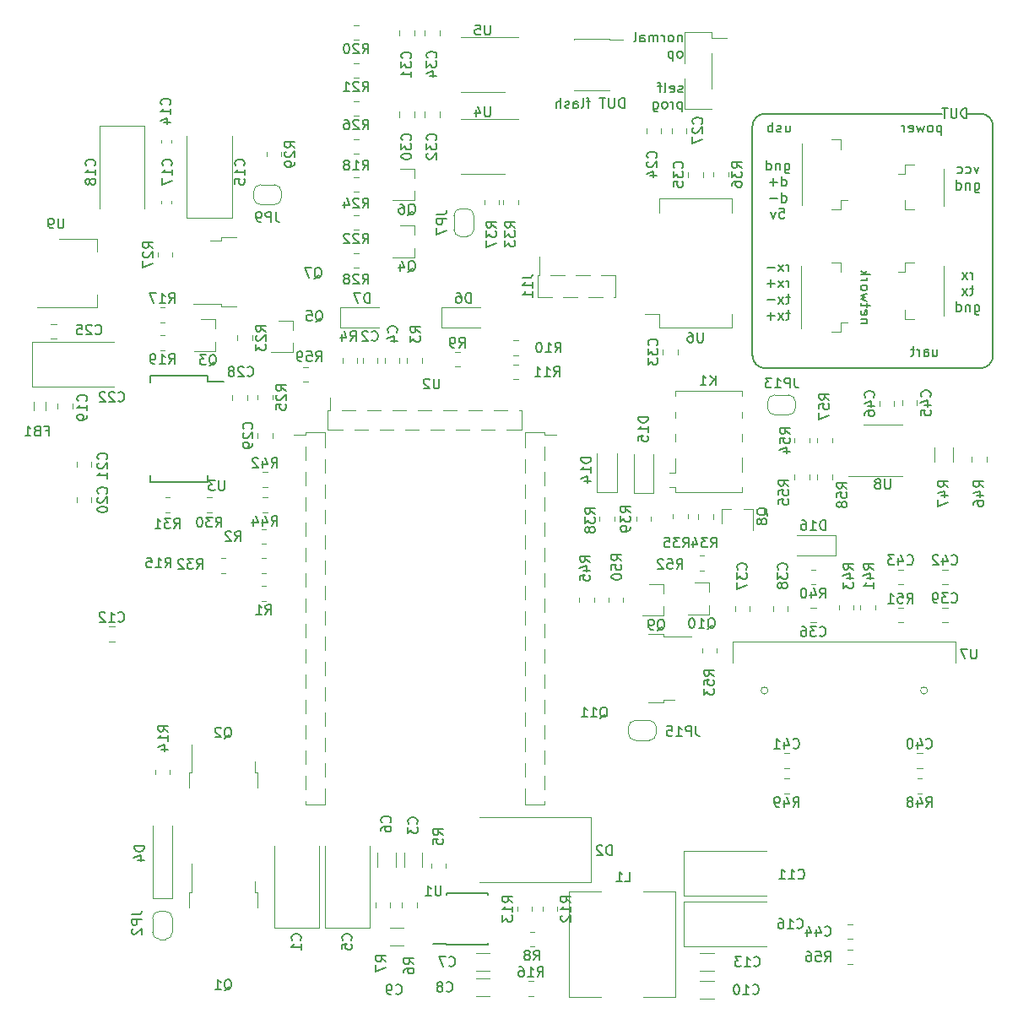
<source format=gbr>
%TF.GenerationSoftware,KiCad,Pcbnew,5.99.0-unknown-e950278637~142~ubuntu18.04.1*%
%TF.CreationDate,2021-10-25T23:56:18+03:00*%
%TF.ProjectId,cdf-1,6364662d-312e-46b6-9963-61645f706362,rev?*%
%TF.SameCoordinates,Original*%
%TF.FileFunction,Legend,Bot*%
%TF.FilePolarity,Positive*%
%FSLAX46Y46*%
G04 Gerber Fmt 4.6, Leading zero omitted, Abs format (unit mm)*
G04 Created by KiCad (PCBNEW 5.99.0-unknown-e950278637~142~ubuntu18.04.1) date 2021-10-25 23:56:18*
%MOMM*%
%LPD*%
G01*
G04 APERTURE LIST*
%ADD10C,0.150000*%
%ADD11C,0.120000*%
%ADD12C,0.100000*%
G04 APERTURE END LIST*
D10*
X245110000Y-57658000D02*
X227330000Y-57658000D01*
X250190000Y-58928000D02*
G75*
G03*
X248920000Y-57658000I-1269999J1D01*
G01*
X248920000Y-83185000D02*
G75*
G03*
X250190000Y-81915000I1J1269999D01*
G01*
X248920000Y-57658000D02*
X247650000Y-57658000D01*
X248920000Y-83185000D02*
X227330000Y-83185000D01*
X227330000Y-57658000D02*
G75*
G03*
X226060000Y-58928000I-1J-1269999D01*
G01*
X226060000Y-58928000D02*
X226060000Y-81915000D01*
X250190000Y-81915000D02*
X250190000Y-58928000D01*
X226060000Y-81915000D02*
G75*
G03*
X227330000Y-83185000I1269999J-1D01*
G01*
X248126190Y-74280380D02*
X248126190Y-73613714D01*
X248126190Y-73804190D02*
X248078571Y-73708952D01*
X248030952Y-73661333D01*
X247935714Y-73613714D01*
X247840476Y-73613714D01*
X247602380Y-74280380D02*
X247078571Y-73613714D01*
X247602380Y-73613714D02*
X247078571Y-74280380D01*
X248245238Y-75223714D02*
X247864285Y-75223714D01*
X248102380Y-74890380D02*
X248102380Y-75747523D01*
X248054761Y-75842761D01*
X247959523Y-75890380D01*
X247864285Y-75890380D01*
X247626190Y-75890380D02*
X247102380Y-75223714D01*
X247626190Y-75223714D02*
X247102380Y-75890380D01*
X248340476Y-76833714D02*
X248340476Y-77643238D01*
X248388095Y-77738476D01*
X248435714Y-77786095D01*
X248530952Y-77833714D01*
X248673809Y-77833714D01*
X248769047Y-77786095D01*
X248340476Y-77452761D02*
X248435714Y-77500380D01*
X248626190Y-77500380D01*
X248721428Y-77452761D01*
X248769047Y-77405142D01*
X248816666Y-77309904D01*
X248816666Y-77024190D01*
X248769047Y-76928952D01*
X248721428Y-76881333D01*
X248626190Y-76833714D01*
X248435714Y-76833714D01*
X248340476Y-76881333D01*
X247864285Y-76833714D02*
X247864285Y-77500380D01*
X247864285Y-76928952D02*
X247816666Y-76881333D01*
X247721428Y-76833714D01*
X247578571Y-76833714D01*
X247483333Y-76881333D01*
X247435714Y-76976571D01*
X247435714Y-77500380D01*
X246530952Y-77500380D02*
X246530952Y-76500380D01*
X246530952Y-77452761D02*
X246626190Y-77500380D01*
X246816666Y-77500380D01*
X246911904Y-77452761D01*
X246959523Y-77405142D01*
X247007142Y-77309904D01*
X247007142Y-77024190D01*
X246959523Y-76928952D01*
X246911904Y-76881333D01*
X246816666Y-76833714D01*
X246626190Y-76833714D01*
X246530952Y-76881333D01*
X237577285Y-78692047D02*
X236910619Y-78692047D01*
X237482047Y-78692047D02*
X237529666Y-78644428D01*
X237577285Y-78549190D01*
X237577285Y-78406333D01*
X237529666Y-78311095D01*
X237434428Y-78263476D01*
X236910619Y-78263476D01*
X236958238Y-77406333D02*
X236910619Y-77501571D01*
X236910619Y-77692047D01*
X236958238Y-77787285D01*
X237053476Y-77834904D01*
X237434428Y-77834904D01*
X237529666Y-77787285D01*
X237577285Y-77692047D01*
X237577285Y-77501571D01*
X237529666Y-77406333D01*
X237434428Y-77358714D01*
X237339190Y-77358714D01*
X237243952Y-77834904D01*
X237577285Y-77073000D02*
X237577285Y-76692047D01*
X237910619Y-76930142D02*
X237053476Y-76930142D01*
X236958238Y-76882523D01*
X236910619Y-76787285D01*
X236910619Y-76692047D01*
X237577285Y-76453952D02*
X236910619Y-76263476D01*
X237386809Y-76073000D01*
X236910619Y-75882523D01*
X237577285Y-75692047D01*
X236910619Y-75168238D02*
X236958238Y-75263476D01*
X237005857Y-75311095D01*
X237101095Y-75358714D01*
X237386809Y-75358714D01*
X237482047Y-75311095D01*
X237529666Y-75263476D01*
X237577285Y-75168238D01*
X237577285Y-75025380D01*
X237529666Y-74930142D01*
X237482047Y-74882523D01*
X237386809Y-74834904D01*
X237101095Y-74834904D01*
X237005857Y-74882523D01*
X236958238Y-74930142D01*
X236910619Y-75025380D01*
X236910619Y-75168238D01*
X236910619Y-74406333D02*
X237577285Y-74406333D01*
X237386809Y-74406333D02*
X237482047Y-74358714D01*
X237529666Y-74311095D01*
X237577285Y-74215857D01*
X237577285Y-74120619D01*
X236910619Y-73787285D02*
X237910619Y-73787285D01*
X237291571Y-73692047D02*
X236910619Y-73406333D01*
X237577285Y-73406333D02*
X237196333Y-73787285D01*
X229695238Y-73475380D02*
X229695238Y-72808714D01*
X229695238Y-72999190D02*
X229647619Y-72903952D01*
X229600000Y-72856333D01*
X229504761Y-72808714D01*
X229409523Y-72808714D01*
X229171428Y-73475380D02*
X228647619Y-72808714D01*
X229171428Y-72808714D02*
X228647619Y-73475380D01*
X228266666Y-73094428D02*
X227504761Y-73094428D01*
X229695238Y-75085380D02*
X229695238Y-74418714D01*
X229695238Y-74609190D02*
X229647619Y-74513952D01*
X229600000Y-74466333D01*
X229504761Y-74418714D01*
X229409523Y-74418714D01*
X229171428Y-75085380D02*
X228647619Y-74418714D01*
X229171428Y-74418714D02*
X228647619Y-75085380D01*
X228266666Y-74704428D02*
X227504761Y-74704428D01*
X227885714Y-75085380D02*
X227885714Y-74323476D01*
X229814285Y-76028714D02*
X229433333Y-76028714D01*
X229671428Y-75695380D02*
X229671428Y-76552523D01*
X229623809Y-76647761D01*
X229528571Y-76695380D01*
X229433333Y-76695380D01*
X229195238Y-76695380D02*
X228671428Y-76028714D01*
X229195238Y-76028714D02*
X228671428Y-76695380D01*
X228290476Y-76314428D02*
X227528571Y-76314428D01*
X229814285Y-77638714D02*
X229433333Y-77638714D01*
X229671428Y-77305380D02*
X229671428Y-78162523D01*
X229623809Y-78257761D01*
X229528571Y-78305380D01*
X229433333Y-78305380D01*
X229195238Y-78305380D02*
X228671428Y-77638714D01*
X229195238Y-77638714D02*
X228671428Y-78305380D01*
X228290476Y-77924428D02*
X227528571Y-77924428D01*
X227909523Y-78305380D02*
X227909523Y-77543476D01*
X229369857Y-58840714D02*
X229369857Y-59507380D01*
X229798428Y-58840714D02*
X229798428Y-59364523D01*
X229750809Y-59459761D01*
X229655571Y-59507380D01*
X229512714Y-59507380D01*
X229417476Y-59459761D01*
X229369857Y-59412142D01*
X228941285Y-59459761D02*
X228846047Y-59507380D01*
X228655571Y-59507380D01*
X228560333Y-59459761D01*
X228512714Y-59364523D01*
X228512714Y-59316904D01*
X228560333Y-59221666D01*
X228655571Y-59174047D01*
X228798428Y-59174047D01*
X228893666Y-59126428D01*
X228941285Y-59031190D01*
X228941285Y-58983571D01*
X228893666Y-58888333D01*
X228798428Y-58840714D01*
X228655571Y-58840714D01*
X228560333Y-58888333D01*
X228084142Y-59507380D02*
X228084142Y-58507380D01*
X228084142Y-58888333D02*
X227988904Y-58840714D01*
X227798428Y-58840714D01*
X227703190Y-58888333D01*
X227655571Y-58935952D01*
X227607952Y-59031190D01*
X227607952Y-59316904D01*
X227655571Y-59412142D01*
X227703190Y-59459761D01*
X227798428Y-59507380D01*
X227988904Y-59507380D01*
X228084142Y-59459761D01*
X245006571Y-58840714D02*
X245006571Y-59840714D01*
X245006571Y-58888333D02*
X244911333Y-58840714D01*
X244720857Y-58840714D01*
X244625619Y-58888333D01*
X244578000Y-58935952D01*
X244530380Y-59031190D01*
X244530380Y-59316904D01*
X244578000Y-59412142D01*
X244625619Y-59459761D01*
X244720857Y-59507380D01*
X244911333Y-59507380D01*
X245006571Y-59459761D01*
X243958952Y-59507380D02*
X244054190Y-59459761D01*
X244101809Y-59412142D01*
X244149428Y-59316904D01*
X244149428Y-59031190D01*
X244101809Y-58935952D01*
X244054190Y-58888333D01*
X243958952Y-58840714D01*
X243816095Y-58840714D01*
X243720857Y-58888333D01*
X243673238Y-58935952D01*
X243625619Y-59031190D01*
X243625619Y-59316904D01*
X243673238Y-59412142D01*
X243720857Y-59459761D01*
X243816095Y-59507380D01*
X243958952Y-59507380D01*
X243292285Y-58840714D02*
X243101809Y-59507380D01*
X242911333Y-59031190D01*
X242720857Y-59507380D01*
X242530380Y-58840714D01*
X241768476Y-59459761D02*
X241863714Y-59507380D01*
X242054190Y-59507380D01*
X242149428Y-59459761D01*
X242197047Y-59364523D01*
X242197047Y-58983571D01*
X242149428Y-58888333D01*
X242054190Y-58840714D01*
X241863714Y-58840714D01*
X241768476Y-58888333D01*
X241720857Y-58983571D01*
X241720857Y-59078809D01*
X242197047Y-59174047D01*
X241292285Y-59507380D02*
X241292285Y-58840714D01*
X241292285Y-59031190D02*
X241244666Y-58935952D01*
X241197047Y-58888333D01*
X241101809Y-58840714D01*
X241006571Y-58840714D01*
X248745238Y-62988714D02*
X248507142Y-63655380D01*
X248269047Y-62988714D01*
X247459523Y-63607761D02*
X247554761Y-63655380D01*
X247745238Y-63655380D01*
X247840476Y-63607761D01*
X247888095Y-63560142D01*
X247935714Y-63464904D01*
X247935714Y-63179190D01*
X247888095Y-63083952D01*
X247840476Y-63036333D01*
X247745238Y-62988714D01*
X247554761Y-62988714D01*
X247459523Y-63036333D01*
X246602380Y-63607761D02*
X246697619Y-63655380D01*
X246888095Y-63655380D01*
X246983333Y-63607761D01*
X247030952Y-63560142D01*
X247078571Y-63464904D01*
X247078571Y-63179190D01*
X247030952Y-63083952D01*
X246983333Y-63036333D01*
X246888095Y-62988714D01*
X246697619Y-62988714D01*
X246602380Y-63036333D01*
X248340476Y-64598714D02*
X248340476Y-65408238D01*
X248388095Y-65503476D01*
X248435714Y-65551095D01*
X248530952Y-65598714D01*
X248673809Y-65598714D01*
X248769047Y-65551095D01*
X248340476Y-65217761D02*
X248435714Y-65265380D01*
X248626190Y-65265380D01*
X248721428Y-65217761D01*
X248769047Y-65170142D01*
X248816666Y-65074904D01*
X248816666Y-64789190D01*
X248769047Y-64693952D01*
X248721428Y-64646333D01*
X248626190Y-64598714D01*
X248435714Y-64598714D01*
X248340476Y-64646333D01*
X247864285Y-64598714D02*
X247864285Y-65265380D01*
X247864285Y-64693952D02*
X247816666Y-64646333D01*
X247721428Y-64598714D01*
X247578571Y-64598714D01*
X247483333Y-64646333D01*
X247435714Y-64741571D01*
X247435714Y-65265380D01*
X246530952Y-65265380D02*
X246530952Y-64265380D01*
X246530952Y-65217761D02*
X246626190Y-65265380D01*
X246816666Y-65265380D01*
X246911904Y-65217761D01*
X246959523Y-65170142D01*
X247007142Y-65074904D01*
X247007142Y-64789190D01*
X246959523Y-64693952D01*
X246911904Y-64646333D01*
X246816666Y-64598714D01*
X246626190Y-64598714D01*
X246530952Y-64646333D01*
X244165333Y-81319714D02*
X244165333Y-81986380D01*
X244593904Y-81319714D02*
X244593904Y-81843523D01*
X244546285Y-81938761D01*
X244451047Y-81986380D01*
X244308190Y-81986380D01*
X244212952Y-81938761D01*
X244165333Y-81891142D01*
X243260571Y-81986380D02*
X243260571Y-81462571D01*
X243308190Y-81367333D01*
X243403428Y-81319714D01*
X243593904Y-81319714D01*
X243689142Y-81367333D01*
X243260571Y-81938761D02*
X243355809Y-81986380D01*
X243593904Y-81986380D01*
X243689142Y-81938761D01*
X243736761Y-81843523D01*
X243736761Y-81748285D01*
X243689142Y-81653047D01*
X243593904Y-81605428D01*
X243355809Y-81605428D01*
X243260571Y-81557809D01*
X242784380Y-81986380D02*
X242784380Y-81319714D01*
X242784380Y-81510190D02*
X242736761Y-81414952D01*
X242689142Y-81367333D01*
X242593904Y-81319714D01*
X242498666Y-81319714D01*
X242308190Y-81319714D02*
X241927238Y-81319714D01*
X242165333Y-80986380D02*
X242165333Y-81843523D01*
X242117714Y-81938761D01*
X242022476Y-81986380D01*
X241927238Y-81986380D01*
X229290476Y-62648714D02*
X229290476Y-63458238D01*
X229338095Y-63553476D01*
X229385714Y-63601095D01*
X229480952Y-63648714D01*
X229623809Y-63648714D01*
X229719047Y-63601095D01*
X229290476Y-63267761D02*
X229385714Y-63315380D01*
X229576190Y-63315380D01*
X229671428Y-63267761D01*
X229719047Y-63220142D01*
X229766666Y-63124904D01*
X229766666Y-62839190D01*
X229719047Y-62743952D01*
X229671428Y-62696333D01*
X229576190Y-62648714D01*
X229385714Y-62648714D01*
X229290476Y-62696333D01*
X228814285Y-62648714D02*
X228814285Y-63315380D01*
X228814285Y-62743952D02*
X228766666Y-62696333D01*
X228671428Y-62648714D01*
X228528571Y-62648714D01*
X228433333Y-62696333D01*
X228385714Y-62791571D01*
X228385714Y-63315380D01*
X227480952Y-63315380D02*
X227480952Y-62315380D01*
X227480952Y-63267761D02*
X227576190Y-63315380D01*
X227766666Y-63315380D01*
X227861904Y-63267761D01*
X227909523Y-63220142D01*
X227957142Y-63124904D01*
X227957142Y-62839190D01*
X227909523Y-62743952D01*
X227861904Y-62696333D01*
X227766666Y-62648714D01*
X227576190Y-62648714D01*
X227480952Y-62696333D01*
X229004761Y-64925380D02*
X229004761Y-63925380D01*
X229004761Y-64877761D02*
X229100000Y-64925380D01*
X229290476Y-64925380D01*
X229385714Y-64877761D01*
X229433333Y-64830142D01*
X229480952Y-64734904D01*
X229480952Y-64449190D01*
X229433333Y-64353952D01*
X229385714Y-64306333D01*
X229290476Y-64258714D01*
X229100000Y-64258714D01*
X229004761Y-64306333D01*
X228528571Y-64544428D02*
X227766666Y-64544428D01*
X228147619Y-64925380D02*
X228147619Y-64163476D01*
X229004761Y-66535380D02*
X229004761Y-65535380D01*
X229004761Y-66487761D02*
X229100000Y-66535380D01*
X229290476Y-66535380D01*
X229385714Y-66487761D01*
X229433333Y-66440142D01*
X229480952Y-66344904D01*
X229480952Y-66059190D01*
X229433333Y-65963952D01*
X229385714Y-65916333D01*
X229290476Y-65868714D01*
X229100000Y-65868714D01*
X229004761Y-65916333D01*
X228528571Y-66154428D02*
X227766666Y-66154428D01*
X228742857Y-67145380D02*
X229219047Y-67145380D01*
X229266666Y-67621571D01*
X229219047Y-67573952D01*
X229123809Y-67526333D01*
X228885714Y-67526333D01*
X228790476Y-67573952D01*
X228742857Y-67621571D01*
X228695238Y-67716809D01*
X228695238Y-67954904D01*
X228742857Y-68050142D01*
X228790476Y-68097761D01*
X228885714Y-68145380D01*
X229123809Y-68145380D01*
X229219047Y-68097761D01*
X229266666Y-68050142D01*
X228361904Y-67478714D02*
X228123809Y-68145380D01*
X227885714Y-67478714D01*
X219041023Y-55479761D02*
X218945785Y-55527380D01*
X218755309Y-55527380D01*
X218660071Y-55479761D01*
X218612452Y-55384523D01*
X218612452Y-55336904D01*
X218660071Y-55241666D01*
X218755309Y-55194047D01*
X218898166Y-55194047D01*
X218993404Y-55146428D01*
X219041023Y-55051190D01*
X219041023Y-55003571D01*
X218993404Y-54908333D01*
X218898166Y-54860714D01*
X218755309Y-54860714D01*
X218660071Y-54908333D01*
X217802928Y-55479761D02*
X217898166Y-55527380D01*
X218088642Y-55527380D01*
X218183880Y-55479761D01*
X218231500Y-55384523D01*
X218231500Y-55003571D01*
X218183880Y-54908333D01*
X218088642Y-54860714D01*
X217898166Y-54860714D01*
X217802928Y-54908333D01*
X217755309Y-55003571D01*
X217755309Y-55098809D01*
X218231500Y-55194047D01*
X217183880Y-55527380D02*
X217279119Y-55479761D01*
X217326738Y-55384523D01*
X217326738Y-54527380D01*
X216945785Y-54860714D02*
X216564833Y-54860714D01*
X216802928Y-55527380D02*
X216802928Y-54670238D01*
X216755309Y-54575000D01*
X216660071Y-54527380D01*
X216564833Y-54527380D01*
X218993404Y-56470714D02*
X218993404Y-57470714D01*
X218993404Y-56518333D02*
X218898166Y-56470714D01*
X218707690Y-56470714D01*
X218612452Y-56518333D01*
X218564833Y-56565952D01*
X218517214Y-56661190D01*
X218517214Y-56946904D01*
X218564833Y-57042142D01*
X218612452Y-57089761D01*
X218707690Y-57137380D01*
X218898166Y-57137380D01*
X218993404Y-57089761D01*
X218088642Y-57137380D02*
X218088642Y-56470714D01*
X218088642Y-56661190D02*
X218041023Y-56565952D01*
X217993404Y-56518333D01*
X217898166Y-56470714D01*
X217802928Y-56470714D01*
X217326738Y-57137380D02*
X217421976Y-57089761D01*
X217469595Y-57042142D01*
X217517214Y-56946904D01*
X217517214Y-56661190D01*
X217469595Y-56565952D01*
X217421976Y-56518333D01*
X217326738Y-56470714D01*
X217183880Y-56470714D01*
X217088642Y-56518333D01*
X217041023Y-56565952D01*
X216993404Y-56661190D01*
X216993404Y-56946904D01*
X217041023Y-57042142D01*
X217088642Y-57089761D01*
X217183880Y-57137380D01*
X217326738Y-57137380D01*
X216136261Y-56470714D02*
X216136261Y-57280238D01*
X216183880Y-57375476D01*
X216231500Y-57423095D01*
X216326738Y-57470714D01*
X216469595Y-57470714D01*
X216564833Y-57423095D01*
X216136261Y-57089761D02*
X216231500Y-57137380D01*
X216421976Y-57137380D01*
X216517214Y-57089761D01*
X216564833Y-57042142D01*
X216612452Y-56946904D01*
X216612452Y-56661190D01*
X216564833Y-56565952D01*
X216517214Y-56518333D01*
X216421976Y-56470714D01*
X216231500Y-56470714D01*
X216136261Y-56518333D01*
X247546666Y-58110380D02*
X247546666Y-57110380D01*
X247308571Y-57110380D01*
X247165714Y-57158000D01*
X247070476Y-57253238D01*
X247022857Y-57348476D01*
X246975238Y-57538952D01*
X246975238Y-57681809D01*
X247022857Y-57872285D01*
X247070476Y-57967523D01*
X247165714Y-58062761D01*
X247308571Y-58110380D01*
X247546666Y-58110380D01*
X246546666Y-57110380D02*
X246546666Y-57919904D01*
X246499047Y-58015142D01*
X246451428Y-58062761D01*
X246356190Y-58110380D01*
X246165714Y-58110380D01*
X246070476Y-58062761D01*
X246022857Y-58015142D01*
X245975238Y-57919904D01*
X245975238Y-57110380D01*
X245641904Y-57110380D02*
X245070476Y-57110380D01*
X245356190Y-58110380D02*
X245356190Y-57110380D01*
X213208761Y-57094380D02*
X213208761Y-56094380D01*
X212970666Y-56094380D01*
X212827809Y-56142000D01*
X212732571Y-56237238D01*
X212684952Y-56332476D01*
X212637333Y-56522952D01*
X212637333Y-56665809D01*
X212684952Y-56856285D01*
X212732571Y-56951523D01*
X212827809Y-57046761D01*
X212970666Y-57094380D01*
X213208761Y-57094380D01*
X212208761Y-56094380D02*
X212208761Y-56903904D01*
X212161142Y-56999142D01*
X212113523Y-57046761D01*
X212018285Y-57094380D01*
X211827809Y-57094380D01*
X211732571Y-57046761D01*
X211684952Y-56999142D01*
X211637333Y-56903904D01*
X211637333Y-56094380D01*
X211304000Y-56094380D02*
X210732571Y-56094380D01*
X211018285Y-57094380D02*
X211018285Y-56094380D01*
X209780190Y-56427714D02*
X209399238Y-56427714D01*
X209637333Y-57094380D02*
X209637333Y-56237238D01*
X209589714Y-56142000D01*
X209494476Y-56094380D01*
X209399238Y-56094380D01*
X208923047Y-57094380D02*
X209018285Y-57046761D01*
X209065904Y-56951523D01*
X209065904Y-56094380D01*
X208113523Y-57094380D02*
X208113523Y-56570571D01*
X208161142Y-56475333D01*
X208256380Y-56427714D01*
X208446857Y-56427714D01*
X208542095Y-56475333D01*
X208113523Y-57046761D02*
X208208761Y-57094380D01*
X208446857Y-57094380D01*
X208542095Y-57046761D01*
X208589714Y-56951523D01*
X208589714Y-56856285D01*
X208542095Y-56761047D01*
X208446857Y-56713428D01*
X208208761Y-56713428D01*
X208113523Y-56665809D01*
X207684952Y-57046761D02*
X207589714Y-57094380D01*
X207399238Y-57094380D01*
X207304000Y-57046761D01*
X207256380Y-56951523D01*
X207256380Y-56903904D01*
X207304000Y-56808666D01*
X207399238Y-56761047D01*
X207542095Y-56761047D01*
X207637333Y-56713428D01*
X207684952Y-56618190D01*
X207684952Y-56570571D01*
X207637333Y-56475333D01*
X207542095Y-56427714D01*
X207399238Y-56427714D01*
X207304000Y-56475333D01*
X206827809Y-57094380D02*
X206827809Y-56094380D01*
X206399238Y-57094380D02*
X206399238Y-56570571D01*
X206446857Y-56475333D01*
X206542095Y-56427714D01*
X206684952Y-56427714D01*
X206780190Y-56475333D01*
X206827809Y-56522952D01*
X218993404Y-49780714D02*
X218993404Y-50447380D01*
X218993404Y-49875952D02*
X218945785Y-49828333D01*
X218850547Y-49780714D01*
X218707690Y-49780714D01*
X218612452Y-49828333D01*
X218564833Y-49923571D01*
X218564833Y-50447380D01*
X217945785Y-50447380D02*
X218041023Y-50399761D01*
X218088642Y-50352142D01*
X218136261Y-50256904D01*
X218136261Y-49971190D01*
X218088642Y-49875952D01*
X218041023Y-49828333D01*
X217945785Y-49780714D01*
X217802928Y-49780714D01*
X217707690Y-49828333D01*
X217660071Y-49875952D01*
X217612452Y-49971190D01*
X217612452Y-50256904D01*
X217660071Y-50352142D01*
X217707690Y-50399761D01*
X217802928Y-50447380D01*
X217945785Y-50447380D01*
X217183880Y-50447380D02*
X217183880Y-49780714D01*
X217183880Y-49971190D02*
X217136261Y-49875952D01*
X217088642Y-49828333D01*
X216993404Y-49780714D01*
X216898166Y-49780714D01*
X216564833Y-50447380D02*
X216564833Y-49780714D01*
X216564833Y-49875952D02*
X216517214Y-49828333D01*
X216421976Y-49780714D01*
X216279119Y-49780714D01*
X216183880Y-49828333D01*
X216136261Y-49923571D01*
X216136261Y-50447380D01*
X216136261Y-49923571D02*
X216088642Y-49828333D01*
X215993404Y-49780714D01*
X215850547Y-49780714D01*
X215755309Y-49828333D01*
X215707690Y-49923571D01*
X215707690Y-50447380D01*
X214802928Y-50447380D02*
X214802928Y-49923571D01*
X214850547Y-49828333D01*
X214945785Y-49780714D01*
X215136261Y-49780714D01*
X215231500Y-49828333D01*
X214802928Y-50399761D02*
X214898166Y-50447380D01*
X215136261Y-50447380D01*
X215231500Y-50399761D01*
X215279119Y-50304523D01*
X215279119Y-50209285D01*
X215231500Y-50114047D01*
X215136261Y-50066428D01*
X214898166Y-50066428D01*
X214802928Y-50018809D01*
X214183880Y-50447380D02*
X214279119Y-50399761D01*
X214326738Y-50304523D01*
X214326738Y-49447380D01*
X218850547Y-52057380D02*
X218945785Y-52009761D01*
X218993404Y-51962142D01*
X219041023Y-51866904D01*
X219041023Y-51581190D01*
X218993404Y-51485952D01*
X218945785Y-51438333D01*
X218850547Y-51390714D01*
X218707690Y-51390714D01*
X218612452Y-51438333D01*
X218564833Y-51485952D01*
X218517214Y-51581190D01*
X218517214Y-51866904D01*
X218564833Y-51962142D01*
X218612452Y-52009761D01*
X218707690Y-52057380D01*
X218850547Y-52057380D01*
X218088642Y-51390714D02*
X218088642Y-52390714D01*
X218088642Y-51438333D02*
X217993404Y-51390714D01*
X217802928Y-51390714D01*
X217707690Y-51438333D01*
X217660071Y-51485952D01*
X217612452Y-51581190D01*
X217612452Y-51866904D01*
X217660071Y-51962142D01*
X217707690Y-52009761D01*
X217802928Y-52057380D01*
X217993404Y-52057380D01*
X218088642Y-52009761D01*
%TO.C,C1*%
X180697142Y-140549333D02*
X180744761Y-140501714D01*
X180792380Y-140358857D01*
X180792380Y-140263619D01*
X180744761Y-140120761D01*
X180649523Y-140025523D01*
X180554285Y-139977904D01*
X180363809Y-139930285D01*
X180220952Y-139930285D01*
X180030476Y-139977904D01*
X179935238Y-140025523D01*
X179840000Y-140120761D01*
X179792380Y-140263619D01*
X179792380Y-140358857D01*
X179840000Y-140501714D01*
X179887619Y-140549333D01*
X180792380Y-141501714D02*
X180792380Y-140930285D01*
X180792380Y-141216000D02*
X179792380Y-141216000D01*
X179935238Y-141120761D01*
X180030476Y-141025523D01*
X180078095Y-140930285D01*
%TO.C,C5*%
X185777142Y-140549333D02*
X185824761Y-140501714D01*
X185872380Y-140358857D01*
X185872380Y-140263619D01*
X185824761Y-140120761D01*
X185729523Y-140025523D01*
X185634285Y-139977904D01*
X185443809Y-139930285D01*
X185300952Y-139930285D01*
X185110476Y-139977904D01*
X185015238Y-140025523D01*
X184920000Y-140120761D01*
X184872380Y-140263619D01*
X184872380Y-140358857D01*
X184920000Y-140501714D01*
X184967619Y-140549333D01*
X184872380Y-141454095D02*
X184872380Y-140977904D01*
X185348571Y-140930285D01*
X185300952Y-140977904D01*
X185253333Y-141073142D01*
X185253333Y-141311238D01*
X185300952Y-141406476D01*
X185348571Y-141454095D01*
X185443809Y-141501714D01*
X185681904Y-141501714D01*
X185777142Y-141454095D01*
X185824761Y-141406476D01*
X185872380Y-141311238D01*
X185872380Y-141073142D01*
X185824761Y-140977904D01*
X185777142Y-140930285D01*
%TO.C,C6*%
X189714142Y-128738333D02*
X189761761Y-128690714D01*
X189809380Y-128547857D01*
X189809380Y-128452619D01*
X189761761Y-128309761D01*
X189666523Y-128214523D01*
X189571285Y-128166904D01*
X189380809Y-128119285D01*
X189237952Y-128119285D01*
X189047476Y-128166904D01*
X188952238Y-128214523D01*
X188857000Y-128309761D01*
X188809380Y-128452619D01*
X188809380Y-128547857D01*
X188857000Y-128690714D01*
X188904619Y-128738333D01*
X188809380Y-129595476D02*
X188809380Y-129405000D01*
X188857000Y-129309761D01*
X188904619Y-129262142D01*
X189047476Y-129166904D01*
X189237952Y-129119285D01*
X189618904Y-129119285D01*
X189714142Y-129166904D01*
X189761761Y-129214523D01*
X189809380Y-129309761D01*
X189809380Y-129500238D01*
X189761761Y-129595476D01*
X189714142Y-129643095D01*
X189618904Y-129690714D01*
X189380809Y-129690714D01*
X189285571Y-129643095D01*
X189237952Y-129595476D01*
X189190333Y-129500238D01*
X189190333Y-129309761D01*
X189237952Y-129214523D01*
X189285571Y-129166904D01*
X189380809Y-129119285D01*
%TO.C,C7*%
X195619666Y-143105142D02*
X195667285Y-143152761D01*
X195810142Y-143200380D01*
X195905380Y-143200380D01*
X196048238Y-143152761D01*
X196143476Y-143057523D01*
X196191095Y-142962285D01*
X196238714Y-142771809D01*
X196238714Y-142628952D01*
X196191095Y-142438476D01*
X196143476Y-142343238D01*
X196048238Y-142248000D01*
X195905380Y-142200380D01*
X195810142Y-142200380D01*
X195667285Y-142248000D01*
X195619666Y-142295619D01*
X195286333Y-142200380D02*
X194619666Y-142200380D01*
X195048238Y-143200380D01*
%TO.C,C9*%
X190285666Y-145899142D02*
X190333285Y-145946761D01*
X190476142Y-145994380D01*
X190571380Y-145994380D01*
X190714238Y-145946761D01*
X190809476Y-145851523D01*
X190857095Y-145756285D01*
X190904714Y-145565809D01*
X190904714Y-145422952D01*
X190857095Y-145232476D01*
X190809476Y-145137238D01*
X190714238Y-145042000D01*
X190571380Y-144994380D01*
X190476142Y-144994380D01*
X190333285Y-145042000D01*
X190285666Y-145089619D01*
X189809476Y-145994380D02*
X189619000Y-145994380D01*
X189523761Y-145946761D01*
X189476142Y-145899142D01*
X189380904Y-145756285D01*
X189333285Y-145565809D01*
X189333285Y-145184857D01*
X189380904Y-145089619D01*
X189428523Y-145042000D01*
X189523761Y-144994380D01*
X189714238Y-144994380D01*
X189809476Y-145042000D01*
X189857095Y-145089619D01*
X189904714Y-145184857D01*
X189904714Y-145422952D01*
X189857095Y-145518190D01*
X189809476Y-145565809D01*
X189714238Y-145613428D01*
X189523761Y-145613428D01*
X189428523Y-145565809D01*
X189380904Y-145518190D01*
X189333285Y-145422952D01*
%TO.C,C11*%
X230639857Y-134342142D02*
X230687476Y-134389761D01*
X230830333Y-134437380D01*
X230925571Y-134437380D01*
X231068428Y-134389761D01*
X231163666Y-134294523D01*
X231211285Y-134199285D01*
X231258904Y-134008809D01*
X231258904Y-133865952D01*
X231211285Y-133675476D01*
X231163666Y-133580238D01*
X231068428Y-133485000D01*
X230925571Y-133437380D01*
X230830333Y-133437380D01*
X230687476Y-133485000D01*
X230639857Y-133532619D01*
X229687476Y-134437380D02*
X230258904Y-134437380D01*
X229973190Y-134437380D02*
X229973190Y-133437380D01*
X230068428Y-133580238D01*
X230163666Y-133675476D01*
X230258904Y-133723095D01*
X228735095Y-134437380D02*
X229306523Y-134437380D01*
X229020809Y-134437380D02*
X229020809Y-133437380D01*
X229116047Y-133580238D01*
X229211285Y-133675476D01*
X229306523Y-133723095D01*
%TO.C,C13*%
X226194857Y-143105142D02*
X226242476Y-143152761D01*
X226385333Y-143200380D01*
X226480571Y-143200380D01*
X226623428Y-143152761D01*
X226718666Y-143057523D01*
X226766285Y-142962285D01*
X226813904Y-142771809D01*
X226813904Y-142628952D01*
X226766285Y-142438476D01*
X226718666Y-142343238D01*
X226623428Y-142248000D01*
X226480571Y-142200380D01*
X226385333Y-142200380D01*
X226242476Y-142248000D01*
X226194857Y-142295619D01*
X225242476Y-143200380D02*
X225813904Y-143200380D01*
X225528190Y-143200380D02*
X225528190Y-142200380D01*
X225623428Y-142343238D01*
X225718666Y-142438476D01*
X225813904Y-142486095D01*
X224909142Y-142200380D02*
X224290095Y-142200380D01*
X224623428Y-142581333D01*
X224480571Y-142581333D01*
X224385333Y-142628952D01*
X224337714Y-142676571D01*
X224290095Y-142771809D01*
X224290095Y-143009904D01*
X224337714Y-143105142D01*
X224385333Y-143152761D01*
X224480571Y-143200380D01*
X224766285Y-143200380D01*
X224861523Y-143152761D01*
X224909142Y-143105142D01*
%TO.C,C16*%
X230512857Y-139295142D02*
X230560476Y-139342761D01*
X230703333Y-139390380D01*
X230798571Y-139390380D01*
X230941428Y-139342761D01*
X231036666Y-139247523D01*
X231084285Y-139152285D01*
X231131904Y-138961809D01*
X231131904Y-138818952D01*
X231084285Y-138628476D01*
X231036666Y-138533238D01*
X230941428Y-138438000D01*
X230798571Y-138390380D01*
X230703333Y-138390380D01*
X230560476Y-138438000D01*
X230512857Y-138485619D01*
X229560476Y-139390380D02*
X230131904Y-139390380D01*
X229846190Y-139390380D02*
X229846190Y-138390380D01*
X229941428Y-138533238D01*
X230036666Y-138628476D01*
X230131904Y-138676095D01*
X228703333Y-138390380D02*
X228893809Y-138390380D01*
X228989047Y-138438000D01*
X229036666Y-138485619D01*
X229131904Y-138628476D01*
X229179523Y-138818952D01*
X229179523Y-139199904D01*
X229131904Y-139295142D01*
X229084285Y-139342761D01*
X228989047Y-139390380D01*
X228798571Y-139390380D01*
X228703333Y-139342761D01*
X228655714Y-139295142D01*
X228608095Y-139199904D01*
X228608095Y-138961809D01*
X228655714Y-138866571D01*
X228703333Y-138818952D01*
X228798571Y-138771333D01*
X228989047Y-138771333D01*
X229084285Y-138818952D01*
X229131904Y-138866571D01*
X229179523Y-138961809D01*
%TO.C,C19*%
X159234142Y-86479142D02*
X159281761Y-86431523D01*
X159329380Y-86288666D01*
X159329380Y-86193428D01*
X159281761Y-86050571D01*
X159186523Y-85955333D01*
X159091285Y-85907714D01*
X158900809Y-85860095D01*
X158757952Y-85860095D01*
X158567476Y-85907714D01*
X158472238Y-85955333D01*
X158377000Y-86050571D01*
X158329380Y-86193428D01*
X158329380Y-86288666D01*
X158377000Y-86431523D01*
X158424619Y-86479142D01*
X159329380Y-87431523D02*
X159329380Y-86860095D01*
X159329380Y-87145809D02*
X158329380Y-87145809D01*
X158472238Y-87050571D01*
X158567476Y-86955333D01*
X158615095Y-86860095D01*
X159329380Y-87907714D02*
X159329380Y-88098190D01*
X159281761Y-88193428D01*
X159234142Y-88241047D01*
X159091285Y-88336285D01*
X158900809Y-88383904D01*
X158519857Y-88383904D01*
X158424619Y-88336285D01*
X158377000Y-88288666D01*
X158329380Y-88193428D01*
X158329380Y-88002952D01*
X158377000Y-87907714D01*
X158424619Y-87860095D01*
X158519857Y-87812476D01*
X158757952Y-87812476D01*
X158853190Y-87860095D01*
X158900809Y-87907714D01*
X158948428Y-88002952D01*
X158948428Y-88193428D01*
X158900809Y-88288666D01*
X158853190Y-88336285D01*
X158757952Y-88383904D01*
%TO.C,C21*%
X161266142Y-92321142D02*
X161313761Y-92273523D01*
X161361380Y-92130666D01*
X161361380Y-92035428D01*
X161313761Y-91892571D01*
X161218523Y-91797333D01*
X161123285Y-91749714D01*
X160932809Y-91702095D01*
X160789952Y-91702095D01*
X160599476Y-91749714D01*
X160504238Y-91797333D01*
X160409000Y-91892571D01*
X160361380Y-92035428D01*
X160361380Y-92130666D01*
X160409000Y-92273523D01*
X160456619Y-92321142D01*
X160456619Y-92702095D02*
X160409000Y-92749714D01*
X160361380Y-92844952D01*
X160361380Y-93083047D01*
X160409000Y-93178285D01*
X160456619Y-93225904D01*
X160551857Y-93273523D01*
X160647095Y-93273523D01*
X160789952Y-93225904D01*
X161361380Y-92654476D01*
X161361380Y-93273523D01*
X161361380Y-94225904D02*
X161361380Y-93654476D01*
X161361380Y-93940190D02*
X160361380Y-93940190D01*
X160504238Y-93844952D01*
X160599476Y-93749714D01*
X160647095Y-93654476D01*
%TO.C,C24*%
X216384142Y-62095142D02*
X216431761Y-62047523D01*
X216479380Y-61904666D01*
X216479380Y-61809428D01*
X216431761Y-61666571D01*
X216336523Y-61571333D01*
X216241285Y-61523714D01*
X216050809Y-61476095D01*
X215907952Y-61476095D01*
X215717476Y-61523714D01*
X215622238Y-61571333D01*
X215527000Y-61666571D01*
X215479380Y-61809428D01*
X215479380Y-61904666D01*
X215527000Y-62047523D01*
X215574619Y-62095142D01*
X215574619Y-62476095D02*
X215527000Y-62523714D01*
X215479380Y-62618952D01*
X215479380Y-62857047D01*
X215527000Y-62952285D01*
X215574619Y-62999904D01*
X215669857Y-63047523D01*
X215765095Y-63047523D01*
X215907952Y-62999904D01*
X216479380Y-62428476D01*
X216479380Y-63047523D01*
X215812714Y-63904666D02*
X216479380Y-63904666D01*
X215431761Y-63666571D02*
X216146047Y-63428476D01*
X216146047Y-64047523D01*
%TO.C,C25*%
X160154857Y-79732142D02*
X160202476Y-79779761D01*
X160345333Y-79827380D01*
X160440571Y-79827380D01*
X160583428Y-79779761D01*
X160678666Y-79684523D01*
X160726285Y-79589285D01*
X160773904Y-79398809D01*
X160773904Y-79255952D01*
X160726285Y-79065476D01*
X160678666Y-78970238D01*
X160583428Y-78875000D01*
X160440571Y-78827380D01*
X160345333Y-78827380D01*
X160202476Y-78875000D01*
X160154857Y-78922619D01*
X159773904Y-78922619D02*
X159726285Y-78875000D01*
X159631047Y-78827380D01*
X159392952Y-78827380D01*
X159297714Y-78875000D01*
X159250095Y-78922619D01*
X159202476Y-79017857D01*
X159202476Y-79113095D01*
X159250095Y-79255952D01*
X159821523Y-79827380D01*
X159202476Y-79827380D01*
X158297714Y-78827380D02*
X158773904Y-78827380D01*
X158821523Y-79303571D01*
X158773904Y-79255952D01*
X158678666Y-79208333D01*
X158440571Y-79208333D01*
X158345333Y-79255952D01*
X158297714Y-79303571D01*
X158250095Y-79398809D01*
X158250095Y-79636904D01*
X158297714Y-79732142D01*
X158345333Y-79779761D01*
X158440571Y-79827380D01*
X158678666Y-79827380D01*
X158773904Y-79779761D01*
X158821523Y-79732142D01*
%TO.C,C27*%
X220956142Y-58666142D02*
X221003761Y-58618523D01*
X221051380Y-58475666D01*
X221051380Y-58380428D01*
X221003761Y-58237571D01*
X220908523Y-58142333D01*
X220813285Y-58094714D01*
X220622809Y-58047095D01*
X220479952Y-58047095D01*
X220289476Y-58094714D01*
X220194238Y-58142333D01*
X220099000Y-58237571D01*
X220051380Y-58380428D01*
X220051380Y-58475666D01*
X220099000Y-58618523D01*
X220146619Y-58666142D01*
X220146619Y-59047095D02*
X220099000Y-59094714D01*
X220051380Y-59189952D01*
X220051380Y-59428047D01*
X220099000Y-59523285D01*
X220146619Y-59570904D01*
X220241857Y-59618523D01*
X220337095Y-59618523D01*
X220479952Y-59570904D01*
X221051380Y-58999476D01*
X221051380Y-59618523D01*
X220051380Y-59951857D02*
X220051380Y-60618523D01*
X221051380Y-60189952D01*
%TO.C,C28*%
X175394857Y-83923142D02*
X175442476Y-83970761D01*
X175585333Y-84018380D01*
X175680571Y-84018380D01*
X175823428Y-83970761D01*
X175918666Y-83875523D01*
X175966285Y-83780285D01*
X176013904Y-83589809D01*
X176013904Y-83446952D01*
X175966285Y-83256476D01*
X175918666Y-83161238D01*
X175823428Y-83066000D01*
X175680571Y-83018380D01*
X175585333Y-83018380D01*
X175442476Y-83066000D01*
X175394857Y-83113619D01*
X175013904Y-83113619D02*
X174966285Y-83066000D01*
X174871047Y-83018380D01*
X174632952Y-83018380D01*
X174537714Y-83066000D01*
X174490095Y-83113619D01*
X174442476Y-83208857D01*
X174442476Y-83304095D01*
X174490095Y-83446952D01*
X175061523Y-84018380D01*
X174442476Y-84018380D01*
X173871047Y-83446952D02*
X173966285Y-83399333D01*
X174013904Y-83351714D01*
X174061523Y-83256476D01*
X174061523Y-83208857D01*
X174013904Y-83113619D01*
X173966285Y-83066000D01*
X173871047Y-83018380D01*
X173680571Y-83018380D01*
X173585333Y-83066000D01*
X173537714Y-83113619D01*
X173490095Y-83208857D01*
X173490095Y-83256476D01*
X173537714Y-83351714D01*
X173585333Y-83399333D01*
X173680571Y-83446952D01*
X173871047Y-83446952D01*
X173966285Y-83494571D01*
X174013904Y-83542190D01*
X174061523Y-83637428D01*
X174061523Y-83827904D01*
X174013904Y-83923142D01*
X173966285Y-83970761D01*
X173871047Y-84018380D01*
X173680571Y-84018380D01*
X173585333Y-83970761D01*
X173537714Y-83923142D01*
X173490095Y-83827904D01*
X173490095Y-83637428D01*
X173537714Y-83542190D01*
X173585333Y-83494571D01*
X173680571Y-83446952D01*
%TO.C,C29*%
X175842142Y-89273142D02*
X175889761Y-89225523D01*
X175937380Y-89082666D01*
X175937380Y-88987428D01*
X175889761Y-88844571D01*
X175794523Y-88749333D01*
X175699285Y-88701714D01*
X175508809Y-88654095D01*
X175365952Y-88654095D01*
X175175476Y-88701714D01*
X175080238Y-88749333D01*
X174985000Y-88844571D01*
X174937380Y-88987428D01*
X174937380Y-89082666D01*
X174985000Y-89225523D01*
X175032619Y-89273142D01*
X175032619Y-89654095D02*
X174985000Y-89701714D01*
X174937380Y-89796952D01*
X174937380Y-90035047D01*
X174985000Y-90130285D01*
X175032619Y-90177904D01*
X175127857Y-90225523D01*
X175223095Y-90225523D01*
X175365952Y-90177904D01*
X175937380Y-89606476D01*
X175937380Y-90225523D01*
X175937380Y-90701714D02*
X175937380Y-90892190D01*
X175889761Y-90987428D01*
X175842142Y-91035047D01*
X175699285Y-91130285D01*
X175508809Y-91177904D01*
X175127857Y-91177904D01*
X175032619Y-91130285D01*
X174985000Y-91082666D01*
X174937380Y-90987428D01*
X174937380Y-90796952D01*
X174985000Y-90701714D01*
X175032619Y-90654095D01*
X175127857Y-90606476D01*
X175365952Y-90606476D01*
X175461190Y-90654095D01*
X175508809Y-90701714D01*
X175556428Y-90796952D01*
X175556428Y-90987428D01*
X175508809Y-91082666D01*
X175461190Y-91130285D01*
X175365952Y-91177904D01*
%TO.C,C36*%
X232798857Y-109987142D02*
X232846476Y-110034761D01*
X232989333Y-110082380D01*
X233084571Y-110082380D01*
X233227428Y-110034761D01*
X233322666Y-109939523D01*
X233370285Y-109844285D01*
X233417904Y-109653809D01*
X233417904Y-109510952D01*
X233370285Y-109320476D01*
X233322666Y-109225238D01*
X233227428Y-109130000D01*
X233084571Y-109082380D01*
X232989333Y-109082380D01*
X232846476Y-109130000D01*
X232798857Y-109177619D01*
X232465523Y-109082380D02*
X231846476Y-109082380D01*
X232179809Y-109463333D01*
X232036952Y-109463333D01*
X231941714Y-109510952D01*
X231894095Y-109558571D01*
X231846476Y-109653809D01*
X231846476Y-109891904D01*
X231894095Y-109987142D01*
X231941714Y-110034761D01*
X232036952Y-110082380D01*
X232322666Y-110082380D01*
X232417904Y-110034761D01*
X232465523Y-109987142D01*
X230989333Y-109082380D02*
X231179809Y-109082380D01*
X231275047Y-109130000D01*
X231322666Y-109177619D01*
X231417904Y-109320476D01*
X231465523Y-109510952D01*
X231465523Y-109891904D01*
X231417904Y-109987142D01*
X231370285Y-110034761D01*
X231275047Y-110082380D01*
X231084571Y-110082380D01*
X230989333Y-110034761D01*
X230941714Y-109987142D01*
X230894095Y-109891904D01*
X230894095Y-109653809D01*
X230941714Y-109558571D01*
X230989333Y-109510952D01*
X231084571Y-109463333D01*
X231275047Y-109463333D01*
X231370285Y-109510952D01*
X231417904Y-109558571D01*
X231465523Y-109653809D01*
%TO.C,C37*%
X225401142Y-103370142D02*
X225448761Y-103322523D01*
X225496380Y-103179666D01*
X225496380Y-103084428D01*
X225448761Y-102941571D01*
X225353523Y-102846333D01*
X225258285Y-102798714D01*
X225067809Y-102751095D01*
X224924952Y-102751095D01*
X224734476Y-102798714D01*
X224639238Y-102846333D01*
X224544000Y-102941571D01*
X224496380Y-103084428D01*
X224496380Y-103179666D01*
X224544000Y-103322523D01*
X224591619Y-103370142D01*
X224496380Y-103703476D02*
X224496380Y-104322523D01*
X224877333Y-103989190D01*
X224877333Y-104132047D01*
X224924952Y-104227285D01*
X224972571Y-104274904D01*
X225067809Y-104322523D01*
X225305904Y-104322523D01*
X225401142Y-104274904D01*
X225448761Y-104227285D01*
X225496380Y-104132047D01*
X225496380Y-103846333D01*
X225448761Y-103751095D01*
X225401142Y-103703476D01*
X224496380Y-104655857D02*
X224496380Y-105322523D01*
X225496380Y-104893952D01*
%TO.C,C38*%
X229465142Y-103370142D02*
X229512761Y-103322523D01*
X229560380Y-103179666D01*
X229560380Y-103084428D01*
X229512761Y-102941571D01*
X229417523Y-102846333D01*
X229322285Y-102798714D01*
X229131809Y-102751095D01*
X228988952Y-102751095D01*
X228798476Y-102798714D01*
X228703238Y-102846333D01*
X228608000Y-102941571D01*
X228560380Y-103084428D01*
X228560380Y-103179666D01*
X228608000Y-103322523D01*
X228655619Y-103370142D01*
X228560380Y-103703476D02*
X228560380Y-104322523D01*
X228941333Y-103989190D01*
X228941333Y-104132047D01*
X228988952Y-104227285D01*
X229036571Y-104274904D01*
X229131809Y-104322523D01*
X229369904Y-104322523D01*
X229465142Y-104274904D01*
X229512761Y-104227285D01*
X229560380Y-104132047D01*
X229560380Y-103846333D01*
X229512761Y-103751095D01*
X229465142Y-103703476D01*
X228988952Y-104893952D02*
X228941333Y-104798714D01*
X228893714Y-104751095D01*
X228798476Y-104703476D01*
X228750857Y-104703476D01*
X228655619Y-104751095D01*
X228608000Y-104798714D01*
X228560380Y-104893952D01*
X228560380Y-105084428D01*
X228608000Y-105179666D01*
X228655619Y-105227285D01*
X228750857Y-105274904D01*
X228798476Y-105274904D01*
X228893714Y-105227285D01*
X228941333Y-105179666D01*
X228988952Y-105084428D01*
X228988952Y-104893952D01*
X229036571Y-104798714D01*
X229084190Y-104751095D01*
X229179428Y-104703476D01*
X229369904Y-104703476D01*
X229465142Y-104751095D01*
X229512761Y-104798714D01*
X229560380Y-104893952D01*
X229560380Y-105084428D01*
X229512761Y-105179666D01*
X229465142Y-105227285D01*
X229369904Y-105274904D01*
X229179428Y-105274904D01*
X229084190Y-105227285D01*
X229036571Y-105179666D01*
X228988952Y-105084428D01*
%TO.C,C39*%
X246006857Y-106627142D02*
X246054476Y-106674761D01*
X246197333Y-106722380D01*
X246292571Y-106722380D01*
X246435428Y-106674761D01*
X246530666Y-106579523D01*
X246578285Y-106484285D01*
X246625904Y-106293809D01*
X246625904Y-106150952D01*
X246578285Y-105960476D01*
X246530666Y-105865238D01*
X246435428Y-105770000D01*
X246292571Y-105722380D01*
X246197333Y-105722380D01*
X246054476Y-105770000D01*
X246006857Y-105817619D01*
X245673523Y-105722380D02*
X245054476Y-105722380D01*
X245387809Y-106103333D01*
X245244952Y-106103333D01*
X245149714Y-106150952D01*
X245102095Y-106198571D01*
X245054476Y-106293809D01*
X245054476Y-106531904D01*
X245102095Y-106627142D01*
X245149714Y-106674761D01*
X245244952Y-106722380D01*
X245530666Y-106722380D01*
X245625904Y-106674761D01*
X245673523Y-106627142D01*
X244578285Y-106722380D02*
X244387809Y-106722380D01*
X244292571Y-106674761D01*
X244244952Y-106627142D01*
X244149714Y-106484285D01*
X244102095Y-106293809D01*
X244102095Y-105912857D01*
X244149714Y-105817619D01*
X244197333Y-105770000D01*
X244292571Y-105722380D01*
X244483047Y-105722380D01*
X244578285Y-105770000D01*
X244625904Y-105817619D01*
X244673523Y-105912857D01*
X244673523Y-106150952D01*
X244625904Y-106246190D01*
X244578285Y-106293809D01*
X244483047Y-106341428D01*
X244292571Y-106341428D01*
X244197333Y-106293809D01*
X244149714Y-106246190D01*
X244102095Y-106150952D01*
%TO.C,C42*%
X246006857Y-102817142D02*
X246054476Y-102864761D01*
X246197333Y-102912380D01*
X246292571Y-102912380D01*
X246435428Y-102864761D01*
X246530666Y-102769523D01*
X246578285Y-102674285D01*
X246625904Y-102483809D01*
X246625904Y-102340952D01*
X246578285Y-102150476D01*
X246530666Y-102055238D01*
X246435428Y-101960000D01*
X246292571Y-101912380D01*
X246197333Y-101912380D01*
X246054476Y-101960000D01*
X246006857Y-102007619D01*
X245149714Y-102245714D02*
X245149714Y-102912380D01*
X245387809Y-101864761D02*
X245625904Y-102579047D01*
X245006857Y-102579047D01*
X244673523Y-102007619D02*
X244625904Y-101960000D01*
X244530666Y-101912380D01*
X244292571Y-101912380D01*
X244197333Y-101960000D01*
X244149714Y-102007619D01*
X244102095Y-102102857D01*
X244102095Y-102198095D01*
X244149714Y-102340952D01*
X244721142Y-102912380D01*
X244102095Y-102912380D01*
%TO.C,C43*%
X241561857Y-102817142D02*
X241609476Y-102864761D01*
X241752333Y-102912380D01*
X241847571Y-102912380D01*
X241990428Y-102864761D01*
X242085666Y-102769523D01*
X242133285Y-102674285D01*
X242180904Y-102483809D01*
X242180904Y-102340952D01*
X242133285Y-102150476D01*
X242085666Y-102055238D01*
X241990428Y-101960000D01*
X241847571Y-101912380D01*
X241752333Y-101912380D01*
X241609476Y-101960000D01*
X241561857Y-102007619D01*
X240704714Y-102245714D02*
X240704714Y-102912380D01*
X240942809Y-101864761D02*
X241180904Y-102579047D01*
X240561857Y-102579047D01*
X240276142Y-101912380D02*
X239657095Y-101912380D01*
X239990428Y-102293333D01*
X239847571Y-102293333D01*
X239752333Y-102340952D01*
X239704714Y-102388571D01*
X239657095Y-102483809D01*
X239657095Y-102721904D01*
X239704714Y-102817142D01*
X239752333Y-102864761D01*
X239847571Y-102912380D01*
X240133285Y-102912380D01*
X240228523Y-102864761D01*
X240276142Y-102817142D01*
%TO.C,C45*%
X243845142Y-86032142D02*
X243892761Y-85984523D01*
X243940380Y-85841666D01*
X243940380Y-85746428D01*
X243892761Y-85603571D01*
X243797523Y-85508333D01*
X243702285Y-85460714D01*
X243511809Y-85413095D01*
X243368952Y-85413095D01*
X243178476Y-85460714D01*
X243083238Y-85508333D01*
X242988000Y-85603571D01*
X242940380Y-85746428D01*
X242940380Y-85841666D01*
X242988000Y-85984523D01*
X243035619Y-86032142D01*
X243273714Y-86889285D02*
X243940380Y-86889285D01*
X242892761Y-86651190D02*
X243607047Y-86413095D01*
X243607047Y-87032142D01*
X242940380Y-87889285D02*
X242940380Y-87413095D01*
X243416571Y-87365476D01*
X243368952Y-87413095D01*
X243321333Y-87508333D01*
X243321333Y-87746428D01*
X243368952Y-87841666D01*
X243416571Y-87889285D01*
X243511809Y-87936904D01*
X243749904Y-87936904D01*
X243845142Y-87889285D01*
X243892761Y-87841666D01*
X243940380Y-87746428D01*
X243940380Y-87508333D01*
X243892761Y-87413095D01*
X243845142Y-87365476D01*
%TO.C,C46*%
X238199142Y-86098142D02*
X238246761Y-86050523D01*
X238294380Y-85907666D01*
X238294380Y-85812428D01*
X238246761Y-85669571D01*
X238151523Y-85574333D01*
X238056285Y-85526714D01*
X237865809Y-85479095D01*
X237722952Y-85479095D01*
X237532476Y-85526714D01*
X237437238Y-85574333D01*
X237342000Y-85669571D01*
X237294380Y-85812428D01*
X237294380Y-85907666D01*
X237342000Y-86050523D01*
X237389619Y-86098142D01*
X237627714Y-86955285D02*
X238294380Y-86955285D01*
X237246761Y-86717190D02*
X237961047Y-86479095D01*
X237961047Y-87098142D01*
X237294380Y-87907666D02*
X237294380Y-87717190D01*
X237342000Y-87621952D01*
X237389619Y-87574333D01*
X237532476Y-87479095D01*
X237722952Y-87431476D01*
X238103904Y-87431476D01*
X238199142Y-87479095D01*
X238246761Y-87526714D01*
X238294380Y-87621952D01*
X238294380Y-87812428D01*
X238246761Y-87907666D01*
X238199142Y-87955285D01*
X238103904Y-88002904D01*
X237865809Y-88002904D01*
X237770571Y-87955285D01*
X237722952Y-87907666D01*
X237675333Y-87812428D01*
X237675333Y-87621952D01*
X237722952Y-87526714D01*
X237770571Y-87479095D01*
X237865809Y-87431476D01*
%TO.C,D6*%
X197812095Y-76627380D02*
X197812095Y-75627380D01*
X197574000Y-75627380D01*
X197431142Y-75675000D01*
X197335904Y-75770238D01*
X197288285Y-75865476D01*
X197240666Y-76055952D01*
X197240666Y-76198809D01*
X197288285Y-76389285D01*
X197335904Y-76484523D01*
X197431142Y-76579761D01*
X197574000Y-76627380D01*
X197812095Y-76627380D01*
X196383523Y-75627380D02*
X196574000Y-75627380D01*
X196669238Y-75675000D01*
X196716857Y-75722619D01*
X196812095Y-75865476D01*
X196859714Y-76055952D01*
X196859714Y-76436904D01*
X196812095Y-76532142D01*
X196764476Y-76579761D01*
X196669238Y-76627380D01*
X196478761Y-76627380D01*
X196383523Y-76579761D01*
X196335904Y-76532142D01*
X196288285Y-76436904D01*
X196288285Y-76198809D01*
X196335904Y-76103571D01*
X196383523Y-76055952D01*
X196478761Y-76008333D01*
X196669238Y-76008333D01*
X196764476Y-76055952D01*
X196812095Y-76103571D01*
X196859714Y-76198809D01*
%TO.C,D7*%
X187652095Y-76637380D02*
X187652095Y-75637380D01*
X187414000Y-75637380D01*
X187271142Y-75685000D01*
X187175904Y-75780238D01*
X187128285Y-75875476D01*
X187080666Y-76065952D01*
X187080666Y-76208809D01*
X187128285Y-76399285D01*
X187175904Y-76494523D01*
X187271142Y-76589761D01*
X187414000Y-76637380D01*
X187652095Y-76637380D01*
X186747333Y-75637380D02*
X186080666Y-75637380D01*
X186509238Y-76637380D01*
%TO.C,D14*%
X209875380Y-92130714D02*
X208875380Y-92130714D01*
X208875380Y-92368809D01*
X208923000Y-92511666D01*
X209018238Y-92606904D01*
X209113476Y-92654523D01*
X209303952Y-92702142D01*
X209446809Y-92702142D01*
X209637285Y-92654523D01*
X209732523Y-92606904D01*
X209827761Y-92511666D01*
X209875380Y-92368809D01*
X209875380Y-92130714D01*
X209875380Y-93654523D02*
X209875380Y-93083095D01*
X209875380Y-93368809D02*
X208875380Y-93368809D01*
X209018238Y-93273571D01*
X209113476Y-93178333D01*
X209161095Y-93083095D01*
X209208714Y-94511666D02*
X209875380Y-94511666D01*
X208827761Y-94273571D02*
X209542047Y-94035476D01*
X209542047Y-94654523D01*
%TO.C,D15*%
X215590380Y-88066714D02*
X214590380Y-88066714D01*
X214590380Y-88304809D01*
X214638000Y-88447666D01*
X214733238Y-88542904D01*
X214828476Y-88590523D01*
X215018952Y-88638142D01*
X215161809Y-88638142D01*
X215352285Y-88590523D01*
X215447523Y-88542904D01*
X215542761Y-88447666D01*
X215590380Y-88304809D01*
X215590380Y-88066714D01*
X215590380Y-89590523D02*
X215590380Y-89019095D01*
X215590380Y-89304809D02*
X214590380Y-89304809D01*
X214733238Y-89209571D01*
X214828476Y-89114333D01*
X214876095Y-89019095D01*
X214590380Y-90495285D02*
X214590380Y-90019095D01*
X215066571Y-89971476D01*
X215018952Y-90019095D01*
X214971333Y-90114333D01*
X214971333Y-90352428D01*
X215018952Y-90447666D01*
X215066571Y-90495285D01*
X215161809Y-90542904D01*
X215399904Y-90542904D01*
X215495142Y-90495285D01*
X215542761Y-90447666D01*
X215590380Y-90352428D01*
X215590380Y-90114333D01*
X215542761Y-90019095D01*
X215495142Y-89971476D01*
%TO.C,D16*%
X233370285Y-99417380D02*
X233370285Y-98417380D01*
X233132190Y-98417380D01*
X232989333Y-98465000D01*
X232894095Y-98560238D01*
X232846476Y-98655476D01*
X232798857Y-98845952D01*
X232798857Y-98988809D01*
X232846476Y-99179285D01*
X232894095Y-99274523D01*
X232989333Y-99369761D01*
X233132190Y-99417380D01*
X233370285Y-99417380D01*
X231846476Y-99417380D02*
X232417904Y-99417380D01*
X232132190Y-99417380D02*
X232132190Y-98417380D01*
X232227428Y-98560238D01*
X232322666Y-98655476D01*
X232417904Y-98703095D01*
X230989333Y-98417380D02*
X231179809Y-98417380D01*
X231275047Y-98465000D01*
X231322666Y-98512619D01*
X231417904Y-98655476D01*
X231465523Y-98845952D01*
X231465523Y-99226904D01*
X231417904Y-99322142D01*
X231370285Y-99369761D01*
X231275047Y-99417380D01*
X231084571Y-99417380D01*
X230989333Y-99369761D01*
X230941714Y-99322142D01*
X230894095Y-99226904D01*
X230894095Y-98988809D01*
X230941714Y-98893571D01*
X230989333Y-98845952D01*
X231084571Y-98798333D01*
X231275047Y-98798333D01*
X231370285Y-98845952D01*
X231417904Y-98893571D01*
X231465523Y-98988809D01*
%TO.C,JP9*%
X178252333Y-67524380D02*
X178252333Y-68238666D01*
X178299952Y-68381523D01*
X178395190Y-68476761D01*
X178538047Y-68524380D01*
X178633285Y-68524380D01*
X177776142Y-68524380D02*
X177776142Y-67524380D01*
X177395190Y-67524380D01*
X177299952Y-67572000D01*
X177252333Y-67619619D01*
X177204714Y-67714857D01*
X177204714Y-67857714D01*
X177252333Y-67952952D01*
X177299952Y-68000571D01*
X177395190Y-68048190D01*
X177776142Y-68048190D01*
X176728523Y-68524380D02*
X176538047Y-68524380D01*
X176442809Y-68476761D01*
X176395190Y-68429142D01*
X176299952Y-68286285D01*
X176252333Y-68095809D01*
X176252333Y-67714857D01*
X176299952Y-67619619D01*
X176347571Y-67572000D01*
X176442809Y-67524380D01*
X176633285Y-67524380D01*
X176728523Y-67572000D01*
X176776142Y-67619619D01*
X176823761Y-67714857D01*
X176823761Y-67952952D01*
X176776142Y-68048190D01*
X176728523Y-68095809D01*
X176633285Y-68143428D01*
X176442809Y-68143428D01*
X176347571Y-68095809D01*
X176299952Y-68048190D01*
X176252333Y-67952952D01*
%TO.C,JP13*%
X230290523Y-84161380D02*
X230290523Y-84875666D01*
X230338142Y-85018523D01*
X230433380Y-85113761D01*
X230576238Y-85161380D01*
X230671476Y-85161380D01*
X229814333Y-85161380D02*
X229814333Y-84161380D01*
X229433380Y-84161380D01*
X229338142Y-84209000D01*
X229290523Y-84256619D01*
X229242904Y-84351857D01*
X229242904Y-84494714D01*
X229290523Y-84589952D01*
X229338142Y-84637571D01*
X229433380Y-84685190D01*
X229814333Y-84685190D01*
X228290523Y-85161380D02*
X228861952Y-85161380D01*
X228576238Y-85161380D02*
X228576238Y-84161380D01*
X228671476Y-84304238D01*
X228766714Y-84399476D01*
X228861952Y-84447095D01*
X227957190Y-84161380D02*
X227338142Y-84161380D01*
X227671476Y-84542333D01*
X227528619Y-84542333D01*
X227433380Y-84589952D01*
X227385761Y-84637571D01*
X227338142Y-84732809D01*
X227338142Y-84970904D01*
X227385761Y-85066142D01*
X227433380Y-85113761D01*
X227528619Y-85161380D01*
X227814333Y-85161380D01*
X227909571Y-85113761D01*
X227957190Y-85066142D01*
%TO.C,JP15*%
X220384523Y-119086380D02*
X220384523Y-119800666D01*
X220432142Y-119943523D01*
X220527380Y-120038761D01*
X220670238Y-120086380D01*
X220765476Y-120086380D01*
X219908333Y-120086380D02*
X219908333Y-119086380D01*
X219527380Y-119086380D01*
X219432142Y-119134000D01*
X219384523Y-119181619D01*
X219336904Y-119276857D01*
X219336904Y-119419714D01*
X219384523Y-119514952D01*
X219432142Y-119562571D01*
X219527380Y-119610190D01*
X219908333Y-119610190D01*
X218384523Y-120086380D02*
X218955952Y-120086380D01*
X218670238Y-120086380D02*
X218670238Y-119086380D01*
X218765476Y-119229238D01*
X218860714Y-119324476D01*
X218955952Y-119372095D01*
X217479761Y-119086380D02*
X217955952Y-119086380D01*
X218003571Y-119562571D01*
X217955952Y-119514952D01*
X217860714Y-119467333D01*
X217622619Y-119467333D01*
X217527380Y-119514952D01*
X217479761Y-119562571D01*
X217432142Y-119657809D01*
X217432142Y-119895904D01*
X217479761Y-119991142D01*
X217527380Y-120038761D01*
X217622619Y-120086380D01*
X217860714Y-120086380D01*
X217955952Y-120038761D01*
X218003571Y-119991142D01*
%TO.C,K1*%
X222353095Y-84907380D02*
X222353095Y-83907380D01*
X221781666Y-84907380D02*
X222210238Y-84335952D01*
X221781666Y-83907380D02*
X222353095Y-84478809D01*
X220829285Y-84907380D02*
X221400714Y-84907380D01*
X221115000Y-84907380D02*
X221115000Y-83907380D01*
X221210238Y-84050238D01*
X221305476Y-84145476D01*
X221400714Y-84193095D01*
%TO.C,Q3*%
X171545238Y-82930619D02*
X171640476Y-82883000D01*
X171735714Y-82787761D01*
X171878571Y-82644904D01*
X171973809Y-82597285D01*
X172069047Y-82597285D01*
X172021428Y-82835380D02*
X172116666Y-82787761D01*
X172211904Y-82692523D01*
X172259523Y-82502047D01*
X172259523Y-82168714D01*
X172211904Y-81978238D01*
X172116666Y-81883000D01*
X172021428Y-81835380D01*
X171830952Y-81835380D01*
X171735714Y-81883000D01*
X171640476Y-81978238D01*
X171592857Y-82168714D01*
X171592857Y-82502047D01*
X171640476Y-82692523D01*
X171735714Y-82787761D01*
X171830952Y-82835380D01*
X172021428Y-82835380D01*
X171259523Y-81835380D02*
X170640476Y-81835380D01*
X170973809Y-82216333D01*
X170830952Y-82216333D01*
X170735714Y-82263952D01*
X170688095Y-82311571D01*
X170640476Y-82406809D01*
X170640476Y-82644904D01*
X170688095Y-82740142D01*
X170735714Y-82787761D01*
X170830952Y-82835380D01*
X171116666Y-82835380D01*
X171211904Y-82787761D01*
X171259523Y-82740142D01*
%TO.C,Q4*%
X191484238Y-73532619D02*
X191579476Y-73485000D01*
X191674714Y-73389761D01*
X191817571Y-73246904D01*
X191912809Y-73199285D01*
X192008047Y-73199285D01*
X191960428Y-73437380D02*
X192055666Y-73389761D01*
X192150904Y-73294523D01*
X192198523Y-73104047D01*
X192198523Y-72770714D01*
X192150904Y-72580238D01*
X192055666Y-72485000D01*
X191960428Y-72437380D01*
X191769952Y-72437380D01*
X191674714Y-72485000D01*
X191579476Y-72580238D01*
X191531857Y-72770714D01*
X191531857Y-73104047D01*
X191579476Y-73294523D01*
X191674714Y-73389761D01*
X191769952Y-73437380D01*
X191960428Y-73437380D01*
X190674714Y-72770714D02*
X190674714Y-73437380D01*
X190912809Y-72389761D02*
X191150904Y-73104047D01*
X190531857Y-73104047D01*
%TO.C,Q5*%
X182213238Y-78525619D02*
X182308476Y-78478000D01*
X182403714Y-78382761D01*
X182546571Y-78239904D01*
X182641809Y-78192285D01*
X182737047Y-78192285D01*
X182689428Y-78430380D02*
X182784666Y-78382761D01*
X182879904Y-78287523D01*
X182927523Y-78097047D01*
X182927523Y-77763714D01*
X182879904Y-77573238D01*
X182784666Y-77478000D01*
X182689428Y-77430380D01*
X182498952Y-77430380D01*
X182403714Y-77478000D01*
X182308476Y-77573238D01*
X182260857Y-77763714D01*
X182260857Y-78097047D01*
X182308476Y-78287523D01*
X182403714Y-78382761D01*
X182498952Y-78430380D01*
X182689428Y-78430380D01*
X181356095Y-77430380D02*
X181832285Y-77430380D01*
X181879904Y-77906571D01*
X181832285Y-77858952D01*
X181737047Y-77811333D01*
X181498952Y-77811333D01*
X181403714Y-77858952D01*
X181356095Y-77906571D01*
X181308476Y-78001809D01*
X181308476Y-78239904D01*
X181356095Y-78335142D01*
X181403714Y-78382761D01*
X181498952Y-78430380D01*
X181737047Y-78430380D01*
X181832285Y-78382761D01*
X181879904Y-78335142D01*
%TO.C,Q8*%
X227583619Y-97948761D02*
X227536000Y-97853523D01*
X227440761Y-97758285D01*
X227297904Y-97615428D01*
X227250285Y-97520190D01*
X227250285Y-97424952D01*
X227488380Y-97472571D02*
X227440761Y-97377333D01*
X227345523Y-97282095D01*
X227155047Y-97234476D01*
X226821714Y-97234476D01*
X226631238Y-97282095D01*
X226536000Y-97377333D01*
X226488380Y-97472571D01*
X226488380Y-97663047D01*
X226536000Y-97758285D01*
X226631238Y-97853523D01*
X226821714Y-97901142D01*
X227155047Y-97901142D01*
X227345523Y-97853523D01*
X227440761Y-97758285D01*
X227488380Y-97663047D01*
X227488380Y-97472571D01*
X226916952Y-98472571D02*
X226869333Y-98377333D01*
X226821714Y-98329714D01*
X226726476Y-98282095D01*
X226678857Y-98282095D01*
X226583619Y-98329714D01*
X226536000Y-98377333D01*
X226488380Y-98472571D01*
X226488380Y-98663047D01*
X226536000Y-98758285D01*
X226583619Y-98805904D01*
X226678857Y-98853523D01*
X226726476Y-98853523D01*
X226821714Y-98805904D01*
X226869333Y-98758285D01*
X226916952Y-98663047D01*
X226916952Y-98472571D01*
X226964571Y-98377333D01*
X227012190Y-98329714D01*
X227107428Y-98282095D01*
X227297904Y-98282095D01*
X227393142Y-98329714D01*
X227440761Y-98377333D01*
X227488380Y-98472571D01*
X227488380Y-98663047D01*
X227440761Y-98758285D01*
X227393142Y-98805904D01*
X227297904Y-98853523D01*
X227107428Y-98853523D01*
X227012190Y-98805904D01*
X226964571Y-98758285D01*
X226916952Y-98663047D01*
%TO.C,Q9*%
X216503238Y-109473619D02*
X216598476Y-109426000D01*
X216693714Y-109330761D01*
X216836571Y-109187904D01*
X216931809Y-109140285D01*
X217027047Y-109140285D01*
X216979428Y-109378380D02*
X217074666Y-109330761D01*
X217169904Y-109235523D01*
X217217523Y-109045047D01*
X217217523Y-108711714D01*
X217169904Y-108521238D01*
X217074666Y-108426000D01*
X216979428Y-108378380D01*
X216788952Y-108378380D01*
X216693714Y-108426000D01*
X216598476Y-108521238D01*
X216550857Y-108711714D01*
X216550857Y-109045047D01*
X216598476Y-109235523D01*
X216693714Y-109330761D01*
X216788952Y-109378380D01*
X216979428Y-109378380D01*
X216074666Y-109378380D02*
X215884190Y-109378380D01*
X215788952Y-109330761D01*
X215741333Y-109283142D01*
X215646095Y-109140285D01*
X215598476Y-108949809D01*
X215598476Y-108568857D01*
X215646095Y-108473619D01*
X215693714Y-108426000D01*
X215788952Y-108378380D01*
X215979428Y-108378380D01*
X216074666Y-108426000D01*
X216122285Y-108473619D01*
X216169904Y-108568857D01*
X216169904Y-108806952D01*
X216122285Y-108902190D01*
X216074666Y-108949809D01*
X215979428Y-108997428D01*
X215788952Y-108997428D01*
X215693714Y-108949809D01*
X215646095Y-108902190D01*
X215598476Y-108806952D01*
%TO.C,Q10*%
X221551428Y-109346619D02*
X221646666Y-109299000D01*
X221741904Y-109203761D01*
X221884761Y-109060904D01*
X221980000Y-109013285D01*
X222075238Y-109013285D01*
X222027619Y-109251380D02*
X222122857Y-109203761D01*
X222218095Y-109108523D01*
X222265714Y-108918047D01*
X222265714Y-108584714D01*
X222218095Y-108394238D01*
X222122857Y-108299000D01*
X222027619Y-108251380D01*
X221837142Y-108251380D01*
X221741904Y-108299000D01*
X221646666Y-108394238D01*
X221599047Y-108584714D01*
X221599047Y-108918047D01*
X221646666Y-109108523D01*
X221741904Y-109203761D01*
X221837142Y-109251380D01*
X222027619Y-109251380D01*
X220646666Y-109251380D02*
X221218095Y-109251380D01*
X220932380Y-109251380D02*
X220932380Y-108251380D01*
X221027619Y-108394238D01*
X221122857Y-108489476D01*
X221218095Y-108537095D01*
X220027619Y-108251380D02*
X219932380Y-108251380D01*
X219837142Y-108299000D01*
X219789523Y-108346619D01*
X219741904Y-108441857D01*
X219694285Y-108632333D01*
X219694285Y-108870428D01*
X219741904Y-109060904D01*
X219789523Y-109156142D01*
X219837142Y-109203761D01*
X219932380Y-109251380D01*
X220027619Y-109251380D01*
X220122857Y-109203761D01*
X220170476Y-109156142D01*
X220218095Y-109060904D01*
X220265714Y-108870428D01*
X220265714Y-108632333D01*
X220218095Y-108441857D01*
X220170476Y-108346619D01*
X220122857Y-108299000D01*
X220027619Y-108251380D01*
%TO.C,R5*%
X195016380Y-130008333D02*
X194540190Y-129675000D01*
X195016380Y-129436904D02*
X194016380Y-129436904D01*
X194016380Y-129817857D01*
X194064000Y-129913095D01*
X194111619Y-129960714D01*
X194206857Y-130008333D01*
X194349714Y-130008333D01*
X194444952Y-129960714D01*
X194492571Y-129913095D01*
X194540190Y-129817857D01*
X194540190Y-129436904D01*
X194016380Y-130913095D02*
X194016380Y-130436904D01*
X194492571Y-130389285D01*
X194444952Y-130436904D01*
X194397333Y-130532142D01*
X194397333Y-130770238D01*
X194444952Y-130865476D01*
X194492571Y-130913095D01*
X194587809Y-130960714D01*
X194825904Y-130960714D01*
X194921142Y-130913095D01*
X194968761Y-130865476D01*
X195016380Y-130770238D01*
X195016380Y-130532142D01*
X194968761Y-130436904D01*
X194921142Y-130389285D01*
%TO.C,R6*%
X192095380Y-142962333D02*
X191619190Y-142629000D01*
X192095380Y-142390904D02*
X191095380Y-142390904D01*
X191095380Y-142771857D01*
X191143000Y-142867095D01*
X191190619Y-142914714D01*
X191285857Y-142962333D01*
X191428714Y-142962333D01*
X191523952Y-142914714D01*
X191571571Y-142867095D01*
X191619190Y-142771857D01*
X191619190Y-142390904D01*
X191095380Y-143819476D02*
X191095380Y-143629000D01*
X191143000Y-143533761D01*
X191190619Y-143486142D01*
X191333476Y-143390904D01*
X191523952Y-143343285D01*
X191904904Y-143343285D01*
X192000142Y-143390904D01*
X192047761Y-143438523D01*
X192095380Y-143533761D01*
X192095380Y-143724238D01*
X192047761Y-143819476D01*
X192000142Y-143867095D01*
X191904904Y-143914714D01*
X191666809Y-143914714D01*
X191571571Y-143867095D01*
X191523952Y-143819476D01*
X191476333Y-143724238D01*
X191476333Y-143533761D01*
X191523952Y-143438523D01*
X191571571Y-143390904D01*
X191666809Y-143343285D01*
%TO.C,R7*%
X189301380Y-142708333D02*
X188825190Y-142375000D01*
X189301380Y-142136904D02*
X188301380Y-142136904D01*
X188301380Y-142517857D01*
X188349000Y-142613095D01*
X188396619Y-142660714D01*
X188491857Y-142708333D01*
X188634714Y-142708333D01*
X188729952Y-142660714D01*
X188777571Y-142613095D01*
X188825190Y-142517857D01*
X188825190Y-142136904D01*
X188301380Y-143041666D02*
X188301380Y-143708333D01*
X189301380Y-143279761D01*
%TO.C,R9*%
X196635666Y-81098380D02*
X196969000Y-80622190D01*
X197207095Y-81098380D02*
X197207095Y-80098380D01*
X196826142Y-80098380D01*
X196730904Y-80146000D01*
X196683285Y-80193619D01*
X196635666Y-80288857D01*
X196635666Y-80431714D01*
X196683285Y-80526952D01*
X196730904Y-80574571D01*
X196826142Y-80622190D01*
X197207095Y-80622190D01*
X196159476Y-81098380D02*
X195969000Y-81098380D01*
X195873761Y-81050761D01*
X195826142Y-81003142D01*
X195730904Y-80860285D01*
X195683285Y-80669809D01*
X195683285Y-80288857D01*
X195730904Y-80193619D01*
X195778523Y-80146000D01*
X195873761Y-80098380D01*
X196064238Y-80098380D01*
X196159476Y-80146000D01*
X196207095Y-80193619D01*
X196254714Y-80288857D01*
X196254714Y-80526952D01*
X196207095Y-80622190D01*
X196159476Y-80669809D01*
X196064238Y-80717428D01*
X195873761Y-80717428D01*
X195778523Y-80669809D01*
X195730904Y-80622190D01*
X195683285Y-80526952D01*
%TO.C,R17*%
X167520857Y-76653380D02*
X167854190Y-76177190D01*
X168092285Y-76653380D02*
X168092285Y-75653380D01*
X167711333Y-75653380D01*
X167616095Y-75701000D01*
X167568476Y-75748619D01*
X167520857Y-75843857D01*
X167520857Y-75986714D01*
X167568476Y-76081952D01*
X167616095Y-76129571D01*
X167711333Y-76177190D01*
X168092285Y-76177190D01*
X166568476Y-76653380D02*
X167139904Y-76653380D01*
X166854190Y-76653380D02*
X166854190Y-75653380D01*
X166949428Y-75796238D01*
X167044666Y-75891476D01*
X167139904Y-75939095D01*
X166235142Y-75653380D02*
X165568476Y-75653380D01*
X165997047Y-76653380D01*
%TO.C,R19*%
X167520857Y-82747380D02*
X167854190Y-82271190D01*
X168092285Y-82747380D02*
X168092285Y-81747380D01*
X167711333Y-81747380D01*
X167616095Y-81795000D01*
X167568476Y-81842619D01*
X167520857Y-81937857D01*
X167520857Y-82080714D01*
X167568476Y-82175952D01*
X167616095Y-82223571D01*
X167711333Y-82271190D01*
X168092285Y-82271190D01*
X166568476Y-82747380D02*
X167139904Y-82747380D01*
X166854190Y-82747380D02*
X166854190Y-81747380D01*
X166949428Y-81890238D01*
X167044666Y-81985476D01*
X167139904Y-82033095D01*
X166092285Y-82747380D02*
X165901809Y-82747380D01*
X165806571Y-82699761D01*
X165758952Y-82652142D01*
X165663714Y-82509285D01*
X165616095Y-82318809D01*
X165616095Y-81937857D01*
X165663714Y-81842619D01*
X165711333Y-81795000D01*
X165806571Y-81747380D01*
X165997047Y-81747380D01*
X166092285Y-81795000D01*
X166139904Y-81842619D01*
X166187523Y-81937857D01*
X166187523Y-82175952D01*
X166139904Y-82271190D01*
X166092285Y-82318809D01*
X165997047Y-82366428D01*
X165806571Y-82366428D01*
X165711333Y-82318809D01*
X165663714Y-82271190D01*
X165616095Y-82175952D01*
%TO.C,R23*%
X177235380Y-79494142D02*
X176759190Y-79160809D01*
X177235380Y-78922714D02*
X176235380Y-78922714D01*
X176235380Y-79303666D01*
X176283000Y-79398904D01*
X176330619Y-79446523D01*
X176425857Y-79494142D01*
X176568714Y-79494142D01*
X176663952Y-79446523D01*
X176711571Y-79398904D01*
X176759190Y-79303666D01*
X176759190Y-78922714D01*
X176330619Y-79875095D02*
X176283000Y-79922714D01*
X176235380Y-80017952D01*
X176235380Y-80256047D01*
X176283000Y-80351285D01*
X176330619Y-80398904D01*
X176425857Y-80446523D01*
X176521095Y-80446523D01*
X176663952Y-80398904D01*
X177235380Y-79827476D01*
X177235380Y-80446523D01*
X176235380Y-80779857D02*
X176235380Y-81398904D01*
X176616333Y-81065571D01*
X176616333Y-81208428D01*
X176663952Y-81303666D01*
X176711571Y-81351285D01*
X176806809Y-81398904D01*
X177044904Y-81398904D01*
X177140142Y-81351285D01*
X177187761Y-81303666D01*
X177235380Y-81208428D01*
X177235380Y-80922714D01*
X177187761Y-80827476D01*
X177140142Y-80779857D01*
%TO.C,R24*%
X186951857Y-67127380D02*
X187285190Y-66651190D01*
X187523285Y-67127380D02*
X187523285Y-66127380D01*
X187142333Y-66127380D01*
X187047095Y-66175000D01*
X186999476Y-66222619D01*
X186951857Y-66317857D01*
X186951857Y-66460714D01*
X186999476Y-66555952D01*
X187047095Y-66603571D01*
X187142333Y-66651190D01*
X187523285Y-66651190D01*
X186570904Y-66222619D02*
X186523285Y-66175000D01*
X186428047Y-66127380D01*
X186189952Y-66127380D01*
X186094714Y-66175000D01*
X186047095Y-66222619D01*
X185999476Y-66317857D01*
X185999476Y-66413095D01*
X186047095Y-66555952D01*
X186618523Y-67127380D01*
X185999476Y-67127380D01*
X185142333Y-66460714D02*
X185142333Y-67127380D01*
X185380428Y-66079761D02*
X185618523Y-66794047D01*
X184999476Y-66794047D01*
%TO.C,R25*%
X179267380Y-85463142D02*
X178791190Y-85129809D01*
X179267380Y-84891714D02*
X178267380Y-84891714D01*
X178267380Y-85272666D01*
X178315000Y-85367904D01*
X178362619Y-85415523D01*
X178457857Y-85463142D01*
X178600714Y-85463142D01*
X178695952Y-85415523D01*
X178743571Y-85367904D01*
X178791190Y-85272666D01*
X178791190Y-84891714D01*
X178362619Y-85844095D02*
X178315000Y-85891714D01*
X178267380Y-85986952D01*
X178267380Y-86225047D01*
X178315000Y-86320285D01*
X178362619Y-86367904D01*
X178457857Y-86415523D01*
X178553095Y-86415523D01*
X178695952Y-86367904D01*
X179267380Y-85796476D01*
X179267380Y-86415523D01*
X178267380Y-87320285D02*
X178267380Y-86844095D01*
X178743571Y-86796476D01*
X178695952Y-86844095D01*
X178648333Y-86939333D01*
X178648333Y-87177428D01*
X178695952Y-87272666D01*
X178743571Y-87320285D01*
X178838809Y-87367904D01*
X179076904Y-87367904D01*
X179172142Y-87320285D01*
X179219761Y-87272666D01*
X179267380Y-87177428D01*
X179267380Y-86939333D01*
X179219761Y-86844095D01*
X179172142Y-86796476D01*
%TO.C,R30*%
X172219857Y-99131380D02*
X172553190Y-98655190D01*
X172791285Y-99131380D02*
X172791285Y-98131380D01*
X172410333Y-98131380D01*
X172315095Y-98179000D01*
X172267476Y-98226619D01*
X172219857Y-98321857D01*
X172219857Y-98464714D01*
X172267476Y-98559952D01*
X172315095Y-98607571D01*
X172410333Y-98655190D01*
X172791285Y-98655190D01*
X171886523Y-98131380D02*
X171267476Y-98131380D01*
X171600809Y-98512333D01*
X171457952Y-98512333D01*
X171362714Y-98559952D01*
X171315095Y-98607571D01*
X171267476Y-98702809D01*
X171267476Y-98940904D01*
X171315095Y-99036142D01*
X171362714Y-99083761D01*
X171457952Y-99131380D01*
X171743666Y-99131380D01*
X171838904Y-99083761D01*
X171886523Y-99036142D01*
X170648428Y-98131380D02*
X170553190Y-98131380D01*
X170457952Y-98179000D01*
X170410333Y-98226619D01*
X170362714Y-98321857D01*
X170315095Y-98512333D01*
X170315095Y-98750428D01*
X170362714Y-98940904D01*
X170410333Y-99036142D01*
X170457952Y-99083761D01*
X170553190Y-99131380D01*
X170648428Y-99131380D01*
X170743666Y-99083761D01*
X170791285Y-99036142D01*
X170838904Y-98940904D01*
X170886523Y-98750428D01*
X170886523Y-98512333D01*
X170838904Y-98321857D01*
X170791285Y-98226619D01*
X170743666Y-98179000D01*
X170648428Y-98131380D01*
%TO.C,R31*%
X168028857Y-99258380D02*
X168362190Y-98782190D01*
X168600285Y-99258380D02*
X168600285Y-98258380D01*
X168219333Y-98258380D01*
X168124095Y-98306000D01*
X168076476Y-98353619D01*
X168028857Y-98448857D01*
X168028857Y-98591714D01*
X168076476Y-98686952D01*
X168124095Y-98734571D01*
X168219333Y-98782190D01*
X168600285Y-98782190D01*
X167695523Y-98258380D02*
X167076476Y-98258380D01*
X167409809Y-98639333D01*
X167266952Y-98639333D01*
X167171714Y-98686952D01*
X167124095Y-98734571D01*
X167076476Y-98829809D01*
X167076476Y-99067904D01*
X167124095Y-99163142D01*
X167171714Y-99210761D01*
X167266952Y-99258380D01*
X167552666Y-99258380D01*
X167647904Y-99210761D01*
X167695523Y-99163142D01*
X166124095Y-99258380D02*
X166695523Y-99258380D01*
X166409809Y-99258380D02*
X166409809Y-98258380D01*
X166505047Y-98401238D01*
X166600285Y-98496476D01*
X166695523Y-98544095D01*
%TO.C,R32*%
X170314857Y-103322380D02*
X170648190Y-102846190D01*
X170886285Y-103322380D02*
X170886285Y-102322380D01*
X170505333Y-102322380D01*
X170410095Y-102370000D01*
X170362476Y-102417619D01*
X170314857Y-102512857D01*
X170314857Y-102655714D01*
X170362476Y-102750952D01*
X170410095Y-102798571D01*
X170505333Y-102846190D01*
X170886285Y-102846190D01*
X169981523Y-102322380D02*
X169362476Y-102322380D01*
X169695809Y-102703333D01*
X169552952Y-102703333D01*
X169457714Y-102750952D01*
X169410095Y-102798571D01*
X169362476Y-102893809D01*
X169362476Y-103131904D01*
X169410095Y-103227142D01*
X169457714Y-103274761D01*
X169552952Y-103322380D01*
X169838666Y-103322380D01*
X169933904Y-103274761D01*
X169981523Y-103227142D01*
X168981523Y-102417619D02*
X168933904Y-102370000D01*
X168838666Y-102322380D01*
X168600571Y-102322380D01*
X168505333Y-102370000D01*
X168457714Y-102417619D01*
X168410095Y-102512857D01*
X168410095Y-102608095D01*
X168457714Y-102750952D01*
X169029142Y-103322380D01*
X168410095Y-103322380D01*
%TO.C,R33*%
X202255380Y-69080142D02*
X201779190Y-68746809D01*
X202255380Y-68508714D02*
X201255380Y-68508714D01*
X201255380Y-68889666D01*
X201303000Y-68984904D01*
X201350619Y-69032523D01*
X201445857Y-69080142D01*
X201588714Y-69080142D01*
X201683952Y-69032523D01*
X201731571Y-68984904D01*
X201779190Y-68889666D01*
X201779190Y-68508714D01*
X201255380Y-69413476D02*
X201255380Y-70032523D01*
X201636333Y-69699190D01*
X201636333Y-69842047D01*
X201683952Y-69937285D01*
X201731571Y-69984904D01*
X201826809Y-70032523D01*
X202064904Y-70032523D01*
X202160142Y-69984904D01*
X202207761Y-69937285D01*
X202255380Y-69842047D01*
X202255380Y-69556333D01*
X202207761Y-69461095D01*
X202160142Y-69413476D01*
X201255380Y-70365857D02*
X201255380Y-70984904D01*
X201636333Y-70651571D01*
X201636333Y-70794428D01*
X201683952Y-70889666D01*
X201731571Y-70937285D01*
X201826809Y-70984904D01*
X202064904Y-70984904D01*
X202160142Y-70937285D01*
X202207761Y-70889666D01*
X202255380Y-70794428D01*
X202255380Y-70508714D01*
X202207761Y-70413476D01*
X202160142Y-70365857D01*
%TO.C,R34*%
X221876857Y-101163380D02*
X222210190Y-100687190D01*
X222448285Y-101163380D02*
X222448285Y-100163380D01*
X222067333Y-100163380D01*
X221972095Y-100211000D01*
X221924476Y-100258619D01*
X221876857Y-100353857D01*
X221876857Y-100496714D01*
X221924476Y-100591952D01*
X221972095Y-100639571D01*
X222067333Y-100687190D01*
X222448285Y-100687190D01*
X221543523Y-100163380D02*
X220924476Y-100163380D01*
X221257809Y-100544333D01*
X221114952Y-100544333D01*
X221019714Y-100591952D01*
X220972095Y-100639571D01*
X220924476Y-100734809D01*
X220924476Y-100972904D01*
X220972095Y-101068142D01*
X221019714Y-101115761D01*
X221114952Y-101163380D01*
X221400666Y-101163380D01*
X221495904Y-101115761D01*
X221543523Y-101068142D01*
X220067333Y-100496714D02*
X220067333Y-101163380D01*
X220305428Y-100115761D02*
X220543523Y-100830047D01*
X219924476Y-100830047D01*
%TO.C,R35*%
X219082857Y-101163380D02*
X219416190Y-100687190D01*
X219654285Y-101163380D02*
X219654285Y-100163380D01*
X219273333Y-100163380D01*
X219178095Y-100211000D01*
X219130476Y-100258619D01*
X219082857Y-100353857D01*
X219082857Y-100496714D01*
X219130476Y-100591952D01*
X219178095Y-100639571D01*
X219273333Y-100687190D01*
X219654285Y-100687190D01*
X218749523Y-100163380D02*
X218130476Y-100163380D01*
X218463809Y-100544333D01*
X218320952Y-100544333D01*
X218225714Y-100591952D01*
X218178095Y-100639571D01*
X218130476Y-100734809D01*
X218130476Y-100972904D01*
X218178095Y-101068142D01*
X218225714Y-101115761D01*
X218320952Y-101163380D01*
X218606666Y-101163380D01*
X218701904Y-101115761D01*
X218749523Y-101068142D01*
X217225714Y-100163380D02*
X217701904Y-100163380D01*
X217749523Y-100639571D01*
X217701904Y-100591952D01*
X217606666Y-100544333D01*
X217368571Y-100544333D01*
X217273333Y-100591952D01*
X217225714Y-100639571D01*
X217178095Y-100734809D01*
X217178095Y-100972904D01*
X217225714Y-101068142D01*
X217273333Y-101115761D01*
X217368571Y-101163380D01*
X217606666Y-101163380D01*
X217701904Y-101115761D01*
X217749523Y-101068142D01*
%TO.C,R38*%
X210256380Y-97782142D02*
X209780190Y-97448809D01*
X210256380Y-97210714D02*
X209256380Y-97210714D01*
X209256380Y-97591666D01*
X209304000Y-97686904D01*
X209351619Y-97734523D01*
X209446857Y-97782142D01*
X209589714Y-97782142D01*
X209684952Y-97734523D01*
X209732571Y-97686904D01*
X209780190Y-97591666D01*
X209780190Y-97210714D01*
X209256380Y-98115476D02*
X209256380Y-98734523D01*
X209637333Y-98401190D01*
X209637333Y-98544047D01*
X209684952Y-98639285D01*
X209732571Y-98686904D01*
X209827809Y-98734523D01*
X210065904Y-98734523D01*
X210161142Y-98686904D01*
X210208761Y-98639285D01*
X210256380Y-98544047D01*
X210256380Y-98258333D01*
X210208761Y-98163095D01*
X210161142Y-98115476D01*
X209684952Y-99305952D02*
X209637333Y-99210714D01*
X209589714Y-99163095D01*
X209494476Y-99115476D01*
X209446857Y-99115476D01*
X209351619Y-99163095D01*
X209304000Y-99210714D01*
X209256380Y-99305952D01*
X209256380Y-99496428D01*
X209304000Y-99591666D01*
X209351619Y-99639285D01*
X209446857Y-99686904D01*
X209494476Y-99686904D01*
X209589714Y-99639285D01*
X209637333Y-99591666D01*
X209684952Y-99496428D01*
X209684952Y-99305952D01*
X209732571Y-99210714D01*
X209780190Y-99163095D01*
X209875428Y-99115476D01*
X210065904Y-99115476D01*
X210161142Y-99163095D01*
X210208761Y-99210714D01*
X210256380Y-99305952D01*
X210256380Y-99496428D01*
X210208761Y-99591666D01*
X210161142Y-99639285D01*
X210065904Y-99686904D01*
X209875428Y-99686904D01*
X209780190Y-99639285D01*
X209732571Y-99591666D01*
X209684952Y-99496428D01*
%TO.C,R39*%
X213812380Y-97655142D02*
X213336190Y-97321809D01*
X213812380Y-97083714D02*
X212812380Y-97083714D01*
X212812380Y-97464666D01*
X212860000Y-97559904D01*
X212907619Y-97607523D01*
X213002857Y-97655142D01*
X213145714Y-97655142D01*
X213240952Y-97607523D01*
X213288571Y-97559904D01*
X213336190Y-97464666D01*
X213336190Y-97083714D01*
X212812380Y-97988476D02*
X212812380Y-98607523D01*
X213193333Y-98274190D01*
X213193333Y-98417047D01*
X213240952Y-98512285D01*
X213288571Y-98559904D01*
X213383809Y-98607523D01*
X213621904Y-98607523D01*
X213717142Y-98559904D01*
X213764761Y-98512285D01*
X213812380Y-98417047D01*
X213812380Y-98131333D01*
X213764761Y-98036095D01*
X213717142Y-97988476D01*
X213812380Y-99083714D02*
X213812380Y-99274190D01*
X213764761Y-99369428D01*
X213717142Y-99417047D01*
X213574285Y-99512285D01*
X213383809Y-99559904D01*
X213002857Y-99559904D01*
X212907619Y-99512285D01*
X212860000Y-99464666D01*
X212812380Y-99369428D01*
X212812380Y-99178952D01*
X212860000Y-99083714D01*
X212907619Y-99036095D01*
X213002857Y-98988476D01*
X213240952Y-98988476D01*
X213336190Y-99036095D01*
X213383809Y-99083714D01*
X213431428Y-99178952D01*
X213431428Y-99369428D01*
X213383809Y-99464666D01*
X213336190Y-99512285D01*
X213240952Y-99559904D01*
%TO.C,R40*%
X232798857Y-106242380D02*
X233132190Y-105766190D01*
X233370285Y-106242380D02*
X233370285Y-105242380D01*
X232989333Y-105242380D01*
X232894095Y-105290000D01*
X232846476Y-105337619D01*
X232798857Y-105432857D01*
X232798857Y-105575714D01*
X232846476Y-105670952D01*
X232894095Y-105718571D01*
X232989333Y-105766190D01*
X233370285Y-105766190D01*
X231941714Y-105575714D02*
X231941714Y-106242380D01*
X232179809Y-105194761D02*
X232417904Y-105909047D01*
X231798857Y-105909047D01*
X231227428Y-105242380D02*
X231132190Y-105242380D01*
X231036952Y-105290000D01*
X230989333Y-105337619D01*
X230941714Y-105432857D01*
X230894095Y-105623333D01*
X230894095Y-105861428D01*
X230941714Y-106051904D01*
X230989333Y-106147142D01*
X231036952Y-106194761D01*
X231132190Y-106242380D01*
X231227428Y-106242380D01*
X231322666Y-106194761D01*
X231370285Y-106147142D01*
X231417904Y-106051904D01*
X231465523Y-105861428D01*
X231465523Y-105623333D01*
X231417904Y-105432857D01*
X231370285Y-105337619D01*
X231322666Y-105290000D01*
X231227428Y-105242380D01*
%TO.C,R42*%
X177807857Y-93163380D02*
X178141190Y-92687190D01*
X178379285Y-93163380D02*
X178379285Y-92163380D01*
X177998333Y-92163380D01*
X177903095Y-92211000D01*
X177855476Y-92258619D01*
X177807857Y-92353857D01*
X177807857Y-92496714D01*
X177855476Y-92591952D01*
X177903095Y-92639571D01*
X177998333Y-92687190D01*
X178379285Y-92687190D01*
X176950714Y-92496714D02*
X176950714Y-93163380D01*
X177188809Y-92115761D02*
X177426904Y-92830047D01*
X176807857Y-92830047D01*
X176474523Y-92258619D02*
X176426904Y-92211000D01*
X176331666Y-92163380D01*
X176093571Y-92163380D01*
X175998333Y-92211000D01*
X175950714Y-92258619D01*
X175903095Y-92353857D01*
X175903095Y-92449095D01*
X175950714Y-92591952D01*
X176522142Y-93163380D01*
X175903095Y-93163380D01*
%TO.C,R44*%
X177807857Y-99003380D02*
X178141190Y-98527190D01*
X178379285Y-99003380D02*
X178379285Y-98003380D01*
X177998333Y-98003380D01*
X177903095Y-98051000D01*
X177855476Y-98098619D01*
X177807857Y-98193857D01*
X177807857Y-98336714D01*
X177855476Y-98431952D01*
X177903095Y-98479571D01*
X177998333Y-98527190D01*
X178379285Y-98527190D01*
X176950714Y-98336714D02*
X176950714Y-99003380D01*
X177188809Y-97955761D02*
X177426904Y-98670047D01*
X176807857Y-98670047D01*
X175998333Y-98336714D02*
X175998333Y-99003380D01*
X176236428Y-97955761D02*
X176474523Y-98670047D01*
X175855476Y-98670047D01*
%TO.C,R45*%
X209748380Y-102608142D02*
X209272190Y-102274809D01*
X209748380Y-102036714D02*
X208748380Y-102036714D01*
X208748380Y-102417666D01*
X208796000Y-102512904D01*
X208843619Y-102560523D01*
X208938857Y-102608142D01*
X209081714Y-102608142D01*
X209176952Y-102560523D01*
X209224571Y-102512904D01*
X209272190Y-102417666D01*
X209272190Y-102036714D01*
X209081714Y-103465285D02*
X209748380Y-103465285D01*
X208700761Y-103227190D02*
X209415047Y-102989095D01*
X209415047Y-103608142D01*
X208748380Y-104465285D02*
X208748380Y-103989095D01*
X209224571Y-103941476D01*
X209176952Y-103989095D01*
X209129333Y-104084333D01*
X209129333Y-104322428D01*
X209176952Y-104417666D01*
X209224571Y-104465285D01*
X209319809Y-104512904D01*
X209557904Y-104512904D01*
X209653142Y-104465285D01*
X209700761Y-104417666D01*
X209748380Y-104322428D01*
X209748380Y-104084333D01*
X209700761Y-103989095D01*
X209653142Y-103941476D01*
%TO.C,R46*%
X249245380Y-95115142D02*
X248769190Y-94781809D01*
X249245380Y-94543714D02*
X248245380Y-94543714D01*
X248245380Y-94924666D01*
X248293000Y-95019904D01*
X248340619Y-95067523D01*
X248435857Y-95115142D01*
X248578714Y-95115142D01*
X248673952Y-95067523D01*
X248721571Y-95019904D01*
X248769190Y-94924666D01*
X248769190Y-94543714D01*
X248578714Y-95972285D02*
X249245380Y-95972285D01*
X248197761Y-95734190D02*
X248912047Y-95496095D01*
X248912047Y-96115142D01*
X248245380Y-96924666D02*
X248245380Y-96734190D01*
X248293000Y-96638952D01*
X248340619Y-96591333D01*
X248483476Y-96496095D01*
X248673952Y-96448476D01*
X249054904Y-96448476D01*
X249150142Y-96496095D01*
X249197761Y-96543714D01*
X249245380Y-96638952D01*
X249245380Y-96829428D01*
X249197761Y-96924666D01*
X249150142Y-96972285D01*
X249054904Y-97019904D01*
X248816809Y-97019904D01*
X248721571Y-96972285D01*
X248673952Y-96924666D01*
X248626333Y-96829428D01*
X248626333Y-96638952D01*
X248673952Y-96543714D01*
X248721571Y-96496095D01*
X248816809Y-96448476D01*
%TO.C,R47*%
X245689380Y-95115142D02*
X245213190Y-94781809D01*
X245689380Y-94543714D02*
X244689380Y-94543714D01*
X244689380Y-94924666D01*
X244737000Y-95019904D01*
X244784619Y-95067523D01*
X244879857Y-95115142D01*
X245022714Y-95115142D01*
X245117952Y-95067523D01*
X245165571Y-95019904D01*
X245213190Y-94924666D01*
X245213190Y-94543714D01*
X245022714Y-95972285D02*
X245689380Y-95972285D01*
X244641761Y-95734190D02*
X245356047Y-95496095D01*
X245356047Y-96115142D01*
X244689380Y-96400857D02*
X244689380Y-97067523D01*
X245689380Y-96638952D01*
%TO.C,R50*%
X212923380Y-102481142D02*
X212447190Y-102147809D01*
X212923380Y-101909714D02*
X211923380Y-101909714D01*
X211923380Y-102290666D01*
X211971000Y-102385904D01*
X212018619Y-102433523D01*
X212113857Y-102481142D01*
X212256714Y-102481142D01*
X212351952Y-102433523D01*
X212399571Y-102385904D01*
X212447190Y-102290666D01*
X212447190Y-101909714D01*
X211923380Y-103385904D02*
X211923380Y-102909714D01*
X212399571Y-102862095D01*
X212351952Y-102909714D01*
X212304333Y-103004952D01*
X212304333Y-103243047D01*
X212351952Y-103338285D01*
X212399571Y-103385904D01*
X212494809Y-103433523D01*
X212732904Y-103433523D01*
X212828142Y-103385904D01*
X212875761Y-103338285D01*
X212923380Y-103243047D01*
X212923380Y-103004952D01*
X212875761Y-102909714D01*
X212828142Y-102862095D01*
X211923380Y-104052571D02*
X211923380Y-104147809D01*
X211971000Y-104243047D01*
X212018619Y-104290666D01*
X212113857Y-104338285D01*
X212304333Y-104385904D01*
X212542428Y-104385904D01*
X212732904Y-104338285D01*
X212828142Y-104290666D01*
X212875761Y-104243047D01*
X212923380Y-104147809D01*
X212923380Y-104052571D01*
X212875761Y-103957333D01*
X212828142Y-103909714D01*
X212732904Y-103862095D01*
X212542428Y-103814476D01*
X212304333Y-103814476D01*
X212113857Y-103862095D01*
X212018619Y-103909714D01*
X211971000Y-103957333D01*
X211923380Y-104052571D01*
%TO.C,R51*%
X241561857Y-106752380D02*
X241895190Y-106276190D01*
X242133285Y-106752380D02*
X242133285Y-105752380D01*
X241752333Y-105752380D01*
X241657095Y-105800000D01*
X241609476Y-105847619D01*
X241561857Y-105942857D01*
X241561857Y-106085714D01*
X241609476Y-106180952D01*
X241657095Y-106228571D01*
X241752333Y-106276190D01*
X242133285Y-106276190D01*
X240657095Y-105752380D02*
X241133285Y-105752380D01*
X241180904Y-106228571D01*
X241133285Y-106180952D01*
X241038047Y-106133333D01*
X240799952Y-106133333D01*
X240704714Y-106180952D01*
X240657095Y-106228571D01*
X240609476Y-106323809D01*
X240609476Y-106561904D01*
X240657095Y-106657142D01*
X240704714Y-106704761D01*
X240799952Y-106752380D01*
X241038047Y-106752380D01*
X241133285Y-106704761D01*
X241180904Y-106657142D01*
X239657095Y-106752380D02*
X240228523Y-106752380D01*
X239942809Y-106752380D02*
X239942809Y-105752380D01*
X240038047Y-105895238D01*
X240133285Y-105990476D01*
X240228523Y-106038095D01*
%TO.C,R52*%
X218447857Y-103322380D02*
X218781190Y-102846190D01*
X219019285Y-103322380D02*
X219019285Y-102322380D01*
X218638333Y-102322380D01*
X218543095Y-102370000D01*
X218495476Y-102417619D01*
X218447857Y-102512857D01*
X218447857Y-102655714D01*
X218495476Y-102750952D01*
X218543095Y-102798571D01*
X218638333Y-102846190D01*
X219019285Y-102846190D01*
X217543095Y-102322380D02*
X218019285Y-102322380D01*
X218066904Y-102798571D01*
X218019285Y-102750952D01*
X217924047Y-102703333D01*
X217685952Y-102703333D01*
X217590714Y-102750952D01*
X217543095Y-102798571D01*
X217495476Y-102893809D01*
X217495476Y-103131904D01*
X217543095Y-103227142D01*
X217590714Y-103274761D01*
X217685952Y-103322380D01*
X217924047Y-103322380D01*
X218019285Y-103274761D01*
X218066904Y-103227142D01*
X217114523Y-102417619D02*
X217066904Y-102370000D01*
X216971666Y-102322380D01*
X216733571Y-102322380D01*
X216638333Y-102370000D01*
X216590714Y-102417619D01*
X216543095Y-102512857D01*
X216543095Y-102608095D01*
X216590714Y-102750952D01*
X217162142Y-103322380D01*
X216543095Y-103322380D01*
%TO.C,R53*%
X222194380Y-114038142D02*
X221718190Y-113704809D01*
X222194380Y-113466714D02*
X221194380Y-113466714D01*
X221194380Y-113847666D01*
X221242000Y-113942904D01*
X221289619Y-113990523D01*
X221384857Y-114038142D01*
X221527714Y-114038142D01*
X221622952Y-113990523D01*
X221670571Y-113942904D01*
X221718190Y-113847666D01*
X221718190Y-113466714D01*
X221194380Y-114942904D02*
X221194380Y-114466714D01*
X221670571Y-114419095D01*
X221622952Y-114466714D01*
X221575333Y-114561952D01*
X221575333Y-114800047D01*
X221622952Y-114895285D01*
X221670571Y-114942904D01*
X221765809Y-114990523D01*
X222003904Y-114990523D01*
X222099142Y-114942904D01*
X222146761Y-114895285D01*
X222194380Y-114800047D01*
X222194380Y-114561952D01*
X222146761Y-114466714D01*
X222099142Y-114419095D01*
X221194380Y-115323857D02*
X221194380Y-115942904D01*
X221575333Y-115609571D01*
X221575333Y-115752428D01*
X221622952Y-115847666D01*
X221670571Y-115895285D01*
X221765809Y-115942904D01*
X222003904Y-115942904D01*
X222099142Y-115895285D01*
X222146761Y-115847666D01*
X222194380Y-115752428D01*
X222194380Y-115466714D01*
X222146761Y-115371476D01*
X222099142Y-115323857D01*
%TO.C,R54*%
X229814380Y-89781142D02*
X229338190Y-89447809D01*
X229814380Y-89209714D02*
X228814380Y-89209714D01*
X228814380Y-89590666D01*
X228862000Y-89685904D01*
X228909619Y-89733523D01*
X229004857Y-89781142D01*
X229147714Y-89781142D01*
X229242952Y-89733523D01*
X229290571Y-89685904D01*
X229338190Y-89590666D01*
X229338190Y-89209714D01*
X228814380Y-90685904D02*
X228814380Y-90209714D01*
X229290571Y-90162095D01*
X229242952Y-90209714D01*
X229195333Y-90304952D01*
X229195333Y-90543047D01*
X229242952Y-90638285D01*
X229290571Y-90685904D01*
X229385809Y-90733523D01*
X229623904Y-90733523D01*
X229719142Y-90685904D01*
X229766761Y-90638285D01*
X229814380Y-90543047D01*
X229814380Y-90304952D01*
X229766761Y-90209714D01*
X229719142Y-90162095D01*
X229147714Y-91590666D02*
X229814380Y-91590666D01*
X228766761Y-91352571D02*
X229481047Y-91114476D01*
X229481047Y-91733523D01*
%TO.C,R55*%
X229687380Y-94988142D02*
X229211190Y-94654809D01*
X229687380Y-94416714D02*
X228687380Y-94416714D01*
X228687380Y-94797666D01*
X228735000Y-94892904D01*
X228782619Y-94940523D01*
X228877857Y-94988142D01*
X229020714Y-94988142D01*
X229115952Y-94940523D01*
X229163571Y-94892904D01*
X229211190Y-94797666D01*
X229211190Y-94416714D01*
X228687380Y-95892904D02*
X228687380Y-95416714D01*
X229163571Y-95369095D01*
X229115952Y-95416714D01*
X229068333Y-95511952D01*
X229068333Y-95750047D01*
X229115952Y-95845285D01*
X229163571Y-95892904D01*
X229258809Y-95940523D01*
X229496904Y-95940523D01*
X229592142Y-95892904D01*
X229639761Y-95845285D01*
X229687380Y-95750047D01*
X229687380Y-95511952D01*
X229639761Y-95416714D01*
X229592142Y-95369095D01*
X228687380Y-96845285D02*
X228687380Y-96369095D01*
X229163571Y-96321476D01*
X229115952Y-96369095D01*
X229068333Y-96464333D01*
X229068333Y-96702428D01*
X229115952Y-96797666D01*
X229163571Y-96845285D01*
X229258809Y-96892904D01*
X229496904Y-96892904D01*
X229592142Y-96845285D01*
X229639761Y-96797666D01*
X229687380Y-96702428D01*
X229687380Y-96464333D01*
X229639761Y-96369095D01*
X229592142Y-96321476D01*
%TO.C,R57*%
X233751380Y-86352142D02*
X233275190Y-86018809D01*
X233751380Y-85780714D02*
X232751380Y-85780714D01*
X232751380Y-86161666D01*
X232799000Y-86256904D01*
X232846619Y-86304523D01*
X232941857Y-86352142D01*
X233084714Y-86352142D01*
X233179952Y-86304523D01*
X233227571Y-86256904D01*
X233275190Y-86161666D01*
X233275190Y-85780714D01*
X232751380Y-87256904D02*
X232751380Y-86780714D01*
X233227571Y-86733095D01*
X233179952Y-86780714D01*
X233132333Y-86875952D01*
X233132333Y-87114047D01*
X233179952Y-87209285D01*
X233227571Y-87256904D01*
X233322809Y-87304523D01*
X233560904Y-87304523D01*
X233656142Y-87256904D01*
X233703761Y-87209285D01*
X233751380Y-87114047D01*
X233751380Y-86875952D01*
X233703761Y-86780714D01*
X233656142Y-86733095D01*
X232751380Y-87637857D02*
X232751380Y-88304523D01*
X233751380Y-87875952D01*
%TO.C,R58*%
X235529380Y-95242142D02*
X235053190Y-94908809D01*
X235529380Y-94670714D02*
X234529380Y-94670714D01*
X234529380Y-95051666D01*
X234577000Y-95146904D01*
X234624619Y-95194523D01*
X234719857Y-95242142D01*
X234862714Y-95242142D01*
X234957952Y-95194523D01*
X235005571Y-95146904D01*
X235053190Y-95051666D01*
X235053190Y-94670714D01*
X234529380Y-96146904D02*
X234529380Y-95670714D01*
X235005571Y-95623095D01*
X234957952Y-95670714D01*
X234910333Y-95765952D01*
X234910333Y-96004047D01*
X234957952Y-96099285D01*
X235005571Y-96146904D01*
X235100809Y-96194523D01*
X235338904Y-96194523D01*
X235434142Y-96146904D01*
X235481761Y-96099285D01*
X235529380Y-96004047D01*
X235529380Y-95765952D01*
X235481761Y-95670714D01*
X235434142Y-95623095D01*
X234957952Y-96765952D02*
X234910333Y-96670714D01*
X234862714Y-96623095D01*
X234767476Y-96575476D01*
X234719857Y-96575476D01*
X234624619Y-96623095D01*
X234577000Y-96670714D01*
X234529380Y-96765952D01*
X234529380Y-96956428D01*
X234577000Y-97051666D01*
X234624619Y-97099285D01*
X234719857Y-97146904D01*
X234767476Y-97146904D01*
X234862714Y-97099285D01*
X234910333Y-97051666D01*
X234957952Y-96956428D01*
X234957952Y-96765952D01*
X235005571Y-96670714D01*
X235053190Y-96623095D01*
X235148428Y-96575476D01*
X235338904Y-96575476D01*
X235434142Y-96623095D01*
X235481761Y-96670714D01*
X235529380Y-96765952D01*
X235529380Y-96956428D01*
X235481761Y-97051666D01*
X235434142Y-97099285D01*
X235338904Y-97146904D01*
X235148428Y-97146904D01*
X235053190Y-97099285D01*
X235005571Y-97051666D01*
X234957952Y-96956428D01*
%TO.C,U3*%
X173100904Y-94448380D02*
X173100904Y-95257904D01*
X173053285Y-95353142D01*
X173005666Y-95400761D01*
X172910428Y-95448380D01*
X172719952Y-95448380D01*
X172624714Y-95400761D01*
X172577095Y-95353142D01*
X172529476Y-95257904D01*
X172529476Y-94448380D01*
X172148523Y-94448380D02*
X171529476Y-94448380D01*
X171862809Y-94829333D01*
X171719952Y-94829333D01*
X171624714Y-94876952D01*
X171577095Y-94924571D01*
X171529476Y-95019809D01*
X171529476Y-95257904D01*
X171577095Y-95353142D01*
X171624714Y-95400761D01*
X171719952Y-95448380D01*
X172005666Y-95448380D01*
X172100904Y-95400761D01*
X172148523Y-95353142D01*
%TO.C,JP7*%
X194397380Y-67746666D02*
X195111666Y-67746666D01*
X195254523Y-67699047D01*
X195349761Y-67603809D01*
X195397380Y-67460952D01*
X195397380Y-67365714D01*
X195397380Y-68222857D02*
X194397380Y-68222857D01*
X194397380Y-68603809D01*
X194445000Y-68699047D01*
X194492619Y-68746666D01*
X194587857Y-68794285D01*
X194730714Y-68794285D01*
X194825952Y-68746666D01*
X194873571Y-68699047D01*
X194921190Y-68603809D01*
X194921190Y-68222857D01*
X194397380Y-69127619D02*
X194397380Y-69794285D01*
X195397380Y-69365714D01*
%TO.C,FB1*%
X155138333Y-89463571D02*
X155471666Y-89463571D01*
X155471666Y-89987380D02*
X155471666Y-88987380D01*
X154995476Y-88987380D01*
X154281190Y-89463571D02*
X154138333Y-89511190D01*
X154090714Y-89558809D01*
X154043095Y-89654047D01*
X154043095Y-89796904D01*
X154090714Y-89892142D01*
X154138333Y-89939761D01*
X154233571Y-89987380D01*
X154614523Y-89987380D01*
X154614523Y-88987380D01*
X154281190Y-88987380D01*
X154185952Y-89035000D01*
X154138333Y-89082619D01*
X154090714Y-89177857D01*
X154090714Y-89273095D01*
X154138333Y-89368333D01*
X154185952Y-89415952D01*
X154281190Y-89463571D01*
X154614523Y-89463571D01*
X153090714Y-89987380D02*
X153662142Y-89987380D01*
X153376428Y-89987380D02*
X153376428Y-88987380D01*
X153471666Y-89130238D01*
X153566904Y-89225476D01*
X153662142Y-89273095D01*
%TO.C,U4*%
X199770904Y-56962380D02*
X199770904Y-57771904D01*
X199723285Y-57867142D01*
X199675666Y-57914761D01*
X199580428Y-57962380D01*
X199389952Y-57962380D01*
X199294714Y-57914761D01*
X199247095Y-57867142D01*
X199199476Y-57771904D01*
X199199476Y-56962380D01*
X198294714Y-57295714D02*
X198294714Y-57962380D01*
X198532809Y-56914761D02*
X198770904Y-57629047D01*
X198151857Y-57629047D01*
%TO.C,Q11*%
X210756428Y-118276619D02*
X210851666Y-118229000D01*
X210946904Y-118133761D01*
X211089761Y-117990904D01*
X211185000Y-117943285D01*
X211280238Y-117943285D01*
X211232619Y-118181380D02*
X211327857Y-118133761D01*
X211423095Y-118038523D01*
X211470714Y-117848047D01*
X211470714Y-117514714D01*
X211423095Y-117324238D01*
X211327857Y-117229000D01*
X211232619Y-117181380D01*
X211042142Y-117181380D01*
X210946904Y-117229000D01*
X210851666Y-117324238D01*
X210804047Y-117514714D01*
X210804047Y-117848047D01*
X210851666Y-118038523D01*
X210946904Y-118133761D01*
X211042142Y-118181380D01*
X211232619Y-118181380D01*
X209851666Y-118181380D02*
X210423095Y-118181380D01*
X210137380Y-118181380D02*
X210137380Y-117181380D01*
X210232619Y-117324238D01*
X210327857Y-117419476D01*
X210423095Y-117467095D01*
X208899285Y-118181380D02*
X209470714Y-118181380D01*
X209185000Y-118181380D02*
X209185000Y-117181380D01*
X209280238Y-117324238D01*
X209375476Y-117419476D01*
X209470714Y-117467095D01*
%TO.C,Q7*%
X182086238Y-74207619D02*
X182181476Y-74160000D01*
X182276714Y-74064761D01*
X182419571Y-73921904D01*
X182514809Y-73874285D01*
X182610047Y-73874285D01*
X182562428Y-74112380D02*
X182657666Y-74064761D01*
X182752904Y-73969523D01*
X182800523Y-73779047D01*
X182800523Y-73445714D01*
X182752904Y-73255238D01*
X182657666Y-73160000D01*
X182562428Y-73112380D01*
X182371952Y-73112380D01*
X182276714Y-73160000D01*
X182181476Y-73255238D01*
X182133857Y-73445714D01*
X182133857Y-73779047D01*
X182181476Y-73969523D01*
X182276714Y-74064761D01*
X182371952Y-74112380D01*
X182562428Y-74112380D01*
X181800523Y-73112380D02*
X181133857Y-73112380D01*
X181562428Y-74112380D01*
%TO.C,C30*%
X191746142Y-60317142D02*
X191793761Y-60269523D01*
X191841380Y-60126666D01*
X191841380Y-60031428D01*
X191793761Y-59888571D01*
X191698523Y-59793333D01*
X191603285Y-59745714D01*
X191412809Y-59698095D01*
X191269952Y-59698095D01*
X191079476Y-59745714D01*
X190984238Y-59793333D01*
X190889000Y-59888571D01*
X190841380Y-60031428D01*
X190841380Y-60126666D01*
X190889000Y-60269523D01*
X190936619Y-60317142D01*
X190841380Y-60650476D02*
X190841380Y-61269523D01*
X191222333Y-60936190D01*
X191222333Y-61079047D01*
X191269952Y-61174285D01*
X191317571Y-61221904D01*
X191412809Y-61269523D01*
X191650904Y-61269523D01*
X191746142Y-61221904D01*
X191793761Y-61174285D01*
X191841380Y-61079047D01*
X191841380Y-60793333D01*
X191793761Y-60698095D01*
X191746142Y-60650476D01*
X190841380Y-61888571D02*
X190841380Y-61983809D01*
X190889000Y-62079047D01*
X190936619Y-62126666D01*
X191031857Y-62174285D01*
X191222333Y-62221904D01*
X191460428Y-62221904D01*
X191650904Y-62174285D01*
X191746142Y-62126666D01*
X191793761Y-62079047D01*
X191841380Y-61983809D01*
X191841380Y-61888571D01*
X191793761Y-61793333D01*
X191746142Y-61745714D01*
X191650904Y-61698095D01*
X191460428Y-61650476D01*
X191222333Y-61650476D01*
X191031857Y-61698095D01*
X190936619Y-61745714D01*
X190889000Y-61793333D01*
X190841380Y-61888571D01*
%TO.C,U5*%
X199770904Y-48757380D02*
X199770904Y-49566904D01*
X199723285Y-49662142D01*
X199675666Y-49709761D01*
X199580428Y-49757380D01*
X199389952Y-49757380D01*
X199294714Y-49709761D01*
X199247095Y-49662142D01*
X199199476Y-49566904D01*
X199199476Y-48757380D01*
X198247095Y-48757380D02*
X198723285Y-48757380D01*
X198770904Y-49233571D01*
X198723285Y-49185952D01*
X198628047Y-49138333D01*
X198389952Y-49138333D01*
X198294714Y-49185952D01*
X198247095Y-49233571D01*
X198199476Y-49328809D01*
X198199476Y-49566904D01*
X198247095Y-49662142D01*
X198294714Y-49709761D01*
X198389952Y-49757380D01*
X198628047Y-49757380D01*
X198723285Y-49709761D01*
X198770904Y-49662142D01*
%TO.C,C34*%
X194286142Y-52036742D02*
X194333761Y-51989123D01*
X194381380Y-51846266D01*
X194381380Y-51751028D01*
X194333761Y-51608171D01*
X194238523Y-51512933D01*
X194143285Y-51465314D01*
X193952809Y-51417695D01*
X193809952Y-51417695D01*
X193619476Y-51465314D01*
X193524238Y-51512933D01*
X193429000Y-51608171D01*
X193381380Y-51751028D01*
X193381380Y-51846266D01*
X193429000Y-51989123D01*
X193476619Y-52036742D01*
X193381380Y-52370076D02*
X193381380Y-52989123D01*
X193762333Y-52655790D01*
X193762333Y-52798647D01*
X193809952Y-52893885D01*
X193857571Y-52941504D01*
X193952809Y-52989123D01*
X194190904Y-52989123D01*
X194286142Y-52941504D01*
X194333761Y-52893885D01*
X194381380Y-52798647D01*
X194381380Y-52512933D01*
X194333761Y-52417695D01*
X194286142Y-52370076D01*
X193714714Y-53846266D02*
X194381380Y-53846266D01*
X193333761Y-53608171D02*
X194048047Y-53370076D01*
X194048047Y-53989123D01*
%TO.C,C31*%
X191746142Y-52087542D02*
X191793761Y-52039923D01*
X191841380Y-51897066D01*
X191841380Y-51801828D01*
X191793761Y-51658971D01*
X191698523Y-51563733D01*
X191603285Y-51516114D01*
X191412809Y-51468495D01*
X191269952Y-51468495D01*
X191079476Y-51516114D01*
X190984238Y-51563733D01*
X190889000Y-51658971D01*
X190841380Y-51801828D01*
X190841380Y-51897066D01*
X190889000Y-52039923D01*
X190936619Y-52087542D01*
X190841380Y-52420876D02*
X190841380Y-53039923D01*
X191222333Y-52706590D01*
X191222333Y-52849447D01*
X191269952Y-52944685D01*
X191317571Y-52992304D01*
X191412809Y-53039923D01*
X191650904Y-53039923D01*
X191746142Y-52992304D01*
X191793761Y-52944685D01*
X191841380Y-52849447D01*
X191841380Y-52563733D01*
X191793761Y-52468495D01*
X191746142Y-52420876D01*
X191841380Y-53992304D02*
X191841380Y-53420876D01*
X191841380Y-53706590D02*
X190841380Y-53706590D01*
X190984238Y-53611352D01*
X191079476Y-53516114D01*
X191127095Y-53420876D01*
%TO.C,C32*%
X194286142Y-60317142D02*
X194333761Y-60269523D01*
X194381380Y-60126666D01*
X194381380Y-60031428D01*
X194333761Y-59888571D01*
X194238523Y-59793333D01*
X194143285Y-59745714D01*
X193952809Y-59698095D01*
X193809952Y-59698095D01*
X193619476Y-59745714D01*
X193524238Y-59793333D01*
X193429000Y-59888571D01*
X193381380Y-60031428D01*
X193381380Y-60126666D01*
X193429000Y-60269523D01*
X193476619Y-60317142D01*
X193381380Y-60650476D02*
X193381380Y-61269523D01*
X193762333Y-60936190D01*
X193762333Y-61079047D01*
X193809952Y-61174285D01*
X193857571Y-61221904D01*
X193952809Y-61269523D01*
X194190904Y-61269523D01*
X194286142Y-61221904D01*
X194333761Y-61174285D01*
X194381380Y-61079047D01*
X194381380Y-60793333D01*
X194333761Y-60698095D01*
X194286142Y-60650476D01*
X193476619Y-61650476D02*
X193429000Y-61698095D01*
X193381380Y-61793333D01*
X193381380Y-62031428D01*
X193429000Y-62126666D01*
X193476619Y-62174285D01*
X193571857Y-62221904D01*
X193667095Y-62221904D01*
X193809952Y-62174285D01*
X194381380Y-61602857D01*
X194381380Y-62221904D01*
%TO.C,R16*%
X204477857Y-144217380D02*
X204811190Y-143741190D01*
X205049285Y-144217380D02*
X205049285Y-143217380D01*
X204668333Y-143217380D01*
X204573095Y-143265000D01*
X204525476Y-143312619D01*
X204477857Y-143407857D01*
X204477857Y-143550714D01*
X204525476Y-143645952D01*
X204573095Y-143693571D01*
X204668333Y-143741190D01*
X205049285Y-143741190D01*
X203525476Y-144217380D02*
X204096904Y-144217380D01*
X203811190Y-144217380D02*
X203811190Y-143217380D01*
X203906428Y-143360238D01*
X204001666Y-143455476D01*
X204096904Y-143503095D01*
X202668333Y-143217380D02*
X202858809Y-143217380D01*
X202954047Y-143265000D01*
X203001666Y-143312619D01*
X203096904Y-143455476D01*
X203144523Y-143645952D01*
X203144523Y-144026904D01*
X203096904Y-144122142D01*
X203049285Y-144169761D01*
X202954047Y-144217380D01*
X202763571Y-144217380D01*
X202668333Y-144169761D01*
X202620714Y-144122142D01*
X202573095Y-144026904D01*
X202573095Y-143788809D01*
X202620714Y-143693571D01*
X202668333Y-143645952D01*
X202763571Y-143598333D01*
X202954047Y-143598333D01*
X203049285Y-143645952D01*
X203096904Y-143693571D01*
X203144523Y-143788809D01*
%TO.C,Q6*%
X191484238Y-67817619D02*
X191579476Y-67770000D01*
X191674714Y-67674761D01*
X191817571Y-67531904D01*
X191912809Y-67484285D01*
X192008047Y-67484285D01*
X191960428Y-67722380D02*
X192055666Y-67674761D01*
X192150904Y-67579523D01*
X192198523Y-67389047D01*
X192198523Y-67055714D01*
X192150904Y-66865238D01*
X192055666Y-66770000D01*
X191960428Y-66722380D01*
X191769952Y-66722380D01*
X191674714Y-66770000D01*
X191579476Y-66865238D01*
X191531857Y-67055714D01*
X191531857Y-67389047D01*
X191579476Y-67579523D01*
X191674714Y-67674761D01*
X191769952Y-67722380D01*
X191960428Y-67722380D01*
X190674714Y-66722380D02*
X190865190Y-66722380D01*
X190960428Y-66770000D01*
X191008047Y-66817619D01*
X191103285Y-66960476D01*
X191150904Y-67150952D01*
X191150904Y-67531904D01*
X191103285Y-67627142D01*
X191055666Y-67674761D01*
X190960428Y-67722380D01*
X190769952Y-67722380D01*
X190674714Y-67674761D01*
X190627095Y-67627142D01*
X190579476Y-67531904D01*
X190579476Y-67293809D01*
X190627095Y-67198571D01*
X190674714Y-67150952D01*
X190769952Y-67103333D01*
X190960428Y-67103333D01*
X191055666Y-67150952D01*
X191103285Y-67198571D01*
X191150904Y-67293809D01*
%TO.C,R22*%
X186951857Y-70682380D02*
X187285190Y-70206190D01*
X187523285Y-70682380D02*
X187523285Y-69682380D01*
X187142333Y-69682380D01*
X187047095Y-69730000D01*
X186999476Y-69777619D01*
X186951857Y-69872857D01*
X186951857Y-70015714D01*
X186999476Y-70110952D01*
X187047095Y-70158571D01*
X187142333Y-70206190D01*
X187523285Y-70206190D01*
X186570904Y-69777619D02*
X186523285Y-69730000D01*
X186428047Y-69682380D01*
X186189952Y-69682380D01*
X186094714Y-69730000D01*
X186047095Y-69777619D01*
X185999476Y-69872857D01*
X185999476Y-69968095D01*
X186047095Y-70110952D01*
X186618523Y-70682380D01*
X185999476Y-70682380D01*
X185618523Y-69777619D02*
X185570904Y-69730000D01*
X185475666Y-69682380D01*
X185237571Y-69682380D01*
X185142333Y-69730000D01*
X185094714Y-69777619D01*
X185047095Y-69872857D01*
X185047095Y-69968095D01*
X185094714Y-70110952D01*
X185666142Y-70682380D01*
X185047095Y-70682380D01*
%TO.C,R37*%
X200350380Y-69080142D02*
X199874190Y-68746809D01*
X200350380Y-68508714D02*
X199350380Y-68508714D01*
X199350380Y-68889666D01*
X199398000Y-68984904D01*
X199445619Y-69032523D01*
X199540857Y-69080142D01*
X199683714Y-69080142D01*
X199778952Y-69032523D01*
X199826571Y-68984904D01*
X199874190Y-68889666D01*
X199874190Y-68508714D01*
X199350380Y-69413476D02*
X199350380Y-70032523D01*
X199731333Y-69699190D01*
X199731333Y-69842047D01*
X199778952Y-69937285D01*
X199826571Y-69984904D01*
X199921809Y-70032523D01*
X200159904Y-70032523D01*
X200255142Y-69984904D01*
X200302761Y-69937285D01*
X200350380Y-69842047D01*
X200350380Y-69556333D01*
X200302761Y-69461095D01*
X200255142Y-69413476D01*
X199350380Y-70365857D02*
X199350380Y-71032523D01*
X200350380Y-70603952D01*
%TO.C,R21*%
X186951857Y-55442380D02*
X187285190Y-54966190D01*
X187523285Y-55442380D02*
X187523285Y-54442380D01*
X187142333Y-54442380D01*
X187047095Y-54490000D01*
X186999476Y-54537619D01*
X186951857Y-54632857D01*
X186951857Y-54775714D01*
X186999476Y-54870952D01*
X187047095Y-54918571D01*
X187142333Y-54966190D01*
X187523285Y-54966190D01*
X186570904Y-54537619D02*
X186523285Y-54490000D01*
X186428047Y-54442380D01*
X186189952Y-54442380D01*
X186094714Y-54490000D01*
X186047095Y-54537619D01*
X185999476Y-54632857D01*
X185999476Y-54728095D01*
X186047095Y-54870952D01*
X186618523Y-55442380D01*
X185999476Y-55442380D01*
X185047095Y-55442380D02*
X185618523Y-55442380D01*
X185332809Y-55442380D02*
X185332809Y-54442380D01*
X185428047Y-54585238D01*
X185523285Y-54680476D01*
X185618523Y-54728095D01*
%TO.C,R18*%
X186951857Y-63317380D02*
X187285190Y-62841190D01*
X187523285Y-63317380D02*
X187523285Y-62317380D01*
X187142333Y-62317380D01*
X187047095Y-62365000D01*
X186999476Y-62412619D01*
X186951857Y-62507857D01*
X186951857Y-62650714D01*
X186999476Y-62745952D01*
X187047095Y-62793571D01*
X187142333Y-62841190D01*
X187523285Y-62841190D01*
X185999476Y-63317380D02*
X186570904Y-63317380D01*
X186285190Y-63317380D02*
X186285190Y-62317380D01*
X186380428Y-62460238D01*
X186475666Y-62555476D01*
X186570904Y-62603095D01*
X185428047Y-62745952D02*
X185523285Y-62698333D01*
X185570904Y-62650714D01*
X185618523Y-62555476D01*
X185618523Y-62507857D01*
X185570904Y-62412619D01*
X185523285Y-62365000D01*
X185428047Y-62317380D01*
X185237571Y-62317380D01*
X185142333Y-62365000D01*
X185094714Y-62412619D01*
X185047095Y-62507857D01*
X185047095Y-62555476D01*
X185094714Y-62650714D01*
X185142333Y-62698333D01*
X185237571Y-62745952D01*
X185428047Y-62745952D01*
X185523285Y-62793571D01*
X185570904Y-62841190D01*
X185618523Y-62936428D01*
X185618523Y-63126904D01*
X185570904Y-63222142D01*
X185523285Y-63269761D01*
X185428047Y-63317380D01*
X185237571Y-63317380D01*
X185142333Y-63269761D01*
X185094714Y-63222142D01*
X185047095Y-63126904D01*
X185047095Y-62936428D01*
X185094714Y-62841190D01*
X185142333Y-62793571D01*
X185237571Y-62745952D01*
%TO.C,R28*%
X186951857Y-74747380D02*
X187285190Y-74271190D01*
X187523285Y-74747380D02*
X187523285Y-73747380D01*
X187142333Y-73747380D01*
X187047095Y-73795000D01*
X186999476Y-73842619D01*
X186951857Y-73937857D01*
X186951857Y-74080714D01*
X186999476Y-74175952D01*
X187047095Y-74223571D01*
X187142333Y-74271190D01*
X187523285Y-74271190D01*
X186570904Y-73842619D02*
X186523285Y-73795000D01*
X186428047Y-73747380D01*
X186189952Y-73747380D01*
X186094714Y-73795000D01*
X186047095Y-73842619D01*
X185999476Y-73937857D01*
X185999476Y-74033095D01*
X186047095Y-74175952D01*
X186618523Y-74747380D01*
X185999476Y-74747380D01*
X185428047Y-74175952D02*
X185523285Y-74128333D01*
X185570904Y-74080714D01*
X185618523Y-73985476D01*
X185618523Y-73937857D01*
X185570904Y-73842619D01*
X185523285Y-73795000D01*
X185428047Y-73747380D01*
X185237571Y-73747380D01*
X185142333Y-73795000D01*
X185094714Y-73842619D01*
X185047095Y-73937857D01*
X185047095Y-73985476D01*
X185094714Y-74080714D01*
X185142333Y-74128333D01*
X185237571Y-74175952D01*
X185428047Y-74175952D01*
X185523285Y-74223571D01*
X185570904Y-74271190D01*
X185618523Y-74366428D01*
X185618523Y-74556904D01*
X185570904Y-74652142D01*
X185523285Y-74699761D01*
X185428047Y-74747380D01*
X185237571Y-74747380D01*
X185142333Y-74699761D01*
X185094714Y-74652142D01*
X185047095Y-74556904D01*
X185047095Y-74366428D01*
X185094714Y-74271190D01*
X185142333Y-74223571D01*
X185237571Y-74175952D01*
%TO.C,R20*%
X186951857Y-51632380D02*
X187285190Y-51156190D01*
X187523285Y-51632380D02*
X187523285Y-50632380D01*
X187142333Y-50632380D01*
X187047095Y-50680000D01*
X186999476Y-50727619D01*
X186951857Y-50822857D01*
X186951857Y-50965714D01*
X186999476Y-51060952D01*
X187047095Y-51108571D01*
X187142333Y-51156190D01*
X187523285Y-51156190D01*
X186570904Y-50727619D02*
X186523285Y-50680000D01*
X186428047Y-50632380D01*
X186189952Y-50632380D01*
X186094714Y-50680000D01*
X186047095Y-50727619D01*
X185999476Y-50822857D01*
X185999476Y-50918095D01*
X186047095Y-51060952D01*
X186618523Y-51632380D01*
X185999476Y-51632380D01*
X185380428Y-50632380D02*
X185285190Y-50632380D01*
X185189952Y-50680000D01*
X185142333Y-50727619D01*
X185094714Y-50822857D01*
X185047095Y-51013333D01*
X185047095Y-51251428D01*
X185094714Y-51441904D01*
X185142333Y-51537142D01*
X185189952Y-51584761D01*
X185285190Y-51632380D01*
X185380428Y-51632380D01*
X185475666Y-51584761D01*
X185523285Y-51537142D01*
X185570904Y-51441904D01*
X185618523Y-51251428D01*
X185618523Y-51013333D01*
X185570904Y-50822857D01*
X185523285Y-50727619D01*
X185475666Y-50680000D01*
X185380428Y-50632380D01*
%TO.C,R26*%
X186951857Y-59252380D02*
X187285190Y-58776190D01*
X187523285Y-59252380D02*
X187523285Y-58252380D01*
X187142333Y-58252380D01*
X187047095Y-58300000D01*
X186999476Y-58347619D01*
X186951857Y-58442857D01*
X186951857Y-58585714D01*
X186999476Y-58680952D01*
X187047095Y-58728571D01*
X187142333Y-58776190D01*
X187523285Y-58776190D01*
X186570904Y-58347619D02*
X186523285Y-58300000D01*
X186428047Y-58252380D01*
X186189952Y-58252380D01*
X186094714Y-58300000D01*
X186047095Y-58347619D01*
X185999476Y-58442857D01*
X185999476Y-58538095D01*
X186047095Y-58680952D01*
X186618523Y-59252380D01*
X185999476Y-59252380D01*
X185142333Y-58252380D02*
X185332809Y-58252380D01*
X185428047Y-58300000D01*
X185475666Y-58347619D01*
X185570904Y-58490476D01*
X185618523Y-58680952D01*
X185618523Y-59061904D01*
X185570904Y-59157142D01*
X185523285Y-59204761D01*
X185428047Y-59252380D01*
X185237571Y-59252380D01*
X185142333Y-59204761D01*
X185094714Y-59157142D01*
X185047095Y-59061904D01*
X185047095Y-58823809D01*
X185094714Y-58728571D01*
X185142333Y-58680952D01*
X185237571Y-58633333D01*
X185428047Y-58633333D01*
X185523285Y-58680952D01*
X185570904Y-58728571D01*
X185618523Y-58823809D01*
%TO.C,R59*%
X182252857Y-82494380D02*
X182586190Y-82018190D01*
X182824285Y-82494380D02*
X182824285Y-81494380D01*
X182443333Y-81494380D01*
X182348095Y-81542000D01*
X182300476Y-81589619D01*
X182252857Y-81684857D01*
X182252857Y-81827714D01*
X182300476Y-81922952D01*
X182348095Y-81970571D01*
X182443333Y-82018190D01*
X182824285Y-82018190D01*
X181348095Y-81494380D02*
X181824285Y-81494380D01*
X181871904Y-81970571D01*
X181824285Y-81922952D01*
X181729047Y-81875333D01*
X181490952Y-81875333D01*
X181395714Y-81922952D01*
X181348095Y-81970571D01*
X181300476Y-82065809D01*
X181300476Y-82303904D01*
X181348095Y-82399142D01*
X181395714Y-82446761D01*
X181490952Y-82494380D01*
X181729047Y-82494380D01*
X181824285Y-82446761D01*
X181871904Y-82399142D01*
X180824285Y-82494380D02*
X180633809Y-82494380D01*
X180538571Y-82446761D01*
X180490952Y-82399142D01*
X180395714Y-82256285D01*
X180348095Y-82065809D01*
X180348095Y-81684857D01*
X180395714Y-81589619D01*
X180443333Y-81542000D01*
X180538571Y-81494380D01*
X180729047Y-81494380D01*
X180824285Y-81542000D01*
X180871904Y-81589619D01*
X180919523Y-81684857D01*
X180919523Y-81922952D01*
X180871904Y-82018190D01*
X180824285Y-82065809D01*
X180729047Y-82113428D01*
X180538571Y-82113428D01*
X180443333Y-82065809D01*
X180395714Y-82018190D01*
X180348095Y-81922952D01*
%TO.C,R27*%
X165934380Y-71135642D02*
X165458190Y-70802309D01*
X165934380Y-70564214D02*
X164934380Y-70564214D01*
X164934380Y-70945166D01*
X164982000Y-71040404D01*
X165029619Y-71088023D01*
X165124857Y-71135642D01*
X165267714Y-71135642D01*
X165362952Y-71088023D01*
X165410571Y-71040404D01*
X165458190Y-70945166D01*
X165458190Y-70564214D01*
X165029619Y-71516595D02*
X164982000Y-71564214D01*
X164934380Y-71659452D01*
X164934380Y-71897547D01*
X164982000Y-71992785D01*
X165029619Y-72040404D01*
X165124857Y-72088023D01*
X165220095Y-72088023D01*
X165362952Y-72040404D01*
X165934380Y-71468976D01*
X165934380Y-72088023D01*
X164934380Y-72421357D02*
X164934380Y-73088023D01*
X165934380Y-72659452D01*
%TO.C,R29*%
X180156380Y-61079142D02*
X179680190Y-60745809D01*
X180156380Y-60507714D02*
X179156380Y-60507714D01*
X179156380Y-60888666D01*
X179204000Y-60983904D01*
X179251619Y-61031523D01*
X179346857Y-61079142D01*
X179489714Y-61079142D01*
X179584952Y-61031523D01*
X179632571Y-60983904D01*
X179680190Y-60888666D01*
X179680190Y-60507714D01*
X179251619Y-61460095D02*
X179204000Y-61507714D01*
X179156380Y-61602952D01*
X179156380Y-61841047D01*
X179204000Y-61936285D01*
X179251619Y-61983904D01*
X179346857Y-62031523D01*
X179442095Y-62031523D01*
X179584952Y-61983904D01*
X180156380Y-61412476D01*
X180156380Y-62031523D01*
X180156380Y-62507714D02*
X180156380Y-62698190D01*
X180108761Y-62793428D01*
X180061142Y-62841047D01*
X179918285Y-62936285D01*
X179727809Y-62983904D01*
X179346857Y-62983904D01*
X179251619Y-62936285D01*
X179204000Y-62888666D01*
X179156380Y-62793428D01*
X179156380Y-62602952D01*
X179204000Y-62507714D01*
X179251619Y-62460095D01*
X179346857Y-62412476D01*
X179584952Y-62412476D01*
X179680190Y-62460095D01*
X179727809Y-62507714D01*
X179775428Y-62602952D01*
X179775428Y-62793428D01*
X179727809Y-62888666D01*
X179680190Y-62936285D01*
X179584952Y-62983904D01*
%TO.C,U7*%
X248538904Y-111339380D02*
X248538904Y-112148904D01*
X248491285Y-112244142D01*
X248443666Y-112291761D01*
X248348428Y-112339380D01*
X248157952Y-112339380D01*
X248062714Y-112291761D01*
X248015095Y-112244142D01*
X247967476Y-112148904D01*
X247967476Y-111339380D01*
X247586523Y-111339380D02*
X246919857Y-111339380D01*
X247348428Y-112339380D01*
%TO.C,J11*%
X202989380Y-74120476D02*
X203703666Y-74120476D01*
X203846523Y-74072857D01*
X203941761Y-73977619D01*
X203989380Y-73834761D01*
X203989380Y-73739523D01*
X203989380Y-75120476D02*
X203989380Y-74549047D01*
X203989380Y-74834761D02*
X202989380Y-74834761D01*
X203132238Y-74739523D01*
X203227476Y-74644285D01*
X203275095Y-74549047D01*
X203989380Y-76072857D02*
X203989380Y-75501428D01*
X203989380Y-75787142D02*
X202989380Y-75787142D01*
X203132238Y-75691904D01*
X203227476Y-75596666D01*
X203275095Y-75501428D01*
%TO.C,C12*%
X162440857Y-108532142D02*
X162488476Y-108579761D01*
X162631333Y-108627380D01*
X162726571Y-108627380D01*
X162869428Y-108579761D01*
X162964666Y-108484523D01*
X163012285Y-108389285D01*
X163059904Y-108198809D01*
X163059904Y-108055952D01*
X163012285Y-107865476D01*
X162964666Y-107770238D01*
X162869428Y-107675000D01*
X162726571Y-107627380D01*
X162631333Y-107627380D01*
X162488476Y-107675000D01*
X162440857Y-107722619D01*
X161488476Y-108627380D02*
X162059904Y-108627380D01*
X161774190Y-108627380D02*
X161774190Y-107627380D01*
X161869428Y-107770238D01*
X161964666Y-107865476D01*
X162059904Y-107913095D01*
X161107523Y-107722619D02*
X161059904Y-107675000D01*
X160964666Y-107627380D01*
X160726571Y-107627380D01*
X160631333Y-107675000D01*
X160583714Y-107722619D01*
X160536095Y-107817857D01*
X160536095Y-107913095D01*
X160583714Y-108055952D01*
X161155142Y-108627380D01*
X160536095Y-108627380D01*
%TO.C,C14*%
X167616142Y-56761142D02*
X167663761Y-56713523D01*
X167711380Y-56570666D01*
X167711380Y-56475428D01*
X167663761Y-56332571D01*
X167568523Y-56237333D01*
X167473285Y-56189714D01*
X167282809Y-56142095D01*
X167139952Y-56142095D01*
X166949476Y-56189714D01*
X166854238Y-56237333D01*
X166759000Y-56332571D01*
X166711380Y-56475428D01*
X166711380Y-56570666D01*
X166759000Y-56713523D01*
X166806619Y-56761142D01*
X167711380Y-57713523D02*
X167711380Y-57142095D01*
X167711380Y-57427809D02*
X166711380Y-57427809D01*
X166854238Y-57332571D01*
X166949476Y-57237333D01*
X166997095Y-57142095D01*
X167044714Y-58570666D02*
X167711380Y-58570666D01*
X166663761Y-58332571D02*
X167378047Y-58094476D01*
X167378047Y-58713523D01*
%TO.C,C15*%
X175034142Y-62857142D02*
X175081761Y-62809523D01*
X175129380Y-62666666D01*
X175129380Y-62571428D01*
X175081761Y-62428571D01*
X174986523Y-62333333D01*
X174891285Y-62285714D01*
X174700809Y-62238095D01*
X174557952Y-62238095D01*
X174367476Y-62285714D01*
X174272238Y-62333333D01*
X174177000Y-62428571D01*
X174129380Y-62571428D01*
X174129380Y-62666666D01*
X174177000Y-62809523D01*
X174224619Y-62857142D01*
X175129380Y-63809523D02*
X175129380Y-63238095D01*
X175129380Y-63523809D02*
X174129380Y-63523809D01*
X174272238Y-63428571D01*
X174367476Y-63333333D01*
X174415095Y-63238095D01*
X174129380Y-64714285D02*
X174129380Y-64238095D01*
X174605571Y-64190476D01*
X174557952Y-64238095D01*
X174510333Y-64333333D01*
X174510333Y-64571428D01*
X174557952Y-64666666D01*
X174605571Y-64714285D01*
X174700809Y-64761904D01*
X174938904Y-64761904D01*
X175034142Y-64714285D01*
X175081761Y-64666666D01*
X175129380Y-64571428D01*
X175129380Y-64333333D01*
X175081761Y-64238095D01*
X175034142Y-64190476D01*
%TO.C,C17*%
X167743142Y-62857142D02*
X167790761Y-62809523D01*
X167838380Y-62666666D01*
X167838380Y-62571428D01*
X167790761Y-62428571D01*
X167695523Y-62333333D01*
X167600285Y-62285714D01*
X167409809Y-62238095D01*
X167266952Y-62238095D01*
X167076476Y-62285714D01*
X166981238Y-62333333D01*
X166886000Y-62428571D01*
X166838380Y-62571428D01*
X166838380Y-62666666D01*
X166886000Y-62809523D01*
X166933619Y-62857142D01*
X167838380Y-63809523D02*
X167838380Y-63238095D01*
X167838380Y-63523809D02*
X166838380Y-63523809D01*
X166981238Y-63428571D01*
X167076476Y-63333333D01*
X167124095Y-63238095D01*
X166838380Y-64142857D02*
X166838380Y-64809523D01*
X167838380Y-64380952D01*
%TO.C,C18*%
X160071142Y-62857142D02*
X160118761Y-62809523D01*
X160166380Y-62666666D01*
X160166380Y-62571428D01*
X160118761Y-62428571D01*
X160023523Y-62333333D01*
X159928285Y-62285714D01*
X159737809Y-62238095D01*
X159594952Y-62238095D01*
X159404476Y-62285714D01*
X159309238Y-62333333D01*
X159214000Y-62428571D01*
X159166380Y-62571428D01*
X159166380Y-62666666D01*
X159214000Y-62809523D01*
X159261619Y-62857142D01*
X160166380Y-63809523D02*
X160166380Y-63238095D01*
X160166380Y-63523809D02*
X159166380Y-63523809D01*
X159309238Y-63428571D01*
X159404476Y-63333333D01*
X159452095Y-63238095D01*
X159594952Y-64380952D02*
X159547333Y-64285714D01*
X159499714Y-64238095D01*
X159404476Y-64190476D01*
X159356857Y-64190476D01*
X159261619Y-64238095D01*
X159214000Y-64285714D01*
X159166380Y-64380952D01*
X159166380Y-64571428D01*
X159214000Y-64666666D01*
X159261619Y-64714285D01*
X159356857Y-64761904D01*
X159404476Y-64761904D01*
X159499714Y-64714285D01*
X159547333Y-64666666D01*
X159594952Y-64571428D01*
X159594952Y-64380952D01*
X159642571Y-64285714D01*
X159690190Y-64238095D01*
X159785428Y-64190476D01*
X159975904Y-64190476D01*
X160071142Y-64238095D01*
X160118761Y-64285714D01*
X160166380Y-64380952D01*
X160166380Y-64571428D01*
X160118761Y-64666666D01*
X160071142Y-64714285D01*
X159975904Y-64761904D01*
X159785428Y-64761904D01*
X159690190Y-64714285D01*
X159642571Y-64666666D01*
X159594952Y-64571428D01*
%TO.C,R1*%
X177204666Y-107893380D02*
X177538000Y-107417190D01*
X177776095Y-107893380D02*
X177776095Y-106893380D01*
X177395142Y-106893380D01*
X177299904Y-106941000D01*
X177252285Y-106988619D01*
X177204666Y-107083857D01*
X177204666Y-107226714D01*
X177252285Y-107321952D01*
X177299904Y-107369571D01*
X177395142Y-107417190D01*
X177776095Y-107417190D01*
X176252285Y-107893380D02*
X176823714Y-107893380D01*
X176538000Y-107893380D02*
X176538000Y-106893380D01*
X176633238Y-107036238D01*
X176728476Y-107131476D01*
X176823714Y-107179095D01*
%TO.C,R2*%
X174156666Y-100528380D02*
X174490000Y-100052190D01*
X174728095Y-100528380D02*
X174728095Y-99528380D01*
X174347142Y-99528380D01*
X174251904Y-99576000D01*
X174204285Y-99623619D01*
X174156666Y-99718857D01*
X174156666Y-99861714D01*
X174204285Y-99956952D01*
X174251904Y-100004571D01*
X174347142Y-100052190D01*
X174728095Y-100052190D01*
X173775714Y-99623619D02*
X173728095Y-99576000D01*
X173632857Y-99528380D01*
X173394761Y-99528380D01*
X173299523Y-99576000D01*
X173251904Y-99623619D01*
X173204285Y-99718857D01*
X173204285Y-99814095D01*
X173251904Y-99956952D01*
X173823333Y-100528380D01*
X173204285Y-100528380D01*
%TO.C,R10*%
X206255857Y-81605380D02*
X206589190Y-81129190D01*
X206827285Y-81605380D02*
X206827285Y-80605380D01*
X206446333Y-80605380D01*
X206351095Y-80653000D01*
X206303476Y-80700619D01*
X206255857Y-80795857D01*
X206255857Y-80938714D01*
X206303476Y-81033952D01*
X206351095Y-81081571D01*
X206446333Y-81129190D01*
X206827285Y-81129190D01*
X205303476Y-81605380D02*
X205874904Y-81605380D01*
X205589190Y-81605380D02*
X205589190Y-80605380D01*
X205684428Y-80748238D01*
X205779666Y-80843476D01*
X205874904Y-80891095D01*
X204684428Y-80605380D02*
X204589190Y-80605380D01*
X204493952Y-80653000D01*
X204446333Y-80700619D01*
X204398714Y-80795857D01*
X204351095Y-80986333D01*
X204351095Y-81224428D01*
X204398714Y-81414904D01*
X204446333Y-81510142D01*
X204493952Y-81557761D01*
X204589190Y-81605380D01*
X204684428Y-81605380D01*
X204779666Y-81557761D01*
X204827285Y-81510142D01*
X204874904Y-81414904D01*
X204922523Y-81224428D01*
X204922523Y-80986333D01*
X204874904Y-80795857D01*
X204827285Y-80700619D01*
X204779666Y-80653000D01*
X204684428Y-80605380D01*
%TO.C,R11*%
X206128857Y-84018380D02*
X206462190Y-83542190D01*
X206700285Y-84018380D02*
X206700285Y-83018380D01*
X206319333Y-83018380D01*
X206224095Y-83066000D01*
X206176476Y-83113619D01*
X206128857Y-83208857D01*
X206128857Y-83351714D01*
X206176476Y-83446952D01*
X206224095Y-83494571D01*
X206319333Y-83542190D01*
X206700285Y-83542190D01*
X205176476Y-84018380D02*
X205747904Y-84018380D01*
X205462190Y-84018380D02*
X205462190Y-83018380D01*
X205557428Y-83161238D01*
X205652666Y-83256476D01*
X205747904Y-83304095D01*
X204224095Y-84018380D02*
X204795523Y-84018380D01*
X204509809Y-84018380D02*
X204509809Y-83018380D01*
X204605047Y-83161238D01*
X204700285Y-83256476D01*
X204795523Y-83304095D01*
%TO.C,R15*%
X167139857Y-103195380D02*
X167473190Y-102719190D01*
X167711285Y-103195380D02*
X167711285Y-102195380D01*
X167330333Y-102195380D01*
X167235095Y-102243000D01*
X167187476Y-102290619D01*
X167139857Y-102385857D01*
X167139857Y-102528714D01*
X167187476Y-102623952D01*
X167235095Y-102671571D01*
X167330333Y-102719190D01*
X167711285Y-102719190D01*
X166187476Y-103195380D02*
X166758904Y-103195380D01*
X166473190Y-103195380D02*
X166473190Y-102195380D01*
X166568428Y-102338238D01*
X166663666Y-102433476D01*
X166758904Y-102481095D01*
X165282714Y-102195380D02*
X165758904Y-102195380D01*
X165806523Y-102671571D01*
X165758904Y-102623952D01*
X165663666Y-102576333D01*
X165425571Y-102576333D01*
X165330333Y-102623952D01*
X165282714Y-102671571D01*
X165235095Y-102766809D01*
X165235095Y-103004904D01*
X165282714Y-103100142D01*
X165330333Y-103147761D01*
X165425571Y-103195380D01*
X165663666Y-103195380D01*
X165758904Y-103147761D01*
X165806523Y-103100142D01*
%TO.C,U2*%
X194640904Y-84242380D02*
X194640904Y-85051904D01*
X194593285Y-85147142D01*
X194545666Y-85194761D01*
X194450428Y-85242380D01*
X194259952Y-85242380D01*
X194164714Y-85194761D01*
X194117095Y-85147142D01*
X194069476Y-85051904D01*
X194069476Y-84242380D01*
X193640904Y-84337619D02*
X193593285Y-84290000D01*
X193498047Y-84242380D01*
X193259952Y-84242380D01*
X193164714Y-84290000D01*
X193117095Y-84337619D01*
X193069476Y-84432857D01*
X193069476Y-84528095D01*
X193117095Y-84670952D01*
X193688523Y-85242380D01*
X193069476Y-85242380D01*
%TO.C,C22*%
X162440857Y-86463142D02*
X162488476Y-86510761D01*
X162631333Y-86558380D01*
X162726571Y-86558380D01*
X162869428Y-86510761D01*
X162964666Y-86415523D01*
X163012285Y-86320285D01*
X163059904Y-86129809D01*
X163059904Y-85986952D01*
X163012285Y-85796476D01*
X162964666Y-85701238D01*
X162869428Y-85606000D01*
X162726571Y-85558380D01*
X162631333Y-85558380D01*
X162488476Y-85606000D01*
X162440857Y-85653619D01*
X162059904Y-85653619D02*
X162012285Y-85606000D01*
X161917047Y-85558380D01*
X161678952Y-85558380D01*
X161583714Y-85606000D01*
X161536095Y-85653619D01*
X161488476Y-85748857D01*
X161488476Y-85844095D01*
X161536095Y-85986952D01*
X162107523Y-86558380D01*
X161488476Y-86558380D01*
X161107523Y-85653619D02*
X161059904Y-85606000D01*
X160964666Y-85558380D01*
X160726571Y-85558380D01*
X160631333Y-85606000D01*
X160583714Y-85653619D01*
X160536095Y-85748857D01*
X160536095Y-85844095D01*
X160583714Y-85986952D01*
X161155142Y-86558380D01*
X160536095Y-86558380D01*
%TO.C,C4*%
X190349110Y-79589333D02*
X190396729Y-79541714D01*
X190444348Y-79398857D01*
X190444348Y-79303619D01*
X190396729Y-79160761D01*
X190301491Y-79065523D01*
X190206253Y-79017904D01*
X190015777Y-78970285D01*
X189872920Y-78970285D01*
X189682444Y-79017904D01*
X189587206Y-79065523D01*
X189491968Y-79160761D01*
X189444348Y-79303619D01*
X189444348Y-79398857D01*
X189491968Y-79541714D01*
X189539587Y-79589333D01*
X189777682Y-80446476D02*
X190444348Y-80446476D01*
X189396729Y-80208380D02*
X190111015Y-79970285D01*
X190111015Y-80589333D01*
%TO.C,R3*%
X192730380Y-79589333D02*
X192254190Y-79256000D01*
X192730380Y-79017904D02*
X191730380Y-79017904D01*
X191730380Y-79398857D01*
X191778000Y-79494095D01*
X191825619Y-79541714D01*
X191920857Y-79589333D01*
X192063714Y-79589333D01*
X192158952Y-79541714D01*
X192206571Y-79494095D01*
X192254190Y-79398857D01*
X192254190Y-79017904D01*
X191730380Y-79922666D02*
X191730380Y-80541714D01*
X192111333Y-80208380D01*
X192111333Y-80351238D01*
X192158952Y-80446476D01*
X192206571Y-80494095D01*
X192301809Y-80541714D01*
X192539904Y-80541714D01*
X192635142Y-80494095D01*
X192682761Y-80446476D01*
X192730380Y-80351238D01*
X192730380Y-80065523D01*
X192682761Y-79970285D01*
X192635142Y-79922666D01*
%TO.C,C2*%
X187872666Y-80367142D02*
X187920285Y-80414761D01*
X188063142Y-80462380D01*
X188158380Y-80462380D01*
X188301238Y-80414761D01*
X188396476Y-80319523D01*
X188444095Y-80224285D01*
X188491714Y-80033809D01*
X188491714Y-79890952D01*
X188444095Y-79700476D01*
X188396476Y-79605238D01*
X188301238Y-79510000D01*
X188158380Y-79462380D01*
X188063142Y-79462380D01*
X187920285Y-79510000D01*
X187872666Y-79557619D01*
X187491714Y-79557619D02*
X187444095Y-79510000D01*
X187348857Y-79462380D01*
X187110761Y-79462380D01*
X187015523Y-79510000D01*
X186967904Y-79557619D01*
X186920285Y-79652857D01*
X186920285Y-79748095D01*
X186967904Y-79890952D01*
X187539333Y-80462380D01*
X186920285Y-80462380D01*
%TO.C,U9*%
X156971904Y-68159380D02*
X156971904Y-68968904D01*
X156924285Y-69064142D01*
X156876666Y-69111761D01*
X156781428Y-69159380D01*
X156590952Y-69159380D01*
X156495714Y-69111761D01*
X156448095Y-69064142D01*
X156400476Y-68968904D01*
X156400476Y-68159380D01*
X155876666Y-69159380D02*
X155686190Y-69159380D01*
X155590952Y-69111761D01*
X155543333Y-69064142D01*
X155448095Y-68921285D01*
X155400476Y-68730809D01*
X155400476Y-68349857D01*
X155448095Y-68254619D01*
X155495714Y-68207000D01*
X155590952Y-68159380D01*
X155781428Y-68159380D01*
X155876666Y-68207000D01*
X155924285Y-68254619D01*
X155971904Y-68349857D01*
X155971904Y-68587952D01*
X155924285Y-68683190D01*
X155876666Y-68730809D01*
X155781428Y-68778428D01*
X155590952Y-68778428D01*
X155495714Y-68730809D01*
X155448095Y-68683190D01*
X155400476Y-68587952D01*
%TO.C,C35*%
X219022142Y-63111142D02*
X219069761Y-63063523D01*
X219117380Y-62920666D01*
X219117380Y-62825428D01*
X219069761Y-62682571D01*
X218974523Y-62587333D01*
X218879285Y-62539714D01*
X218688809Y-62492095D01*
X218545952Y-62492095D01*
X218355476Y-62539714D01*
X218260238Y-62587333D01*
X218165000Y-62682571D01*
X218117380Y-62825428D01*
X218117380Y-62920666D01*
X218165000Y-63063523D01*
X218212619Y-63111142D01*
X218117380Y-63444476D02*
X218117380Y-64063523D01*
X218498333Y-63730190D01*
X218498333Y-63873047D01*
X218545952Y-63968285D01*
X218593571Y-64015904D01*
X218688809Y-64063523D01*
X218926904Y-64063523D01*
X219022142Y-64015904D01*
X219069761Y-63968285D01*
X219117380Y-63873047D01*
X219117380Y-63587333D01*
X219069761Y-63492095D01*
X219022142Y-63444476D01*
X218117380Y-64968285D02*
X218117380Y-64492095D01*
X218593571Y-64444476D01*
X218545952Y-64492095D01*
X218498333Y-64587333D01*
X218498333Y-64825428D01*
X218545952Y-64920666D01*
X218593571Y-64968285D01*
X218688809Y-65015904D01*
X218926904Y-65015904D01*
X219022142Y-64968285D01*
X219069761Y-64920666D01*
X219117380Y-64825428D01*
X219117380Y-64587333D01*
X219069761Y-64492095D01*
X219022142Y-64444476D01*
%TO.C,C33*%
X216482142Y-80891142D02*
X216529761Y-80843523D01*
X216577380Y-80700666D01*
X216577380Y-80605428D01*
X216529761Y-80462571D01*
X216434523Y-80367333D01*
X216339285Y-80319714D01*
X216148809Y-80272095D01*
X216005952Y-80272095D01*
X215815476Y-80319714D01*
X215720238Y-80367333D01*
X215625000Y-80462571D01*
X215577380Y-80605428D01*
X215577380Y-80700666D01*
X215625000Y-80843523D01*
X215672619Y-80891142D01*
X215577380Y-81224476D02*
X215577380Y-81843523D01*
X215958333Y-81510190D01*
X215958333Y-81653047D01*
X216005952Y-81748285D01*
X216053571Y-81795904D01*
X216148809Y-81843523D01*
X216386904Y-81843523D01*
X216482142Y-81795904D01*
X216529761Y-81748285D01*
X216577380Y-81653047D01*
X216577380Y-81367333D01*
X216529761Y-81272095D01*
X216482142Y-81224476D01*
X215577380Y-82176857D02*
X215577380Y-82795904D01*
X215958333Y-82462571D01*
X215958333Y-82605428D01*
X216005952Y-82700666D01*
X216053571Y-82748285D01*
X216148809Y-82795904D01*
X216386904Y-82795904D01*
X216482142Y-82748285D01*
X216529761Y-82700666D01*
X216577380Y-82605428D01*
X216577380Y-82319714D01*
X216529761Y-82224476D01*
X216482142Y-82176857D01*
%TO.C,R36*%
X224987380Y-63111142D02*
X224511190Y-62777809D01*
X224987380Y-62539714D02*
X223987380Y-62539714D01*
X223987380Y-62920666D01*
X224035000Y-63015904D01*
X224082619Y-63063523D01*
X224177857Y-63111142D01*
X224320714Y-63111142D01*
X224415952Y-63063523D01*
X224463571Y-63015904D01*
X224511190Y-62920666D01*
X224511190Y-62539714D01*
X223987380Y-63444476D02*
X223987380Y-64063523D01*
X224368333Y-63730190D01*
X224368333Y-63873047D01*
X224415952Y-63968285D01*
X224463571Y-64015904D01*
X224558809Y-64063523D01*
X224796904Y-64063523D01*
X224892142Y-64015904D01*
X224939761Y-63968285D01*
X224987380Y-63873047D01*
X224987380Y-63587333D01*
X224939761Y-63492095D01*
X224892142Y-63444476D01*
X223987380Y-64920666D02*
X223987380Y-64730190D01*
X224035000Y-64634952D01*
X224082619Y-64587333D01*
X224225476Y-64492095D01*
X224415952Y-64444476D01*
X224796904Y-64444476D01*
X224892142Y-64492095D01*
X224939761Y-64539714D01*
X224987380Y-64634952D01*
X224987380Y-64825428D01*
X224939761Y-64920666D01*
X224892142Y-64968285D01*
X224796904Y-65015904D01*
X224558809Y-65015904D01*
X224463571Y-64968285D01*
X224415952Y-64920666D01*
X224368333Y-64825428D01*
X224368333Y-64634952D01*
X224415952Y-64539714D01*
X224463571Y-64492095D01*
X224558809Y-64444476D01*
%TO.C,U6*%
X221106904Y-79596380D02*
X221106904Y-80405904D01*
X221059285Y-80501142D01*
X221011666Y-80548761D01*
X220916428Y-80596380D01*
X220725952Y-80596380D01*
X220630714Y-80548761D01*
X220583095Y-80501142D01*
X220535476Y-80405904D01*
X220535476Y-79596380D01*
X219630714Y-79596380D02*
X219821190Y-79596380D01*
X219916428Y-79644000D01*
X219964047Y-79691619D01*
X220059285Y-79834476D01*
X220106904Y-80024952D01*
X220106904Y-80405904D01*
X220059285Y-80501142D01*
X220011666Y-80548761D01*
X219916428Y-80596380D01*
X219725952Y-80596380D01*
X219630714Y-80548761D01*
X219583095Y-80501142D01*
X219535476Y-80405904D01*
X219535476Y-80167809D01*
X219583095Y-80072571D01*
X219630714Y-80024952D01*
X219725952Y-79977333D01*
X219916428Y-79977333D01*
X220011666Y-80024952D01*
X220059285Y-80072571D01*
X220106904Y-80167809D01*
%TO.C,L1*%
X213272666Y-134691380D02*
X213748857Y-134691380D01*
X213748857Y-133691380D01*
X212415523Y-134691380D02*
X212986952Y-134691380D01*
X212701238Y-134691380D02*
X212701238Y-133691380D01*
X212796476Y-133834238D01*
X212891714Y-133929476D01*
X212986952Y-133977095D01*
%TO.C,D2*%
X211939095Y-132024380D02*
X211939095Y-131024380D01*
X211701000Y-131024380D01*
X211558142Y-131072000D01*
X211462904Y-131167238D01*
X211415285Y-131262476D01*
X211367666Y-131452952D01*
X211367666Y-131595809D01*
X211415285Y-131786285D01*
X211462904Y-131881523D01*
X211558142Y-131976761D01*
X211701000Y-132024380D01*
X211939095Y-132024380D01*
X210986714Y-131119619D02*
X210939095Y-131072000D01*
X210843857Y-131024380D01*
X210605761Y-131024380D01*
X210510523Y-131072000D01*
X210462904Y-131119619D01*
X210415285Y-131214857D01*
X210415285Y-131310095D01*
X210462904Y-131452952D01*
X211034333Y-132024380D01*
X210415285Y-132024380D01*
%TO.C,Q1*%
X173069238Y-145581619D02*
X173164476Y-145534000D01*
X173259714Y-145438761D01*
X173402571Y-145295904D01*
X173497809Y-145248285D01*
X173593047Y-145248285D01*
X173545428Y-145486380D02*
X173640666Y-145438761D01*
X173735904Y-145343523D01*
X173783523Y-145153047D01*
X173783523Y-144819714D01*
X173735904Y-144629238D01*
X173640666Y-144534000D01*
X173545428Y-144486380D01*
X173354952Y-144486380D01*
X173259714Y-144534000D01*
X173164476Y-144629238D01*
X173116857Y-144819714D01*
X173116857Y-145153047D01*
X173164476Y-145343523D01*
X173259714Y-145438761D01*
X173354952Y-145486380D01*
X173545428Y-145486380D01*
X172164476Y-145486380D02*
X172735904Y-145486380D01*
X172450190Y-145486380D02*
X172450190Y-144486380D01*
X172545428Y-144629238D01*
X172640666Y-144724476D01*
X172735904Y-144772095D01*
%TO.C,Q2*%
X173069238Y-120308619D02*
X173164476Y-120261000D01*
X173259714Y-120165761D01*
X173402571Y-120022904D01*
X173497809Y-119975285D01*
X173593047Y-119975285D01*
X173545428Y-120213380D02*
X173640666Y-120165761D01*
X173735904Y-120070523D01*
X173783523Y-119880047D01*
X173783523Y-119546714D01*
X173735904Y-119356238D01*
X173640666Y-119261000D01*
X173545428Y-119213380D01*
X173354952Y-119213380D01*
X173259714Y-119261000D01*
X173164476Y-119356238D01*
X173116857Y-119546714D01*
X173116857Y-119880047D01*
X173164476Y-120070523D01*
X173259714Y-120165761D01*
X173354952Y-120213380D01*
X173545428Y-120213380D01*
X172735904Y-119308619D02*
X172688285Y-119261000D01*
X172593047Y-119213380D01*
X172354952Y-119213380D01*
X172259714Y-119261000D01*
X172212095Y-119308619D01*
X172164476Y-119403857D01*
X172164476Y-119499095D01*
X172212095Y-119641952D01*
X172783523Y-120213380D01*
X172164476Y-120213380D01*
%TO.C,R14*%
X167457380Y-119626142D02*
X166981190Y-119292809D01*
X167457380Y-119054714D02*
X166457380Y-119054714D01*
X166457380Y-119435666D01*
X166505000Y-119530904D01*
X166552619Y-119578523D01*
X166647857Y-119626142D01*
X166790714Y-119626142D01*
X166885952Y-119578523D01*
X166933571Y-119530904D01*
X166981190Y-119435666D01*
X166981190Y-119054714D01*
X167457380Y-120578523D02*
X167457380Y-120007095D01*
X167457380Y-120292809D02*
X166457380Y-120292809D01*
X166600238Y-120197571D01*
X166695476Y-120102333D01*
X166743095Y-120007095D01*
X166790714Y-121435666D02*
X167457380Y-121435666D01*
X166409761Y-121197571D02*
X167124047Y-120959476D01*
X167124047Y-121578523D01*
%TO.C,D4*%
X165044380Y-131087904D02*
X164044380Y-131087904D01*
X164044380Y-131326000D01*
X164092000Y-131468857D01*
X164187238Y-131564095D01*
X164282476Y-131611714D01*
X164472952Y-131659333D01*
X164615809Y-131659333D01*
X164806285Y-131611714D01*
X164901523Y-131564095D01*
X164996761Y-131468857D01*
X165044380Y-131326000D01*
X165044380Y-131087904D01*
X164377714Y-132516476D02*
X165044380Y-132516476D01*
X163996761Y-132278380D02*
X164711047Y-132040285D01*
X164711047Y-132659333D01*
%TO.C,JP2*%
X163790380Y-137977666D02*
X164504666Y-137977666D01*
X164647523Y-137930047D01*
X164742761Y-137834809D01*
X164790380Y-137691952D01*
X164790380Y-137596714D01*
X164790380Y-138453857D02*
X163790380Y-138453857D01*
X163790380Y-138834809D01*
X163838000Y-138930047D01*
X163885619Y-138977666D01*
X163980857Y-139025285D01*
X164123714Y-139025285D01*
X164218952Y-138977666D01*
X164266571Y-138930047D01*
X164314190Y-138834809D01*
X164314190Y-138453857D01*
X163885619Y-139406238D02*
X163838000Y-139453857D01*
X163790380Y-139549095D01*
X163790380Y-139787190D01*
X163838000Y-139882428D01*
X163885619Y-139930047D01*
X163980857Y-139977666D01*
X164076095Y-139977666D01*
X164218952Y-139930047D01*
X164790380Y-139358619D01*
X164790380Y-139977666D01*
%TO.C,C10*%
X226067857Y-145899142D02*
X226115476Y-145946761D01*
X226258333Y-145994380D01*
X226353571Y-145994380D01*
X226496428Y-145946761D01*
X226591666Y-145851523D01*
X226639285Y-145756285D01*
X226686904Y-145565809D01*
X226686904Y-145422952D01*
X226639285Y-145232476D01*
X226591666Y-145137238D01*
X226496428Y-145042000D01*
X226353571Y-144994380D01*
X226258333Y-144994380D01*
X226115476Y-145042000D01*
X226067857Y-145089619D01*
X225115476Y-145994380D02*
X225686904Y-145994380D01*
X225401190Y-145994380D02*
X225401190Y-144994380D01*
X225496428Y-145137238D01*
X225591666Y-145232476D01*
X225686904Y-145280095D01*
X224496428Y-144994380D02*
X224401190Y-144994380D01*
X224305952Y-145042000D01*
X224258333Y-145089619D01*
X224210714Y-145184857D01*
X224163095Y-145375333D01*
X224163095Y-145613428D01*
X224210714Y-145803904D01*
X224258333Y-145899142D01*
X224305952Y-145946761D01*
X224401190Y-145994380D01*
X224496428Y-145994380D01*
X224591666Y-145946761D01*
X224639285Y-145899142D01*
X224686904Y-145803904D01*
X224734523Y-145613428D01*
X224734523Y-145375333D01*
X224686904Y-145184857D01*
X224639285Y-145089619D01*
X224591666Y-145042000D01*
X224496428Y-144994380D01*
%TO.C,R13*%
X202002380Y-136771142D02*
X201526190Y-136437809D01*
X202002380Y-136199714D02*
X201002380Y-136199714D01*
X201002380Y-136580666D01*
X201050000Y-136675904D01*
X201097619Y-136723523D01*
X201192857Y-136771142D01*
X201335714Y-136771142D01*
X201430952Y-136723523D01*
X201478571Y-136675904D01*
X201526190Y-136580666D01*
X201526190Y-136199714D01*
X202002380Y-137723523D02*
X202002380Y-137152095D01*
X202002380Y-137437809D02*
X201002380Y-137437809D01*
X201145238Y-137342571D01*
X201240476Y-137247333D01*
X201288095Y-137152095D01*
X201002380Y-138056857D02*
X201002380Y-138675904D01*
X201383333Y-138342571D01*
X201383333Y-138485428D01*
X201430952Y-138580666D01*
X201478571Y-138628285D01*
X201573809Y-138675904D01*
X201811904Y-138675904D01*
X201907142Y-138628285D01*
X201954761Y-138580666D01*
X202002380Y-138485428D01*
X202002380Y-138199714D01*
X201954761Y-138104476D01*
X201907142Y-138056857D01*
%TO.C,R12*%
X207842380Y-136771142D02*
X207366190Y-136437809D01*
X207842380Y-136199714D02*
X206842380Y-136199714D01*
X206842380Y-136580666D01*
X206890000Y-136675904D01*
X206937619Y-136723523D01*
X207032857Y-136771142D01*
X207175714Y-136771142D01*
X207270952Y-136723523D01*
X207318571Y-136675904D01*
X207366190Y-136580666D01*
X207366190Y-136199714D01*
X207842380Y-137723523D02*
X207842380Y-137152095D01*
X207842380Y-137437809D02*
X206842380Y-137437809D01*
X206985238Y-137342571D01*
X207080476Y-137247333D01*
X207128095Y-137152095D01*
X206937619Y-138104476D02*
X206890000Y-138152095D01*
X206842380Y-138247333D01*
X206842380Y-138485428D01*
X206890000Y-138580666D01*
X206937619Y-138628285D01*
X207032857Y-138675904D01*
X207128095Y-138675904D01*
X207270952Y-138628285D01*
X207842380Y-138056857D01*
X207842380Y-138675904D01*
%TO.C,C3*%
X192381142Y-128865333D02*
X192428761Y-128817714D01*
X192476380Y-128674857D01*
X192476380Y-128579619D01*
X192428761Y-128436761D01*
X192333523Y-128341523D01*
X192238285Y-128293904D01*
X192047809Y-128246285D01*
X191904952Y-128246285D01*
X191714476Y-128293904D01*
X191619238Y-128341523D01*
X191524000Y-128436761D01*
X191476380Y-128579619D01*
X191476380Y-128674857D01*
X191524000Y-128817714D01*
X191571619Y-128865333D01*
X191476380Y-129198666D02*
X191476380Y-129817714D01*
X191857333Y-129484380D01*
X191857333Y-129627238D01*
X191904952Y-129722476D01*
X191952571Y-129770095D01*
X192047809Y-129817714D01*
X192285904Y-129817714D01*
X192381142Y-129770095D01*
X192428761Y-129722476D01*
X192476380Y-129627238D01*
X192476380Y-129341523D01*
X192428761Y-129246285D01*
X192381142Y-129198666D01*
%TO.C,U1*%
X194817904Y-135088380D02*
X194817904Y-135897904D01*
X194770285Y-135993142D01*
X194722666Y-136040761D01*
X194627428Y-136088380D01*
X194436952Y-136088380D01*
X194341714Y-136040761D01*
X194294095Y-135993142D01*
X194246476Y-135897904D01*
X194246476Y-135088380D01*
X193246476Y-136088380D02*
X193817904Y-136088380D01*
X193532190Y-136088380D02*
X193532190Y-135088380D01*
X193627428Y-135231238D01*
X193722666Y-135326476D01*
X193817904Y-135374095D01*
%TO.C,C8*%
X195365666Y-145645142D02*
X195413285Y-145692761D01*
X195556142Y-145740380D01*
X195651380Y-145740380D01*
X195794238Y-145692761D01*
X195889476Y-145597523D01*
X195937095Y-145502285D01*
X195984714Y-145311809D01*
X195984714Y-145168952D01*
X195937095Y-144978476D01*
X195889476Y-144883238D01*
X195794238Y-144788000D01*
X195651380Y-144740380D01*
X195556142Y-144740380D01*
X195413285Y-144788000D01*
X195365666Y-144835619D01*
X194794238Y-145168952D02*
X194889476Y-145121333D01*
X194937095Y-145073714D01*
X194984714Y-144978476D01*
X194984714Y-144930857D01*
X194937095Y-144835619D01*
X194889476Y-144788000D01*
X194794238Y-144740380D01*
X194603761Y-144740380D01*
X194508523Y-144788000D01*
X194460904Y-144835619D01*
X194413285Y-144930857D01*
X194413285Y-144978476D01*
X194460904Y-145073714D01*
X194508523Y-145121333D01*
X194603761Y-145168952D01*
X194794238Y-145168952D01*
X194889476Y-145216571D01*
X194937095Y-145264190D01*
X194984714Y-145359428D01*
X194984714Y-145549904D01*
X194937095Y-145645142D01*
X194889476Y-145692761D01*
X194794238Y-145740380D01*
X194603761Y-145740380D01*
X194508523Y-145692761D01*
X194460904Y-145645142D01*
X194413285Y-145549904D01*
X194413285Y-145359428D01*
X194460904Y-145264190D01*
X194508523Y-145216571D01*
X194603761Y-145168952D01*
%TO.C,R8*%
X204128666Y-142564380D02*
X204462000Y-142088190D01*
X204700095Y-142564380D02*
X204700095Y-141564380D01*
X204319142Y-141564380D01*
X204223904Y-141612000D01*
X204176285Y-141659619D01*
X204128666Y-141754857D01*
X204128666Y-141897714D01*
X204176285Y-141992952D01*
X204223904Y-142040571D01*
X204319142Y-142088190D01*
X204700095Y-142088190D01*
X203557238Y-141992952D02*
X203652476Y-141945333D01*
X203700095Y-141897714D01*
X203747714Y-141802476D01*
X203747714Y-141754857D01*
X203700095Y-141659619D01*
X203652476Y-141612000D01*
X203557238Y-141564380D01*
X203366761Y-141564380D01*
X203271523Y-141612000D01*
X203223904Y-141659619D01*
X203176285Y-141754857D01*
X203176285Y-141802476D01*
X203223904Y-141897714D01*
X203271523Y-141945333D01*
X203366761Y-141992952D01*
X203557238Y-141992952D01*
X203652476Y-142040571D01*
X203700095Y-142088190D01*
X203747714Y-142183428D01*
X203747714Y-142373904D01*
X203700095Y-142469142D01*
X203652476Y-142516761D01*
X203557238Y-142564380D01*
X203366761Y-142564380D01*
X203271523Y-142516761D01*
X203223904Y-142469142D01*
X203176285Y-142373904D01*
X203176285Y-142183428D01*
X203223904Y-142088190D01*
X203271523Y-142040571D01*
X203366761Y-141992952D01*
%TO.C,C44*%
X233306857Y-140057142D02*
X233354476Y-140104761D01*
X233497333Y-140152380D01*
X233592571Y-140152380D01*
X233735428Y-140104761D01*
X233830666Y-140009523D01*
X233878285Y-139914285D01*
X233925904Y-139723809D01*
X233925904Y-139580952D01*
X233878285Y-139390476D01*
X233830666Y-139295238D01*
X233735428Y-139200000D01*
X233592571Y-139152380D01*
X233497333Y-139152380D01*
X233354476Y-139200000D01*
X233306857Y-139247619D01*
X232449714Y-139485714D02*
X232449714Y-140152380D01*
X232687809Y-139104761D02*
X232925904Y-139819047D01*
X232306857Y-139819047D01*
X231497333Y-139485714D02*
X231497333Y-140152380D01*
X231735428Y-139104761D02*
X231973523Y-139819047D01*
X231354476Y-139819047D01*
%TO.C,C41*%
X230131857Y-121232142D02*
X230179476Y-121279761D01*
X230322333Y-121327380D01*
X230417571Y-121327380D01*
X230560428Y-121279761D01*
X230655666Y-121184523D01*
X230703285Y-121089285D01*
X230750904Y-120898809D01*
X230750904Y-120755952D01*
X230703285Y-120565476D01*
X230655666Y-120470238D01*
X230560428Y-120375000D01*
X230417571Y-120327380D01*
X230322333Y-120327380D01*
X230179476Y-120375000D01*
X230131857Y-120422619D01*
X229274714Y-120660714D02*
X229274714Y-121327380D01*
X229512809Y-120279761D02*
X229750904Y-120994047D01*
X229131857Y-120994047D01*
X228227095Y-121327380D02*
X228798523Y-121327380D01*
X228512809Y-121327380D02*
X228512809Y-120327380D01*
X228608047Y-120470238D01*
X228703285Y-120565476D01*
X228798523Y-120613095D01*
%TO.C,R56*%
X233306857Y-142692380D02*
X233640190Y-142216190D01*
X233878285Y-142692380D02*
X233878285Y-141692380D01*
X233497333Y-141692380D01*
X233402095Y-141740000D01*
X233354476Y-141787619D01*
X233306857Y-141882857D01*
X233306857Y-142025714D01*
X233354476Y-142120952D01*
X233402095Y-142168571D01*
X233497333Y-142216190D01*
X233878285Y-142216190D01*
X232402095Y-141692380D02*
X232878285Y-141692380D01*
X232925904Y-142168571D01*
X232878285Y-142120952D01*
X232783047Y-142073333D01*
X232544952Y-142073333D01*
X232449714Y-142120952D01*
X232402095Y-142168571D01*
X232354476Y-142263809D01*
X232354476Y-142501904D01*
X232402095Y-142597142D01*
X232449714Y-142644761D01*
X232544952Y-142692380D01*
X232783047Y-142692380D01*
X232878285Y-142644761D01*
X232925904Y-142597142D01*
X231497333Y-141692380D02*
X231687809Y-141692380D01*
X231783047Y-141740000D01*
X231830666Y-141787619D01*
X231925904Y-141930476D01*
X231973523Y-142120952D01*
X231973523Y-142501904D01*
X231925904Y-142597142D01*
X231878285Y-142644761D01*
X231783047Y-142692380D01*
X231592571Y-142692380D01*
X231497333Y-142644761D01*
X231449714Y-142597142D01*
X231402095Y-142501904D01*
X231402095Y-142263809D01*
X231449714Y-142168571D01*
X231497333Y-142120952D01*
X231592571Y-142073333D01*
X231783047Y-142073333D01*
X231878285Y-142120952D01*
X231925904Y-142168571D01*
X231973523Y-142263809D01*
%TO.C,C40*%
X243466857Y-121232142D02*
X243514476Y-121279761D01*
X243657333Y-121327380D01*
X243752571Y-121327380D01*
X243895428Y-121279761D01*
X243990666Y-121184523D01*
X244038285Y-121089285D01*
X244085904Y-120898809D01*
X244085904Y-120755952D01*
X244038285Y-120565476D01*
X243990666Y-120470238D01*
X243895428Y-120375000D01*
X243752571Y-120327380D01*
X243657333Y-120327380D01*
X243514476Y-120375000D01*
X243466857Y-120422619D01*
X242609714Y-120660714D02*
X242609714Y-121327380D01*
X242847809Y-120279761D02*
X243085904Y-120994047D01*
X242466857Y-120994047D01*
X241895428Y-120327380D02*
X241800190Y-120327380D01*
X241704952Y-120375000D01*
X241657333Y-120422619D01*
X241609714Y-120517857D01*
X241562095Y-120708333D01*
X241562095Y-120946428D01*
X241609714Y-121136904D01*
X241657333Y-121232142D01*
X241704952Y-121279761D01*
X241800190Y-121327380D01*
X241895428Y-121327380D01*
X241990666Y-121279761D01*
X242038285Y-121232142D01*
X242085904Y-121136904D01*
X242133523Y-120946428D01*
X242133523Y-120708333D01*
X242085904Y-120517857D01*
X242038285Y-120422619D01*
X241990666Y-120375000D01*
X241895428Y-120327380D01*
%TO.C,R49*%
X230131857Y-127197380D02*
X230465190Y-126721190D01*
X230703285Y-127197380D02*
X230703285Y-126197380D01*
X230322333Y-126197380D01*
X230227095Y-126245000D01*
X230179476Y-126292619D01*
X230131857Y-126387857D01*
X230131857Y-126530714D01*
X230179476Y-126625952D01*
X230227095Y-126673571D01*
X230322333Y-126721190D01*
X230703285Y-126721190D01*
X229274714Y-126530714D02*
X229274714Y-127197380D01*
X229512809Y-126149761D02*
X229750904Y-126864047D01*
X229131857Y-126864047D01*
X228703285Y-127197380D02*
X228512809Y-127197380D01*
X228417571Y-127149761D01*
X228369952Y-127102142D01*
X228274714Y-126959285D01*
X228227095Y-126768809D01*
X228227095Y-126387857D01*
X228274714Y-126292619D01*
X228322333Y-126245000D01*
X228417571Y-126197380D01*
X228608047Y-126197380D01*
X228703285Y-126245000D01*
X228750904Y-126292619D01*
X228798523Y-126387857D01*
X228798523Y-126625952D01*
X228750904Y-126721190D01*
X228703285Y-126768809D01*
X228608047Y-126816428D01*
X228417571Y-126816428D01*
X228322333Y-126768809D01*
X228274714Y-126721190D01*
X228227095Y-126625952D01*
%TO.C,U8*%
X239902904Y-94292380D02*
X239902904Y-95101904D01*
X239855285Y-95197142D01*
X239807666Y-95244761D01*
X239712428Y-95292380D01*
X239521952Y-95292380D01*
X239426714Y-95244761D01*
X239379095Y-95197142D01*
X239331476Y-95101904D01*
X239331476Y-94292380D01*
X238712428Y-94720952D02*
X238807666Y-94673333D01*
X238855285Y-94625714D01*
X238902904Y-94530476D01*
X238902904Y-94482857D01*
X238855285Y-94387619D01*
X238807666Y-94340000D01*
X238712428Y-94292380D01*
X238521952Y-94292380D01*
X238426714Y-94340000D01*
X238379095Y-94387619D01*
X238331476Y-94482857D01*
X238331476Y-94530476D01*
X238379095Y-94625714D01*
X238426714Y-94673333D01*
X238521952Y-94720952D01*
X238712428Y-94720952D01*
X238807666Y-94768571D01*
X238855285Y-94816190D01*
X238902904Y-94911428D01*
X238902904Y-95101904D01*
X238855285Y-95197142D01*
X238807666Y-95244761D01*
X238712428Y-95292380D01*
X238521952Y-95292380D01*
X238426714Y-95244761D01*
X238379095Y-95197142D01*
X238331476Y-95101904D01*
X238331476Y-94911428D01*
X238379095Y-94816190D01*
X238426714Y-94768571D01*
X238521952Y-94720952D01*
%TO.C,R48*%
X243466857Y-127197380D02*
X243800190Y-126721190D01*
X244038285Y-127197380D02*
X244038285Y-126197380D01*
X243657333Y-126197380D01*
X243562095Y-126245000D01*
X243514476Y-126292619D01*
X243466857Y-126387857D01*
X243466857Y-126530714D01*
X243514476Y-126625952D01*
X243562095Y-126673571D01*
X243657333Y-126721190D01*
X244038285Y-126721190D01*
X242609714Y-126530714D02*
X242609714Y-127197380D01*
X242847809Y-126149761D02*
X243085904Y-126864047D01*
X242466857Y-126864047D01*
X241943047Y-126625952D02*
X242038285Y-126578333D01*
X242085904Y-126530714D01*
X242133523Y-126435476D01*
X242133523Y-126387857D01*
X242085904Y-126292619D01*
X242038285Y-126245000D01*
X241943047Y-126197380D01*
X241752571Y-126197380D01*
X241657333Y-126245000D01*
X241609714Y-126292619D01*
X241562095Y-126387857D01*
X241562095Y-126435476D01*
X241609714Y-126530714D01*
X241657333Y-126578333D01*
X241752571Y-126625952D01*
X241943047Y-126625952D01*
X242038285Y-126673571D01*
X242085904Y-126721190D01*
X242133523Y-126816428D01*
X242133523Y-127006904D01*
X242085904Y-127102142D01*
X242038285Y-127149761D01*
X241943047Y-127197380D01*
X241752571Y-127197380D01*
X241657333Y-127149761D01*
X241609714Y-127102142D01*
X241562095Y-127006904D01*
X241562095Y-126816428D01*
X241609714Y-126721190D01*
X241657333Y-126673571D01*
X241752571Y-126625952D01*
%TO.C,R43*%
X236164380Y-103370142D02*
X235688190Y-103036809D01*
X236164380Y-102798714D02*
X235164380Y-102798714D01*
X235164380Y-103179666D01*
X235212000Y-103274904D01*
X235259619Y-103322523D01*
X235354857Y-103370142D01*
X235497714Y-103370142D01*
X235592952Y-103322523D01*
X235640571Y-103274904D01*
X235688190Y-103179666D01*
X235688190Y-102798714D01*
X235497714Y-104227285D02*
X236164380Y-104227285D01*
X235116761Y-103989190D02*
X235831047Y-103751095D01*
X235831047Y-104370142D01*
X235164380Y-104655857D02*
X235164380Y-105274904D01*
X235545333Y-104941571D01*
X235545333Y-105084428D01*
X235592952Y-105179666D01*
X235640571Y-105227285D01*
X235735809Y-105274904D01*
X235973904Y-105274904D01*
X236069142Y-105227285D01*
X236116761Y-105179666D01*
X236164380Y-105084428D01*
X236164380Y-104798714D01*
X236116761Y-104703476D01*
X236069142Y-104655857D01*
%TO.C,R41*%
X238196380Y-103370142D02*
X237720190Y-103036809D01*
X238196380Y-102798714D02*
X237196380Y-102798714D01*
X237196380Y-103179666D01*
X237244000Y-103274904D01*
X237291619Y-103322523D01*
X237386857Y-103370142D01*
X237529714Y-103370142D01*
X237624952Y-103322523D01*
X237672571Y-103274904D01*
X237720190Y-103179666D01*
X237720190Y-102798714D01*
X237529714Y-104227285D02*
X238196380Y-104227285D01*
X237148761Y-103989190D02*
X237863047Y-103751095D01*
X237863047Y-104370142D01*
X238196380Y-105274904D02*
X238196380Y-104703476D01*
X238196380Y-104989190D02*
X237196380Y-104989190D01*
X237339238Y-104893952D01*
X237434476Y-104798714D01*
X237482095Y-104703476D01*
%TO.C,C20*%
X161266142Y-95750142D02*
X161313761Y-95702523D01*
X161361380Y-95559666D01*
X161361380Y-95464428D01*
X161313761Y-95321571D01*
X161218523Y-95226333D01*
X161123285Y-95178714D01*
X160932809Y-95131095D01*
X160789952Y-95131095D01*
X160599476Y-95178714D01*
X160504238Y-95226333D01*
X160409000Y-95321571D01*
X160361380Y-95464428D01*
X160361380Y-95559666D01*
X160409000Y-95702523D01*
X160456619Y-95750142D01*
X160456619Y-96131095D02*
X160409000Y-96178714D01*
X160361380Y-96273952D01*
X160361380Y-96512047D01*
X160409000Y-96607285D01*
X160456619Y-96654904D01*
X160551857Y-96702523D01*
X160647095Y-96702523D01*
X160789952Y-96654904D01*
X161361380Y-96083476D01*
X161361380Y-96702523D01*
X160361380Y-97321571D02*
X160361380Y-97416809D01*
X160409000Y-97512047D01*
X160456619Y-97559666D01*
X160551857Y-97607285D01*
X160742333Y-97654904D01*
X160980428Y-97654904D01*
X161170904Y-97607285D01*
X161266142Y-97559666D01*
X161313761Y-97512047D01*
X161361380Y-97416809D01*
X161361380Y-97321571D01*
X161313761Y-97226333D01*
X161266142Y-97178714D01*
X161170904Y-97131095D01*
X160980428Y-97083476D01*
X160742333Y-97083476D01*
X160551857Y-97131095D01*
X160456619Y-97178714D01*
X160409000Y-97226333D01*
X160361380Y-97321571D01*
%TO.C,R4*%
X185713666Y-80462380D02*
X186047000Y-79986190D01*
X186285095Y-80462380D02*
X186285095Y-79462380D01*
X185904142Y-79462380D01*
X185808904Y-79510000D01*
X185761285Y-79557619D01*
X185713666Y-79652857D01*
X185713666Y-79795714D01*
X185761285Y-79890952D01*
X185808904Y-79938571D01*
X185904142Y-79986190D01*
X186285095Y-79986190D01*
X184856523Y-79795714D02*
X184856523Y-80462380D01*
X185094619Y-79414761D02*
X185332714Y-80129047D01*
X184713666Y-80129047D01*
D11*
%TO.C,C1*%
X178080000Y-139332000D02*
X178080000Y-131097000D01*
X182600000Y-139332000D02*
X178080000Y-139332000D01*
X182600000Y-131097000D02*
X182600000Y-139332000D01*
%TO.C,C5*%
X187680000Y-139332000D02*
X183160000Y-139332000D01*
X183160000Y-139332000D02*
X183160000Y-131097000D01*
X187680000Y-131097000D02*
X187680000Y-139332000D01*
%TO.C,C6*%
X190267000Y-133172252D02*
X190267000Y-131749748D01*
X188447000Y-133172252D02*
X188447000Y-131749748D01*
%TO.C,C7*%
X199720252Y-143658000D02*
X198297748Y-143658000D01*
X199720252Y-141838000D02*
X198297748Y-141838000D01*
%TO.C,C9*%
X189661748Y-139298000D02*
X191084252Y-139298000D01*
X189661748Y-141118000D02*
X191084252Y-141118000D01*
%TO.C,C11*%
X219189000Y-136118000D02*
X219189000Y-131598000D01*
X227424000Y-136118000D02*
X219189000Y-136118000D01*
X219189000Y-131598000D02*
X227424000Y-131598000D01*
%TO.C,C13*%
X220776748Y-141838000D02*
X222199252Y-141838000D01*
X220776748Y-143658000D02*
X222199252Y-143658000D01*
%TO.C,C16*%
X219189000Y-141198000D02*
X219189000Y-136678000D01*
X219189000Y-136678000D02*
X227424000Y-136678000D01*
X227424000Y-141198000D02*
X219189000Y-141198000D01*
%TO.C,C19*%
X156364000Y-86733748D02*
X156364000Y-87256252D01*
X157834000Y-86733748D02*
X157834000Y-87256252D01*
%TO.C,C21*%
X159739000Y-93098252D02*
X159739000Y-92575748D01*
X158269000Y-93098252D02*
X158269000Y-92575748D01*
%TO.C,C24*%
X215419000Y-59113748D02*
X215419000Y-59636252D01*
X216889000Y-59113748D02*
X216889000Y-59636252D01*
%TO.C,C25*%
X156217252Y-78767000D02*
X155694748Y-78767000D01*
X156217252Y-80237000D02*
X155694748Y-80237000D01*
%TO.C,C27*%
X219429000Y-59113748D02*
X219429000Y-59636252D01*
X217959000Y-59113748D02*
X217959000Y-59636252D01*
%TO.C,C28*%
X173890000Y-85844748D02*
X173890000Y-86367252D01*
X175360000Y-85844748D02*
X175360000Y-86367252D01*
%TO.C,C29*%
X177900000Y-89654748D02*
X177900000Y-90177252D01*
X176430000Y-89654748D02*
X176430000Y-90177252D01*
%TO.C,C36*%
X231894748Y-108685000D02*
X232417252Y-108685000D01*
X231894748Y-107215000D02*
X232417252Y-107215000D01*
%TO.C,C37*%
X224309000Y-107576252D02*
X224309000Y-107053748D01*
X225779000Y-107576252D02*
X225779000Y-107053748D01*
%TO.C,C38*%
X228119000Y-107053748D02*
X228119000Y-107576252D01*
X229589000Y-107053748D02*
X229589000Y-107576252D01*
%TO.C,C39*%
X245625252Y-108685000D02*
X245102748Y-108685000D01*
X245625252Y-107215000D02*
X245102748Y-107215000D01*
%TO.C,C42*%
X245625252Y-104875000D02*
X245102748Y-104875000D01*
X245625252Y-103405000D02*
X245102748Y-103405000D01*
%TO.C,C43*%
X241180252Y-103405000D02*
X240657748Y-103405000D01*
X241180252Y-104875000D02*
X240657748Y-104875000D01*
%TO.C,C45*%
X241073000Y-86936252D02*
X241073000Y-86413748D01*
X242543000Y-86936252D02*
X242543000Y-86413748D01*
%TO.C,C46*%
X240257000Y-86479748D02*
X240257000Y-87002252D01*
X238787000Y-86479748D02*
X238787000Y-87002252D01*
%TO.C,D6*%
X194854000Y-77105000D02*
X198754000Y-77105000D01*
X194854000Y-79105000D02*
X194854000Y-77105000D01*
X194854000Y-79105000D02*
X198754000Y-79105000D01*
%TO.C,D7*%
X184694000Y-79105000D02*
X188594000Y-79105000D01*
X184694000Y-79105000D02*
X184694000Y-77105000D01*
X184694000Y-77105000D02*
X188594000Y-77105000D01*
%TO.C,D14*%
X212455000Y-95595000D02*
X212455000Y-91695000D01*
X210455000Y-95595000D02*
X210455000Y-91695000D01*
X212455000Y-95595000D02*
X210455000Y-95595000D01*
%TO.C,D15*%
X214138000Y-95722000D02*
X214138000Y-91822000D01*
X216138000Y-95722000D02*
X216138000Y-91822000D01*
X216138000Y-95722000D02*
X214138000Y-95722000D01*
%TO.C,D16*%
X234406000Y-99965000D02*
X234406000Y-101965000D01*
X234406000Y-99965000D02*
X230506000Y-99965000D01*
X234406000Y-101965000D02*
X230506000Y-101965000D01*
%TO.C,JP9*%
X178119000Y-64786000D02*
X176719000Y-64786000D01*
X176019000Y-65486000D02*
X176019000Y-66086000D01*
X176719000Y-66786000D02*
X178119000Y-66786000D01*
X178819000Y-66086000D02*
X178819000Y-65486000D01*
X178119000Y-66786000D02*
G75*
G03*
X178819000Y-66086000I1J699999D01*
G01*
X176719000Y-64786000D02*
G75*
G03*
X176019000Y-65486000I-1J-699999D01*
G01*
X176019000Y-66086000D02*
G75*
G03*
X176719000Y-66786000I699999J-1D01*
G01*
X178819000Y-65486000D02*
G75*
G03*
X178119000Y-64786000I-699999J1D01*
G01*
%TO.C,JP13*%
X229681000Y-85868000D02*
X228281000Y-85868000D01*
X228281000Y-87868000D02*
X229681000Y-87868000D01*
X230381000Y-87168000D02*
X230381000Y-86568000D01*
X227581000Y-86568000D02*
X227581000Y-87168000D01*
X229681000Y-87868000D02*
G75*
G03*
X230381000Y-87168000I1J699999D01*
G01*
X230381000Y-86568000D02*
G75*
G03*
X229681000Y-85868000I-699999J1D01*
G01*
X227581000Y-87168000D02*
G75*
G03*
X228281000Y-87868000I699999J-1D01*
G01*
X228281000Y-85868000D02*
G75*
G03*
X227581000Y-86568000I-1J-699999D01*
G01*
%TO.C,JP15*%
X213611000Y-119207000D02*
X213611000Y-119807000D01*
X216411000Y-119807000D02*
X216411000Y-119207000D01*
X214311000Y-120507000D02*
X215711000Y-120507000D01*
X215711000Y-118507000D02*
X214311000Y-118507000D01*
X216411000Y-119207000D02*
G75*
G03*
X215711000Y-118507000I-699999J1D01*
G01*
X214311000Y-118507000D02*
G75*
G03*
X213611000Y-119207000I-1J-699999D01*
G01*
X213611000Y-119807000D02*
G75*
G03*
X214311000Y-120507000I699999J-1D01*
G01*
X215711000Y-120507000D02*
G75*
G03*
X216411000Y-119807000I1J699999D01*
G01*
%TO.C,K1*%
X224975000Y-88151000D02*
X224975000Y-87551000D01*
X224975000Y-85951000D02*
X224975000Y-85451000D01*
X218275000Y-89751000D02*
X218275000Y-90551000D01*
X218315000Y-95641000D02*
X224975000Y-95651000D01*
X224975000Y-85451000D02*
X218275000Y-85451000D01*
X218315000Y-95141000D02*
X217715000Y-95141000D01*
X224975000Y-93551000D02*
X224975000Y-92151000D01*
X224975000Y-95651000D02*
X224975000Y-95151000D01*
X218315000Y-95641000D02*
X218315000Y-95141000D01*
X218275000Y-85451000D02*
X218275000Y-85951000D01*
X224975000Y-90551000D02*
X224975000Y-89751000D01*
X218315000Y-93641000D02*
X217715000Y-93641000D01*
X218315000Y-92241000D02*
X218315000Y-93641000D01*
X218275000Y-87551000D02*
X218275000Y-88151000D01*
%TO.C,Q3*%
X172210000Y-81463000D02*
X172210000Y-80533000D01*
X172210000Y-78303000D02*
X172210000Y-79233000D01*
X172210000Y-81463000D02*
X170050000Y-81463000D01*
X172210000Y-78303000D02*
X170750000Y-78303000D01*
%TO.C,Q4*%
X192149000Y-72065000D02*
X192149000Y-71135000D01*
X192149000Y-68905000D02*
X190689000Y-68905000D01*
X192149000Y-68905000D02*
X192149000Y-69835000D01*
X192149000Y-72065000D02*
X189989000Y-72065000D01*
%TO.C,Q5*%
X179957000Y-78430000D02*
X178497000Y-78430000D01*
X179957000Y-78430000D02*
X179957000Y-79360000D01*
X179957000Y-81590000D02*
X179957000Y-80660000D01*
X179957000Y-81590000D02*
X177797000Y-81590000D01*
%TO.C,Q8*%
X226116000Y-97284000D02*
X226116000Y-99444000D01*
X222956000Y-97284000D02*
X223886000Y-97284000D01*
X222956000Y-97284000D02*
X222956000Y-98744000D01*
X226116000Y-97284000D02*
X225186000Y-97284000D01*
%TO.C,Q9*%
X217168000Y-104846000D02*
X215708000Y-104846000D01*
X217168000Y-108006000D02*
X215008000Y-108006000D01*
X217168000Y-104846000D02*
X217168000Y-105776000D01*
X217168000Y-108006000D02*
X217168000Y-107076000D01*
%TO.C,Q10*%
X221740000Y-107879000D02*
X221740000Y-106949000D01*
X221740000Y-104719000D02*
X220280000Y-104719000D01*
X221740000Y-107879000D02*
X219580000Y-107879000D01*
X221740000Y-104719000D02*
X221740000Y-105649000D01*
%TO.C,R5*%
X193829000Y-133323064D02*
X193829000Y-132868936D01*
X195299000Y-133323064D02*
X195299000Y-132868936D01*
%TO.C,R6*%
X190908000Y-136805936D02*
X190908000Y-137260064D01*
X192378000Y-136805936D02*
X192378000Y-137260064D01*
%TO.C,R7*%
X188241000Y-137260064D02*
X188241000Y-136805936D01*
X189711000Y-137260064D02*
X189711000Y-136805936D01*
%TO.C,R9*%
X196696064Y-83031000D02*
X196241936Y-83031000D01*
X196696064Y-81561000D02*
X196241936Y-81561000D01*
%TO.C,R17*%
X167105064Y-78586000D02*
X166650936Y-78586000D01*
X167105064Y-77116000D02*
X166650936Y-77116000D01*
%TO.C,R19*%
X166650936Y-81380000D02*
X167105064Y-81380000D01*
X166650936Y-79910000D02*
X167105064Y-79910000D01*
%TO.C,R23*%
X174398000Y-80364064D02*
X174398000Y-79909936D01*
X175868000Y-80364064D02*
X175868000Y-79909936D01*
%TO.C,R24*%
X186536064Y-65505000D02*
X186081936Y-65505000D01*
X186536064Y-64035000D02*
X186081936Y-64035000D01*
%TO.C,R25*%
X177900000Y-86333064D02*
X177900000Y-85878936D01*
X176430000Y-86333064D02*
X176430000Y-85878936D01*
%TO.C,R30*%
X171804064Y-97636000D02*
X171349936Y-97636000D01*
X171804064Y-96166000D02*
X171349936Y-96166000D01*
%TO.C,R31*%
X167613064Y-96166000D02*
X167158936Y-96166000D01*
X167613064Y-97636000D02*
X167158936Y-97636000D01*
%TO.C,R32*%
X177265064Y-103732000D02*
X176810936Y-103732000D01*
X177265064Y-102262000D02*
X176810936Y-102262000D01*
%TO.C,R33*%
X202538000Y-66775064D02*
X202538000Y-66320936D01*
X201068000Y-66775064D02*
X201068000Y-66320936D01*
%TO.C,R34*%
X222096000Y-98294564D02*
X222096000Y-97840436D01*
X220626000Y-98294564D02*
X220626000Y-97840436D01*
%TO.C,R35*%
X218086000Y-98271064D02*
X218086000Y-97816936D01*
X219556000Y-98271064D02*
X219556000Y-97816936D01*
%TO.C,R38*%
X212190000Y-98525064D02*
X212190000Y-98070936D01*
X210720000Y-98525064D02*
X210720000Y-98070936D01*
%TO.C,R39*%
X214403000Y-98525064D02*
X214403000Y-98070936D01*
X215873000Y-98525064D02*
X215873000Y-98070936D01*
%TO.C,R40*%
X231928936Y-104875000D02*
X232383064Y-104875000D01*
X231928936Y-103405000D02*
X232383064Y-103405000D01*
%TO.C,R42*%
X177392064Y-93626000D02*
X176937936Y-93626000D01*
X177392064Y-95096000D02*
X176937936Y-95096000D01*
%TO.C,R44*%
X176937936Y-97636000D02*
X177392064Y-97636000D01*
X176937936Y-96166000D02*
X177392064Y-96166000D01*
%TO.C,R45*%
X208688000Y-106653064D02*
X208688000Y-106198936D01*
X210158000Y-106653064D02*
X210158000Y-106198936D01*
%TO.C,R46*%
X248058000Y-92101936D02*
X248058000Y-92556064D01*
X249528000Y-92101936D02*
X249528000Y-92556064D01*
%TO.C,R47*%
X244327000Y-92548064D02*
X244327000Y-91093936D01*
X246147000Y-92548064D02*
X246147000Y-91093936D01*
%TO.C,R50*%
X213079000Y-106653064D02*
X213079000Y-106198936D01*
X211609000Y-106653064D02*
X211609000Y-106198936D01*
%TO.C,R51*%
X241146064Y-107215000D02*
X240691936Y-107215000D01*
X241146064Y-108685000D02*
X240691936Y-108685000D01*
%TO.C,R52*%
X220752936Y-103478000D02*
X221207064Y-103478000D01*
X220752936Y-102008000D02*
X221207064Y-102008000D01*
%TO.C,R53*%
X221007000Y-111733064D02*
X221007000Y-111278936D01*
X222477000Y-111733064D02*
X222477000Y-111278936D01*
%TO.C,R54*%
X230278000Y-90651064D02*
X230278000Y-90196936D01*
X231748000Y-90651064D02*
X231748000Y-90196936D01*
%TO.C,R55*%
X231748000Y-93879936D02*
X231748000Y-94334064D01*
X230278000Y-93879936D02*
X230278000Y-94334064D01*
%TO.C,R57*%
X234034000Y-90196936D02*
X234034000Y-90651064D01*
X232564000Y-90196936D02*
X232564000Y-90651064D01*
%TO.C,R58*%
X232564000Y-94334064D02*
X232564000Y-93879936D01*
X234034000Y-94334064D02*
X234034000Y-93879936D01*
D10*
%TO.C,U3*%
X171404000Y-94606000D02*
X171404000Y-93956000D01*
X165654000Y-83956000D02*
X165654000Y-84606000D01*
X171404000Y-83956000D02*
X171404000Y-84531000D01*
X171404000Y-94606000D02*
X165654000Y-94606000D01*
X171404000Y-84531000D02*
X173004000Y-84531000D01*
X165654000Y-94606000D02*
X165654000Y-93956000D01*
X171404000Y-83956000D02*
X165654000Y-83956000D01*
D11*
%TO.C,JP7*%
X196804000Y-69980000D02*
X197404000Y-69980000D01*
X196104000Y-67880000D02*
X196104000Y-69280000D01*
X198104000Y-69280000D02*
X198104000Y-67880000D01*
X197404000Y-67180000D02*
X196804000Y-67180000D01*
X196104000Y-69280000D02*
G75*
G03*
X196804000Y-69980000I699999J-1D01*
G01*
X197404000Y-69980000D02*
G75*
G03*
X198104000Y-69280000I1J699999D01*
G01*
X196804000Y-67180000D02*
G75*
G03*
X196104000Y-67880000I-1J-699999D01*
G01*
X198104000Y-67880000D02*
G75*
G03*
X197404000Y-67180000I-699999J1D01*
G01*
%TO.C,FB1*%
X153999000Y-87394622D02*
X153999000Y-86595378D01*
X155119000Y-87394622D02*
X155119000Y-86595378D01*
%TO.C,U4*%
X199009000Y-58225000D02*
X202609000Y-58225000D01*
X199009000Y-63695000D02*
X201209000Y-63695000D01*
X199009000Y-58225000D02*
X196809000Y-58225000D01*
X199009000Y-63695000D02*
X196809000Y-63695000D01*
%TO.C,Q11*%
X217100000Y-109834000D02*
X217100000Y-110104000D01*
X217100000Y-116734000D02*
X217100000Y-116464000D01*
X215600000Y-116734000D02*
X217100000Y-116734000D01*
X215600000Y-109834000D02*
X217100000Y-109834000D01*
X217100000Y-116464000D02*
X218200000Y-116464000D01*
X217100000Y-110104000D02*
X219930000Y-110104000D01*
%TO.C,Q7*%
X174290000Y-70083000D02*
X172790000Y-70083000D01*
X172790000Y-76983000D02*
X172790000Y-76713000D01*
X172790000Y-70353000D02*
X171690000Y-70353000D01*
X172790000Y-70083000D02*
X172790000Y-70353000D01*
X174290000Y-76983000D02*
X172790000Y-76983000D01*
X172790000Y-76713000D02*
X169960000Y-76713000D01*
%TO.C,C30*%
X192124000Y-57996252D02*
X192124000Y-57473748D01*
X190654000Y-57996252D02*
X190654000Y-57473748D01*
%TO.C,J12*%
X208181400Y-55290000D02*
X208181400Y-55355000D01*
X211711400Y-55355000D02*
X208181400Y-55355000D01*
X211711400Y-50155000D02*
X208181400Y-50155000D01*
X213036400Y-50220000D02*
X211711400Y-50220000D01*
X211711400Y-50155000D02*
X211711400Y-50220000D01*
X211711400Y-55290000D02*
X211711400Y-55355000D01*
X208181400Y-50155000D02*
X208181400Y-50220000D01*
%TO.C,U5*%
X199009000Y-55490000D02*
X196809000Y-55490000D01*
X199009000Y-55490000D02*
X201209000Y-55490000D01*
X199009000Y-50020000D02*
X196809000Y-50020000D01*
X199009000Y-50020000D02*
X202609000Y-50020000D01*
%TO.C,C34*%
X194664000Y-49791252D02*
X194664000Y-49268748D01*
X193194000Y-49791252D02*
X193194000Y-49268748D01*
%TO.C,C31*%
X192124000Y-49791252D02*
X192124000Y-49268748D01*
X190654000Y-49791252D02*
X190654000Y-49268748D01*
%TO.C,C32*%
X194664000Y-57996252D02*
X194664000Y-57473748D01*
X193194000Y-57996252D02*
X193194000Y-57473748D01*
%TO.C,R16*%
X204062064Y-144680000D02*
X203607936Y-144680000D01*
X204062064Y-146150000D02*
X203607936Y-146150000D01*
%TO.C,Q6*%
X192149000Y-63190000D02*
X190689000Y-63190000D01*
X192149000Y-66350000D02*
X189989000Y-66350000D01*
X192149000Y-66350000D02*
X192149000Y-65420000D01*
X192149000Y-63190000D02*
X192149000Y-64120000D01*
%TO.C,R22*%
X186081936Y-67845000D02*
X186536064Y-67845000D01*
X186081936Y-69315000D02*
X186536064Y-69315000D01*
%TO.C,R37*%
X200633000Y-66775064D02*
X200633000Y-66320936D01*
X199163000Y-66775064D02*
X199163000Y-66320936D01*
%TO.C,R21*%
X186081936Y-54075000D02*
X186536064Y-54075000D01*
X186081936Y-52605000D02*
X186536064Y-52605000D01*
%TO.C,R18*%
X186081936Y-61695000D02*
X186536064Y-61695000D01*
X186081936Y-60225000D02*
X186536064Y-60225000D01*
%TO.C,R28*%
X186536064Y-71655000D02*
X186081936Y-71655000D01*
X186536064Y-73125000D02*
X186081936Y-73125000D01*
%TO.C,R20*%
X186081936Y-48795000D02*
X186536064Y-48795000D01*
X186081936Y-50265000D02*
X186536064Y-50265000D01*
%TO.C,R26*%
X186081936Y-57885000D02*
X186536064Y-57885000D01*
X186081936Y-56415000D02*
X186536064Y-56415000D01*
%TO.C,JP10*%
X221929000Y-49470000D02*
X219269000Y-49470000D01*
X221929000Y-50040000D02*
X223449000Y-50040000D01*
X221929000Y-49470000D02*
X221929000Y-50040000D01*
X221929000Y-51560000D02*
X221929000Y-55120000D01*
X219269000Y-54100000D02*
X219269000Y-57210000D01*
X219269000Y-56640000D02*
X219269000Y-57210000D01*
X219269000Y-49470000D02*
X219269000Y-52580000D01*
X221929000Y-57210000D02*
X219269000Y-57210000D01*
%TO.C,R59*%
X181456064Y-83085000D02*
X181001936Y-83085000D01*
X181456064Y-84555000D02*
X181001936Y-84555000D01*
%TO.C,R27*%
X166397000Y-71551436D02*
X166397000Y-72005564D01*
X167867000Y-71551436D02*
X167867000Y-72005564D01*
%TO.C,R29*%
X177319000Y-61949064D02*
X177319000Y-61494936D01*
X178789000Y-61949064D02*
X178789000Y-61494936D01*
%TO.C,U7*%
X224104800Y-112760000D02*
X224104800Y-110610000D01*
X246404800Y-110610000D02*
X246404800Y-112760000D01*
X224104800Y-110610000D02*
X246404800Y-110610000D01*
D12*
X227604800Y-115510000D02*
G75*
G03*
X227604800Y-115510000I-350000J0D01*
G01*
X243604800Y-115510000D02*
G75*
G03*
X243604800Y-115510000I-350000J0D01*
G01*
D11*
%TO.C,J11*%
X204537000Y-73820000D02*
X204647000Y-73820000D01*
X212277000Y-73820000D02*
X212277000Y-76040000D01*
X209627000Y-76040000D02*
X210997000Y-76040000D01*
X212167000Y-76040000D02*
X212277000Y-76040000D01*
X204537000Y-73820000D02*
X204537000Y-76040000D01*
X204647000Y-73820000D02*
X204647000Y-71990000D01*
X210897000Y-73820000D02*
X212267000Y-73820000D01*
X204547000Y-76040000D02*
X205917000Y-76040000D01*
X207087000Y-76040000D02*
X208457000Y-76040000D01*
X205817000Y-73820000D02*
X207187000Y-73820000D01*
X208357000Y-73820000D02*
X209727000Y-73820000D01*
%TO.C,C12*%
X162059252Y-110590000D02*
X161536748Y-110590000D01*
X162059252Y-109120000D02*
X161536748Y-109120000D01*
%TO.C,C14*%
X167769000Y-60592580D02*
X167769000Y-60311420D01*
X166749000Y-60592580D02*
X166749000Y-60311420D01*
%TO.C,C15*%
X173837000Y-68085000D02*
X169317000Y-68085000D01*
X173837000Y-59850000D02*
X173837000Y-68085000D01*
X169317000Y-68085000D02*
X169317000Y-59850000D01*
%TO.C,C17*%
X166749000Y-66407420D02*
X166749000Y-66688580D01*
X167769000Y-66407420D02*
X167769000Y-66688580D01*
%TO.C,C18*%
X160554000Y-58915000D02*
X165074000Y-58915000D01*
X160554000Y-67150000D02*
X160554000Y-58915000D01*
X165074000Y-58915000D02*
X165074000Y-67150000D01*
%TO.C,R1*%
X176810936Y-106526000D02*
X177265064Y-106526000D01*
X176810936Y-105056000D02*
X177265064Y-105056000D01*
%TO.C,R2*%
X177288564Y-100811000D02*
X176834436Y-100811000D01*
X177288564Y-99341000D02*
X176834436Y-99341000D01*
%TO.C,R10*%
X202083936Y-80418000D02*
X202538064Y-80418000D01*
X202083936Y-81888000D02*
X202538064Y-81888000D01*
%TO.C,R11*%
X202083936Y-84301000D02*
X202538064Y-84301000D01*
X202083936Y-82831000D02*
X202538064Y-82831000D01*
%TO.C,R15*%
X173201064Y-102262000D02*
X172746936Y-102262000D01*
X173201064Y-103732000D02*
X172746936Y-103732000D01*
%TO.C,U2*%
X183159000Y-99955000D02*
X183159000Y-101325000D01*
X203239000Y-112655000D02*
X203239000Y-114025000D01*
X205159000Y-103765000D02*
X205159000Y-105135000D01*
X183159000Y-102495000D02*
X183159000Y-103865000D01*
X205159000Y-124085000D02*
X205159000Y-125455000D01*
X181239000Y-89895000D02*
X180009000Y-89895000D01*
X205159000Y-89610000D02*
X203239000Y-89610000D01*
X200124000Y-87400000D02*
X201494000Y-87400000D01*
X183429000Y-87400000D02*
X183429000Y-89320000D01*
X181239000Y-96145000D02*
X181239000Y-97515000D01*
X191234000Y-89320000D02*
X192604000Y-89320000D01*
X181239000Y-108845000D02*
X181239000Y-110215000D01*
X205159000Y-98685000D02*
X205159000Y-100055000D01*
X203239000Y-122815000D02*
X203239000Y-124185000D01*
X197584000Y-87400000D02*
X198954000Y-87400000D01*
X205159000Y-121545000D02*
X205159000Y-122915000D01*
X183159000Y-92335000D02*
X183159000Y-93705000D01*
X181239000Y-113925000D02*
X181239000Y-115295000D01*
X205159000Y-91065000D02*
X205159000Y-92435000D01*
X189964000Y-87400000D02*
X191334000Y-87400000D01*
X203239000Y-115195000D02*
X203239000Y-116565000D01*
X181239000Y-126625000D02*
X181239000Y-126910000D01*
X205159000Y-113925000D02*
X205159000Y-115295000D01*
X183429000Y-89320000D02*
X184984000Y-89320000D01*
X183159000Y-120275000D02*
X183159000Y-121645000D01*
X202664000Y-87400000D02*
X202949000Y-87400000D01*
X203239000Y-99955000D02*
X203239000Y-101325000D01*
X183159000Y-112655000D02*
X183159000Y-114025000D01*
X183159000Y-117735000D02*
X183159000Y-119105000D01*
X203239000Y-107575000D02*
X203239000Y-108945000D01*
X206389000Y-89895000D02*
X205159000Y-89895000D01*
X203239000Y-110115000D02*
X203239000Y-111485000D01*
X183159000Y-110115000D02*
X183159000Y-111485000D01*
X205159000Y-126910000D02*
X203239000Y-126910000D01*
X188694000Y-89320000D02*
X190064000Y-89320000D01*
X201394000Y-89320000D02*
X202949000Y-89320000D01*
X183159000Y-89610000D02*
X183159000Y-91165000D01*
X203239000Y-117735000D02*
X203239000Y-119105000D01*
X186154000Y-89320000D02*
X187524000Y-89320000D01*
X181239000Y-121545000D02*
X181239000Y-122915000D01*
X202949000Y-87400000D02*
X202949000Y-89320000D01*
X181239000Y-103765000D02*
X181239000Y-105135000D01*
X181239000Y-93605000D02*
X181239000Y-94975000D01*
X203239000Y-92335000D02*
X203239000Y-93705000D01*
X205159000Y-126625000D02*
X205159000Y-126910000D01*
X198854000Y-89320000D02*
X200224000Y-89320000D01*
X205159000Y-96145000D02*
X205159000Y-97515000D01*
X195044000Y-87400000D02*
X196414000Y-87400000D01*
X203239000Y-120275000D02*
X203239000Y-121645000D01*
X183159000Y-97415000D02*
X183159000Y-98785000D01*
X183159000Y-122815000D02*
X183159000Y-124185000D01*
X192504000Y-87400000D02*
X193874000Y-87400000D01*
X184884000Y-87400000D02*
X186254000Y-87400000D01*
X203239000Y-105035000D02*
X203239000Y-106405000D01*
X205159000Y-93605000D02*
X205159000Y-94975000D01*
X203239000Y-97415000D02*
X203239000Y-98785000D01*
X183159000Y-126910000D02*
X181239000Y-126910000D01*
X203239000Y-102495000D02*
X203239000Y-103865000D01*
X205159000Y-111385000D02*
X205159000Y-112755000D01*
X203239000Y-89610000D02*
X203239000Y-91165000D01*
X181239000Y-101225000D02*
X181239000Y-102595000D01*
X205159000Y-101225000D02*
X205159000Y-102595000D01*
X187424000Y-87400000D02*
X188794000Y-87400000D01*
X183429000Y-87400000D02*
X183714000Y-87400000D01*
X183159000Y-107575000D02*
X183159000Y-108945000D01*
X196314000Y-89320000D02*
X197684000Y-89320000D01*
X205159000Y-108845000D02*
X205159000Y-110215000D01*
X181239000Y-124085000D02*
X181239000Y-125455000D01*
X205159000Y-89610000D02*
X205159000Y-89895000D01*
X193774000Y-89320000D02*
X195144000Y-89320000D01*
X183159000Y-115195000D02*
X183159000Y-116565000D01*
X205159000Y-119005000D02*
X205159000Y-120375000D01*
X203239000Y-94875000D02*
X203239000Y-96245000D01*
X181239000Y-119005000D02*
X181239000Y-120375000D01*
X183714000Y-86170000D02*
X183714000Y-87400000D01*
X205159000Y-116465000D02*
X205159000Y-117835000D01*
X181239000Y-111385000D02*
X181239000Y-112755000D01*
X183159000Y-105035000D02*
X183159000Y-106405000D01*
X183159000Y-89610000D02*
X181239000Y-89610000D01*
X183159000Y-94875000D02*
X183159000Y-96245000D01*
X181239000Y-91065000D02*
X181239000Y-92435000D01*
X203239000Y-125355000D02*
X203239000Y-126910000D01*
X181239000Y-116465000D02*
X181239000Y-117835000D01*
X183159000Y-125355000D02*
X183159000Y-126910000D01*
X181239000Y-98685000D02*
X181239000Y-100055000D01*
X205159000Y-106305000D02*
X205159000Y-107675000D01*
X181239000Y-106305000D02*
X181239000Y-107675000D01*
X181239000Y-89610000D02*
X181239000Y-89895000D01*
%TO.C,C22*%
X162019000Y-85064000D02*
X153784000Y-85064000D01*
X153784000Y-85064000D02*
X153784000Y-80544000D01*
X153784000Y-80544000D02*
X162019000Y-80544000D01*
%TO.C,C4*%
X190642300Y-82684252D02*
X190642300Y-82161748D01*
X189172300Y-82684252D02*
X189172300Y-82161748D01*
%TO.C,R3*%
X192886000Y-82195936D02*
X192886000Y-82650064D01*
X191416000Y-82195936D02*
X191416000Y-82650064D01*
%TO.C,C2*%
X188441000Y-82161748D02*
X188441000Y-82684252D01*
X186971000Y-82161748D02*
X186971000Y-82684252D01*
%TO.C,U9*%
X160279000Y-70250000D02*
X160279000Y-71510000D01*
X154269000Y-77070000D02*
X160279000Y-77070000D01*
X156519000Y-70250000D02*
X160279000Y-70250000D01*
X160279000Y-77070000D02*
X160279000Y-75810000D01*
%TO.C,C35*%
X221080000Y-63492748D02*
X221080000Y-64015252D01*
X219610000Y-63492748D02*
X219610000Y-64015252D01*
%TO.C,C33*%
X217070000Y-81272748D02*
X217070000Y-81795252D01*
X218540000Y-81272748D02*
X218540000Y-81795252D01*
%TO.C,R36*%
X223620000Y-63981064D02*
X223620000Y-63526936D01*
X222150000Y-63981064D02*
X222150000Y-63526936D01*
%TO.C,U6*%
X216675000Y-79104000D02*
X216675000Y-77734000D01*
X224015000Y-66184000D02*
X216675000Y-66184000D01*
X224015000Y-79104000D02*
X216675000Y-79104000D01*
X224015000Y-77734000D02*
X224015000Y-79104000D01*
X216675000Y-66184000D02*
X216675000Y-67564000D01*
X216675000Y-77734000D02*
X215270000Y-77734000D01*
X224015000Y-66184000D02*
X224015000Y-67554000D01*
%TO.C,J18*%
X241360000Y-63739000D02*
X240670000Y-63739000D01*
X241360000Y-67259000D02*
X241360000Y-66309000D01*
X241360000Y-62789000D02*
X241360000Y-63739000D01*
X245280000Y-63159000D02*
X245280000Y-66889000D01*
X242310000Y-67259000D02*
X241360000Y-67259000D01*
X242310000Y-62789000D02*
X241360000Y-62789000D01*
%TO.C,J19*%
X233982000Y-60269000D02*
X234932000Y-60269000D01*
X234932000Y-67239000D02*
X234932000Y-66289000D01*
X233982000Y-67239000D02*
X234932000Y-67239000D01*
X231012000Y-66869000D02*
X231012000Y-60639000D01*
X234932000Y-66289000D02*
X235622000Y-66289000D01*
X234932000Y-60269000D02*
X234932000Y-61219000D01*
%TO.C,L1*%
X207679000Y-135670000D02*
X207679000Y-146270000D01*
X215079000Y-146270000D02*
X218279000Y-146270000D01*
X218279000Y-146270000D02*
X218279000Y-135670000D01*
X210879000Y-135670000D02*
X207679000Y-135670000D01*
X207679000Y-146270000D02*
X210879000Y-146270000D01*
X218279000Y-135670000D02*
X215079000Y-135670000D01*
%TO.C,D2*%
X209873000Y-134695000D02*
X198673000Y-134695000D01*
X209873000Y-134695000D02*
X209873000Y-128195000D01*
X209873000Y-128195000D02*
X198673000Y-128195000D01*
%TO.C,Q1*%
X176423000Y-135741000D02*
X176153000Y-135741000D01*
X176423000Y-137241000D02*
X176423000Y-135741000D01*
X176153000Y-135741000D02*
X176153000Y-134641000D01*
X169523000Y-135741000D02*
X169793000Y-135741000D01*
X169793000Y-135741000D02*
X169793000Y-132911000D01*
X169523000Y-137241000D02*
X169523000Y-135741000D01*
%TO.C,Q2*%
X169794000Y-123768000D02*
X169794000Y-120938000D01*
X169524000Y-123768000D02*
X169794000Y-123768000D01*
X176424000Y-125268000D02*
X176424000Y-123768000D01*
X169524000Y-125268000D02*
X169524000Y-123768000D01*
X176424000Y-123768000D02*
X176154000Y-123768000D01*
X176154000Y-123768000D02*
X176154000Y-122668000D01*
%TO.C,R14*%
X167613000Y-123925064D02*
X167613000Y-123470936D01*
X166143000Y-123925064D02*
X166143000Y-123470936D01*
%TO.C,D4*%
X165878000Y-136376000D02*
X165878000Y-129076000D01*
X167878000Y-129076000D02*
X167878000Y-136376000D01*
X167878000Y-136376000D02*
X165878000Y-136376000D01*
%TO.C,JP2*%
X167178000Y-137650000D02*
X166578000Y-137650000D01*
X166578000Y-140450000D02*
X167178000Y-140450000D01*
X165878000Y-138350000D02*
X165878000Y-139750000D01*
X167878000Y-139750000D02*
X167878000Y-138350000D01*
X167178000Y-140450000D02*
G75*
G03*
X167878000Y-139750000I1J699999D01*
G01*
X166578000Y-137650000D02*
G75*
G03*
X165878000Y-138350000I-1J-699999D01*
G01*
X165878000Y-139750000D02*
G75*
G03*
X166578000Y-140450000I699999J-1D01*
G01*
X167878000Y-138350000D02*
G75*
G03*
X167178000Y-137650000I-699999J1D01*
G01*
%TO.C,C10*%
X220776748Y-144632000D02*
X222199252Y-144632000D01*
X220776748Y-146452000D02*
X222199252Y-146452000D01*
%TO.C,R13*%
X202465000Y-137186936D02*
X202465000Y-137641064D01*
X203935000Y-137186936D02*
X203935000Y-137641064D01*
%TO.C,R12*%
X205005000Y-137641064D02*
X205005000Y-137186936D01*
X206475000Y-137641064D02*
X206475000Y-137186936D01*
%TO.C,C3*%
X192934000Y-133172252D02*
X192934000Y-131749748D01*
X191114000Y-133172252D02*
X191114000Y-131749748D01*
D10*
%TO.C,U1*%
X195410000Y-135855000D02*
X195410000Y-136000000D01*
X199560000Y-135855000D02*
X199560000Y-136000000D01*
X195410000Y-141005000D02*
X199560000Y-141005000D01*
X195410000Y-135855000D02*
X199560000Y-135855000D01*
X195410000Y-141005000D02*
X195410000Y-140955000D01*
X195410000Y-140955000D02*
X194010000Y-140955000D01*
X199560000Y-141005000D02*
X199560000Y-140860000D01*
D11*
%TO.C,C8*%
X199720252Y-146198000D02*
X198297748Y-146198000D01*
X199720252Y-144378000D02*
X198297748Y-144378000D01*
%TO.C,R8*%
X203734936Y-141197000D02*
X204189064Y-141197000D01*
X203734936Y-139727000D02*
X204189064Y-139727000D01*
%TO.C,C44*%
X236100252Y-140435000D02*
X235577748Y-140435000D01*
X236100252Y-138965000D02*
X235577748Y-138965000D01*
%TO.C,C41*%
X229750252Y-121820000D02*
X229227748Y-121820000D01*
X229750252Y-123290000D02*
X229227748Y-123290000D01*
%TO.C,R56*%
X236066064Y-141505000D02*
X235611936Y-141505000D01*
X236066064Y-142975000D02*
X235611936Y-142975000D01*
%TO.C,C40*%
X243085252Y-123290000D02*
X242562748Y-123290000D01*
X243085252Y-121820000D02*
X242562748Y-121820000D01*
%TO.C,R49*%
X229261936Y-125830000D02*
X229716064Y-125830000D01*
X229261936Y-124360000D02*
X229716064Y-124360000D01*
%TO.C,J16*%
X245280000Y-72948000D02*
X245280000Y-77928000D01*
X241360000Y-78298000D02*
X241360000Y-77348000D01*
X242310000Y-72578000D02*
X241360000Y-72578000D01*
X242310000Y-78298000D02*
X241360000Y-78298000D01*
X241360000Y-72578000D02*
X241360000Y-73528000D01*
X241360000Y-73528000D02*
X240670000Y-73528000D01*
%TO.C,J14*%
X234890000Y-79558000D02*
X234890000Y-78608000D01*
X233940000Y-79558000D02*
X234890000Y-79558000D01*
X234890000Y-78608000D02*
X235580000Y-78608000D01*
X234890000Y-72588000D02*
X234890000Y-73538000D01*
X230970000Y-79188000D02*
X230970000Y-72958000D01*
X233940000Y-72588000D02*
X234890000Y-72588000D01*
%TO.C,U8*%
X239141000Y-88880000D02*
X237191000Y-88880000D01*
X239141000Y-94000000D02*
X241091000Y-94000000D01*
X239141000Y-94000000D02*
X235691000Y-94000000D01*
X239141000Y-88880000D02*
X241091000Y-88880000D01*
%TO.C,R48*%
X242596936Y-124360000D02*
X243051064Y-124360000D01*
X242596936Y-125830000D02*
X243051064Y-125830000D01*
%TO.C,R43*%
X236193000Y-106960936D02*
X236193000Y-107415064D01*
X234723000Y-106960936D02*
X234723000Y-107415064D01*
%TO.C,R41*%
X236882000Y-107415064D02*
X236882000Y-106960936D01*
X238352000Y-107415064D02*
X238352000Y-106960936D01*
%TO.C,C20*%
X158269000Y-96118748D02*
X158269000Y-96641252D01*
X159739000Y-96118748D02*
X159739000Y-96641252D01*
%TO.C,R4*%
X186409000Y-82626564D02*
X186409000Y-82172436D01*
X184939000Y-82626564D02*
X184939000Y-82172436D01*
%TD*%
M02*

</source>
